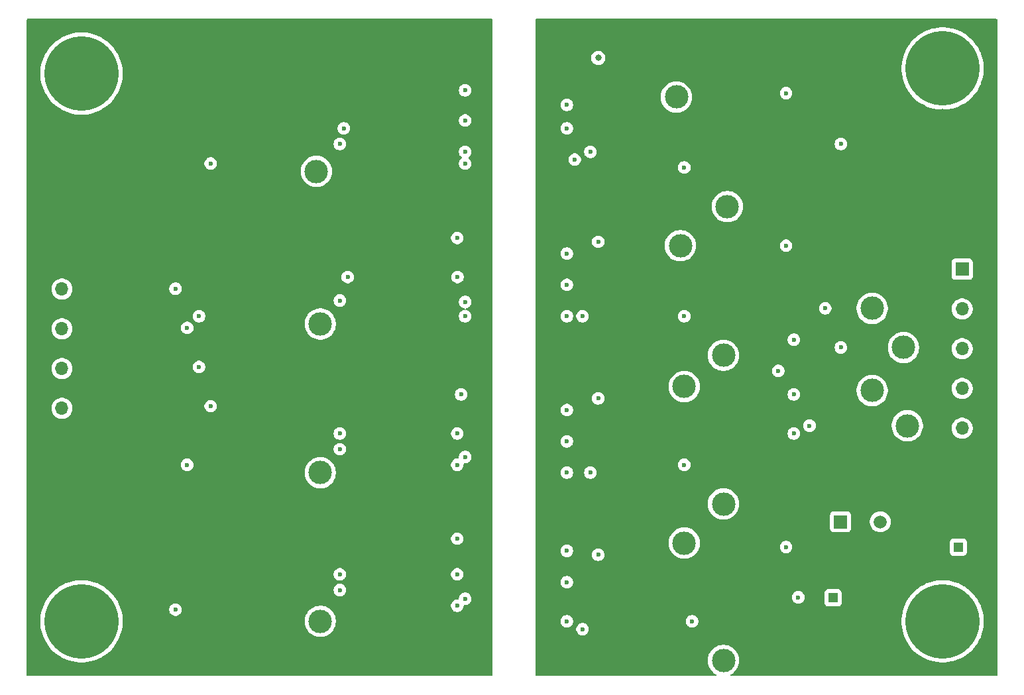
<source format=gbr>
%TF.GenerationSoftware,KiCad,Pcbnew,9.0.0*%
%TF.CreationDate,2025-04-28T14:26:38-07:00*%
%TF.ProjectId,IsolatedVoltageSensor,49736f6c-6174-4656-9456-6f6c74616765,rev?*%
%TF.SameCoordinates,Original*%
%TF.FileFunction,Copper,L4,Bot*%
%TF.FilePolarity,Positive*%
%FSLAX46Y46*%
G04 Gerber Fmt 4.6, Leading zero omitted, Abs format (unit mm)*
G04 Created by KiCad (PCBNEW 9.0.0) date 2025-04-28 14:26:38*
%MOMM*%
%LPD*%
G01*
G04 APERTURE LIST*
%TA.AperFunction,ComponentPad*%
%ADD10R,1.665000X1.665000*%
%TD*%
%TA.AperFunction,ComponentPad*%
%ADD11C,1.665000*%
%TD*%
%TA.AperFunction,ComponentPad*%
%ADD12C,9.500000*%
%TD*%
%TA.AperFunction,ComponentPad*%
%ADD13C,3.000000*%
%TD*%
%TA.AperFunction,ComponentPad*%
%ADD14R,1.200000X1.200000*%
%TD*%
%TA.AperFunction,ComponentPad*%
%ADD15C,1.200000*%
%TD*%
%TA.AperFunction,ComponentPad*%
%ADD16R,1.700000X1.700000*%
%TD*%
%TA.AperFunction,ComponentPad*%
%ADD17O,1.700000X1.700000*%
%TD*%
%TA.AperFunction,ViaPad*%
%ADD18C,0.600000*%
%TD*%
%TA.AperFunction,ViaPad*%
%ADD19C,1.000000*%
%TD*%
%TA.AperFunction,ViaPad*%
%ADD20C,0.800000*%
%TD*%
G04 APERTURE END LIST*
D10*
%TO.P,PS1,1,+VIN*%
%TO.N,+5V*%
X191960000Y-122275000D03*
D11*
%TO.P,PS1,2,GND*%
%TO.N,GND*%
X194500000Y-122275000D03*
%TO.P,PS1,3,+VOUT*%
%TO.N,+3.3V*%
X197040000Y-122275000D03*
%TD*%
D12*
%TO.P,H4,1,1*%
%TO.N,unconnected-(H4-Pad1)*%
X95000000Y-135000000D03*
%TD*%
D13*
%TO.P,TP18,1,1*%
%TO.N,Net-(AT4-OUTP)*%
X171000000Y-68000000D03*
%TD*%
%TO.P,TP22,1,1*%
%TO.N,GND*%
X155500000Y-103000000D03*
%TD*%
%TO.P,TP11,1,1*%
%TO.N,GNDPWR*%
X145000000Y-103000000D03*
%TD*%
%TO.P,TP10,1,1*%
%TO.N,Net-(IC2--IN)*%
X177000000Y-120000000D03*
%TD*%
%TO.P,TP8,1,1*%
%TO.N,Net-(AT2-OUTP)*%
X172000000Y-105000000D03*
%TD*%
%TO.P,TP5,1,1*%
%TO.N,Net-(IC1--IN)*%
X177000000Y-140000000D03*
%TD*%
%TO.P,TP3,1,1*%
%TO.N,Net-(AT1-OUTP)*%
X172000000Y-125000000D03*
%TD*%
%TO.P,TP2,1,1*%
%TO.N,Net-(AT1-INP)*%
X125500000Y-135000000D03*
%TD*%
%TO.P,TP14,1,1*%
%TO.N,PHASE_V_ISOLATED_VSENSE*%
X196000000Y-105500000D03*
%TD*%
D14*
%TO.P,C1,1,+*%
%TO.N,+5V*%
X191000000Y-132000000D03*
D15*
%TO.P,C1,2,-*%
%TO.N,GND*%
X196000000Y-132000000D03*
%TD*%
D13*
%TO.P,TP1,1,1*%
%TO.N,GNDPWR*%
X145000000Y-64000000D03*
%TD*%
%TO.P,TP16,1,1*%
%TO.N,GNDPWR*%
X145000000Y-121000000D03*
%TD*%
%TO.P,TP17,1,1*%
%TO.N,Net-(AT4-INP)*%
X125000000Y-77500000D03*
%TD*%
%TO.P,TP15,1,1*%
%TO.N,Net-(IC11--IN)*%
X177000000Y-101000000D03*
%TD*%
%TO.P,TP6,1,1*%
%TO.N,GNDPWR*%
X145000000Y-83000000D03*
%TD*%
%TO.P,TP23,1,1*%
%TO.N,GND*%
X155500000Y-83000000D03*
%TD*%
D12*
%TO.P,H2,1,1*%
%TO.N,unconnected-(H2-Pad1)*%
X205000000Y-135000000D03*
%TD*%
D13*
%TO.P,TP24,1,1*%
%TO.N,GND*%
X155500000Y-64000000D03*
%TD*%
%TO.P,TP20,1,1*%
%TO.N,Net-(IC12--IN)*%
X177500000Y-82000000D03*
%TD*%
D12*
%TO.P,H3,1,1*%
%TO.N,unconnected-(H3-Pad1)*%
X95000000Y-65000000D03*
%TD*%
D13*
%TO.P,TP21,1,1*%
%TO.N,GND*%
X155500000Y-121500000D03*
%TD*%
%TO.P,TP4,1,1*%
%TO.N,DC_LINK_BUS_ISOLATED_VSENSE*%
X196000000Y-95000000D03*
%TD*%
%TO.P,TP7,1,1*%
%TO.N,Net-(AT2-INP)*%
X125500000Y-116000000D03*
%TD*%
D12*
%TO.P,H1,1,1*%
%TO.N,unconnected-(H1-Pad1)*%
X205000000Y-64350000D03*
%TD*%
D13*
%TO.P,TP12,1,1*%
%TO.N,Net-(AT3-INP)*%
X125500000Y-97000000D03*
%TD*%
%TO.P,TP13,1,1*%
%TO.N,Net-(AT3-OUTP)*%
X171500000Y-87000000D03*
%TD*%
D14*
%TO.P,C4,1,+*%
%TO.N,+3.3V*%
X207000000Y-125500000D03*
D15*
%TO.P,C4,2,-*%
%TO.N,GND*%
X207000000Y-120500000D03*
%TD*%
D13*
%TO.P,TP9,1,1*%
%TO.N,PHASE_U_ISOLATED_VSENSE*%
X200500000Y-110000000D03*
%TD*%
%TO.P,TP19,1,1*%
%TO.N,PHASE_W_ISOLATED_VSENSE*%
X200000000Y-100000000D03*
%TD*%
D16*
%TO.P,J1,1,Pin_1*%
%TO.N,GNDPWR*%
X92500000Y-90000000D03*
D17*
%TO.P,J1,2,Pin_2*%
%TO.N,DC_LINK_BUS_VSENSE*%
X92500000Y-92540000D03*
%TO.P,J1,3,Pin_3*%
%TO.N,GNDPWR*%
X92500000Y-95080000D03*
%TO.P,J1,4,Pin_4*%
%TO.N,PHASE_U_VSENSE*%
X92500000Y-97620000D03*
%TO.P,J1,5,Pin_5*%
%TO.N,GNDPWR*%
X92500000Y-100160000D03*
%TO.P,J1,6,Pin_6*%
%TO.N,PHASE_V_VSENSE*%
X92500000Y-102700000D03*
%TO.P,J1,7,Pin_7*%
%TO.N,GNDPWR*%
X92500000Y-105240000D03*
%TO.P,J1,8,Pin_8*%
%TO.N,PHASE_W_VSENSE*%
X92500000Y-107780000D03*
%TO.P,J1,9,Pin_9*%
%TO.N,GNDPWR*%
X92500000Y-110320000D03*
%TO.P,J1,10,Pin_10*%
X92500000Y-112860000D03*
%TD*%
D16*
%TO.P,J2,1,Pin_1*%
%TO.N,+5V*%
X207500000Y-90000000D03*
D17*
%TO.P,J2,2,Pin_2*%
%TO.N,GND*%
X207500000Y-92540000D03*
%TO.P,J2,3,Pin_3*%
%TO.N,DC_LINK_BUS_ISOLATED_VSENSE*%
X207500000Y-95080000D03*
%TO.P,J2,4,Pin_4*%
%TO.N,GND*%
X207500000Y-97620000D03*
%TO.P,J2,5,Pin_5*%
%TO.N,PHASE_W_ISOLATED_VSENSE*%
X207500000Y-100160000D03*
%TO.P,J2,6,Pin_6*%
%TO.N,GND*%
X207500000Y-102700000D03*
%TO.P,J2,7,Pin_7*%
%TO.N,PHASE_V_ISOLATED_VSENSE*%
X207500000Y-105240000D03*
%TO.P,J2,8,Pin_8*%
%TO.N,GND*%
X207500000Y-107780000D03*
%TO.P,J2,9,Pin_9*%
%TO.N,PHASE_U_ISOLATED_VSENSE*%
X207500000Y-110320000D03*
%TO.P,J2,10,Pin_10*%
%TO.N,GND*%
X207500000Y-112860000D03*
%TD*%
D18*
%TO.N,+5V*%
X185000000Y-67500000D03*
X185000000Y-87000000D03*
X185000000Y-125500000D03*
X184000000Y-103000000D03*
%TO.N,Net-(AT1-DCDC_IN)*%
X157000000Y-130000000D03*
X159000000Y-136000000D03*
X157000000Y-126000000D03*
D19*
%TO.N,GNDPWR*%
X93000000Y-59000000D03*
X90000000Y-141000000D03*
X89000000Y-136000000D03*
X125000000Y-125000000D03*
X132000000Y-59000000D03*
X118000000Y-59000000D03*
X97000000Y-59000000D03*
X110000000Y-125000000D03*
X89000000Y-111000000D03*
X89000000Y-120000000D03*
X134000000Y-141000000D03*
X120000000Y-141000000D03*
X89000000Y-63000000D03*
X109000000Y-141000000D03*
X89000000Y-82000000D03*
X147000000Y-100000000D03*
X89000000Y-98000000D03*
X89000000Y-85000000D03*
X89000000Y-81000000D03*
X117000000Y-141000000D03*
X89000000Y-121000000D03*
X89000000Y-126000000D03*
X95000000Y-120000000D03*
X89000000Y-115000000D03*
X135000000Y-100000000D03*
X101000000Y-141000000D03*
X146000000Y-59000000D03*
X125000000Y-105000000D03*
X95000000Y-141000000D03*
X89000000Y-140000000D03*
X121000000Y-141000000D03*
X95000000Y-115000000D03*
X89000000Y-124000000D03*
X120000000Y-130000000D03*
X110000000Y-59000000D03*
X147000000Y-99000000D03*
X143000000Y-59000000D03*
X128000000Y-59000000D03*
X145000000Y-80000000D03*
X110000000Y-80000000D03*
X115000000Y-59000000D03*
X89000000Y-125000000D03*
X105000000Y-85000000D03*
X147000000Y-101000000D03*
X115000000Y-125000000D03*
X100000000Y-85000000D03*
X89000000Y-117000000D03*
X147000000Y-62000000D03*
X89000000Y-118000000D03*
X89000000Y-130000000D03*
X132000000Y-141000000D03*
X140000000Y-59000000D03*
X105000000Y-90000000D03*
X147000000Y-117000000D03*
X110000000Y-120000000D03*
X89000000Y-138000000D03*
X107000000Y-141000000D03*
X147000000Y-98000000D03*
X127000000Y-59000000D03*
X89000000Y-92000000D03*
X115000000Y-85000000D03*
X103000000Y-141000000D03*
X104000000Y-59000000D03*
X108000000Y-141000000D03*
X125000000Y-120000000D03*
X120000000Y-85000000D03*
X95000000Y-105000000D03*
X105000000Y-70000000D03*
X115000000Y-105000000D03*
X96000000Y-141000000D03*
X147000000Y-59000000D03*
X89000000Y-89000000D03*
X89000000Y-62000000D03*
X95000000Y-85000000D03*
X94000000Y-59000000D03*
X113000000Y-141000000D03*
X105000000Y-65000000D03*
X89000000Y-107000000D03*
X125000000Y-100000000D03*
X110000000Y-130000000D03*
X142000000Y-141000000D03*
X89000000Y-103000000D03*
X94000000Y-141000000D03*
X100000000Y-100000000D03*
X111000000Y-141000000D03*
X89000000Y-78000000D03*
X124000000Y-59000000D03*
X122000000Y-141000000D03*
X89000000Y-106000000D03*
X89000000Y-116000000D03*
X89000000Y-87000000D03*
X95000000Y-125000000D03*
X109000000Y-59000000D03*
X121000000Y-59000000D03*
X100000000Y-115000000D03*
X135000000Y-59000000D03*
X89000000Y-69000000D03*
X105000000Y-59000000D03*
X106000000Y-141000000D03*
X147000000Y-119000000D03*
X141000000Y-141000000D03*
X93000000Y-141000000D03*
X129000000Y-141000000D03*
X115000000Y-80000000D03*
X110000000Y-110000000D03*
X100000000Y-59000000D03*
X120000000Y-65000000D03*
X95000000Y-100000000D03*
X89000000Y-73000000D03*
X111000000Y-59000000D03*
X115000000Y-141000000D03*
X147000000Y-137000000D03*
X108000000Y-59000000D03*
X147000000Y-80000000D03*
X89000000Y-105000000D03*
X91000000Y-141000000D03*
X128000000Y-141000000D03*
X101000000Y-59000000D03*
X147000000Y-118000000D03*
X89000000Y-100000000D03*
X92000000Y-59000000D03*
X123000000Y-141000000D03*
X89000000Y-59000000D03*
X118000000Y-141000000D03*
X120000000Y-59000000D03*
X89000000Y-64000000D03*
X137000000Y-59000000D03*
X110000000Y-90000000D03*
X89000000Y-97000000D03*
X122000000Y-59000000D03*
X126000000Y-59000000D03*
X89000000Y-132000000D03*
X89000000Y-108000000D03*
X89000000Y-75000000D03*
X102000000Y-59000000D03*
X125000000Y-141000000D03*
X104000000Y-141000000D03*
X100000000Y-105000000D03*
X147000000Y-78000000D03*
X146000000Y-141000000D03*
X89000000Y-102000000D03*
X142000000Y-59000000D03*
X105000000Y-105000000D03*
X89000000Y-86000000D03*
X89000000Y-65000000D03*
X100000000Y-110000000D03*
X133000000Y-59000000D03*
X145000000Y-100000000D03*
X89000000Y-61000000D03*
X115000000Y-120000000D03*
X147000000Y-81000000D03*
X89000000Y-137000000D03*
X130000000Y-120000000D03*
X113000000Y-59000000D03*
X129000000Y-59000000D03*
X110000000Y-65000000D03*
X89000000Y-84000000D03*
X115000000Y-110000000D03*
X147000000Y-97000000D03*
X136000000Y-141000000D03*
X89000000Y-95000000D03*
X89000000Y-93000000D03*
X145000000Y-59000000D03*
X105000000Y-100000000D03*
X89000000Y-94000000D03*
X95000000Y-80000000D03*
X130000000Y-141000000D03*
X89000000Y-80000000D03*
X95000000Y-110000000D03*
X89000000Y-88000000D03*
X115000000Y-65000000D03*
X89000000Y-134000000D03*
X103000000Y-59000000D03*
X95000000Y-95000000D03*
X100000000Y-120000000D03*
X125000000Y-65000000D03*
X105000000Y-130000000D03*
X95000000Y-90000000D03*
X115000000Y-130000000D03*
X89000000Y-128000000D03*
X130000000Y-80000000D03*
X125000000Y-59000000D03*
X115000000Y-135000000D03*
X110000000Y-70000000D03*
X105000000Y-135000000D03*
X89000000Y-133000000D03*
X147000000Y-138000000D03*
X105000000Y-95000000D03*
X136000000Y-59000000D03*
X89000000Y-60000000D03*
X115000000Y-100000000D03*
X102000000Y-141000000D03*
X112000000Y-141000000D03*
X110000000Y-141000000D03*
X135000000Y-141000000D03*
X124000000Y-141000000D03*
X115000000Y-70000000D03*
X140000000Y-100000000D03*
X89000000Y-91000000D03*
X89000000Y-68000000D03*
X119000000Y-59000000D03*
X144000000Y-59000000D03*
X90000000Y-59000000D03*
X89000000Y-101000000D03*
X130000000Y-59000000D03*
X133000000Y-141000000D03*
X100000000Y-141000000D03*
X145000000Y-141000000D03*
X89000000Y-74000000D03*
X105000000Y-125000000D03*
X140000000Y-141000000D03*
X100000000Y-130000000D03*
X126000000Y-141000000D03*
X147000000Y-60000000D03*
X89000000Y-127000000D03*
X89000000Y-71000000D03*
X89000000Y-123000000D03*
X99000000Y-141000000D03*
X89000000Y-135000000D03*
X91000000Y-59000000D03*
X105000000Y-110000000D03*
X140000000Y-80000000D03*
X147000000Y-136000000D03*
X89000000Y-90000000D03*
X130000000Y-65000000D03*
X100000000Y-70000000D03*
X114000000Y-59000000D03*
X89000000Y-96000000D03*
X131000000Y-141000000D03*
X110000000Y-105000000D03*
X89000000Y-139000000D03*
X89000000Y-114000000D03*
X96000000Y-59000000D03*
X139000000Y-59000000D03*
X105000000Y-120000000D03*
X89000000Y-119000000D03*
X147000000Y-139000000D03*
X89000000Y-129000000D03*
X116000000Y-59000000D03*
X120000000Y-75000000D03*
X99000000Y-59000000D03*
X147000000Y-61000000D03*
X141000000Y-59000000D03*
X110000000Y-85000000D03*
X139000000Y-141000000D03*
X95000000Y-75000000D03*
X89000000Y-76000000D03*
X98000000Y-141000000D03*
X97000000Y-141000000D03*
X106000000Y-59000000D03*
X105000000Y-115000000D03*
X125000000Y-85000000D03*
X100000000Y-80000000D03*
X89000000Y-131000000D03*
X147000000Y-141000000D03*
X89000000Y-122000000D03*
X135000000Y-120000000D03*
X143000000Y-141000000D03*
X89000000Y-77000000D03*
X119000000Y-141000000D03*
X137000000Y-141000000D03*
X89000000Y-113000000D03*
X89000000Y-104000000D03*
X98000000Y-59000000D03*
X135000000Y-80000000D03*
X130000000Y-100000000D03*
X89000000Y-112000000D03*
X120000000Y-90000000D03*
X89000000Y-79000000D03*
X147000000Y-79000000D03*
X134000000Y-59000000D03*
X120000000Y-80000000D03*
X105000000Y-80000000D03*
X144000000Y-141000000D03*
X89000000Y-110000000D03*
X100000000Y-125000000D03*
X123000000Y-59000000D03*
X131000000Y-59000000D03*
X89000000Y-70000000D03*
X89000000Y-66000000D03*
X100000000Y-95000000D03*
X95000000Y-59000000D03*
X105000000Y-141000000D03*
X89000000Y-67000000D03*
X112000000Y-59000000D03*
X89000000Y-109000000D03*
X147000000Y-140000000D03*
X115000000Y-90000000D03*
X92000000Y-141000000D03*
X138000000Y-141000000D03*
X89000000Y-83000000D03*
X140000000Y-120000000D03*
X117000000Y-59000000D03*
X89000000Y-72000000D03*
X138000000Y-59000000D03*
X107000000Y-59000000D03*
X116000000Y-141000000D03*
X89000000Y-141000000D03*
X89000000Y-99000000D03*
X127000000Y-141000000D03*
X105000000Y-75000000D03*
X100000000Y-90000000D03*
X100000000Y-75000000D03*
X114000000Y-141000000D03*
D18*
%TO.N,Net-(AT1-INN)*%
X143000000Y-133000000D03*
X128000000Y-129000000D03*
%TO.N,Net-(AT1-OUTN)*%
X173000000Y-135000000D03*
X157000000Y-135000000D03*
D19*
%TO.N,GND*%
X195000000Y-59000000D03*
X179000000Y-59000000D03*
X211000000Y-121000000D03*
X211000000Y-76000000D03*
X185000000Y-80000000D03*
X190000000Y-85000000D03*
X191000000Y-141000000D03*
X190000000Y-120000000D03*
X175000000Y-59000000D03*
X165000000Y-105000000D03*
X200000000Y-120000000D03*
X190000000Y-75000000D03*
X175000000Y-80000000D03*
X185000000Y-95000000D03*
X211000000Y-72000000D03*
X155000000Y-141000000D03*
X167000000Y-141000000D03*
X165000000Y-100000000D03*
X171000000Y-141000000D03*
X154000000Y-141000000D03*
X154000000Y-98000000D03*
X154000000Y-119000000D03*
X202000000Y-59000000D03*
X211000000Y-109000000D03*
X211000000Y-64000000D03*
X184901431Y-89995688D03*
X173000000Y-59000000D03*
X170000000Y-65000000D03*
X207000000Y-59000000D03*
X211000000Y-99000000D03*
X195000000Y-90000000D03*
X211000000Y-132000000D03*
X211000000Y-68000000D03*
X166000000Y-59000000D03*
X170000000Y-135000000D03*
X175000000Y-85000000D03*
X205000000Y-90000000D03*
X208000000Y-141000000D03*
X184000000Y-59000000D03*
X170000000Y-141000000D03*
X211000000Y-85000000D03*
X154000000Y-140000000D03*
X165000000Y-70000000D03*
X195000000Y-65000000D03*
X211000000Y-117000000D03*
X154000000Y-80000000D03*
X211000000Y-123000000D03*
X211000000Y-124000000D03*
X211000000Y-138000000D03*
X205000000Y-120000000D03*
X165000000Y-110000000D03*
X174000000Y-59000000D03*
X195000000Y-85000000D03*
X208000000Y-59000000D03*
X190000000Y-135000000D03*
X211000000Y-128000000D03*
X211000000Y-94000000D03*
X182000000Y-59000000D03*
X187000000Y-59000000D03*
X185000000Y-59000000D03*
X207000000Y-141000000D03*
X185000000Y-100000000D03*
X185000000Y-141000000D03*
X165000000Y-59000000D03*
X201000000Y-59000000D03*
X211000000Y-136000000D03*
X154000000Y-62000000D03*
X168000000Y-141000000D03*
X211000000Y-111000000D03*
X211000000Y-114000000D03*
X160000000Y-141000000D03*
X194000000Y-59000000D03*
X165000000Y-120000000D03*
X203000000Y-59000000D03*
X211000000Y-82000000D03*
X162000000Y-59000000D03*
X211000000Y-96000000D03*
X197000000Y-141000000D03*
X199988756Y-89968890D03*
X198000000Y-141000000D03*
X154000000Y-61000000D03*
X211000000Y-86000000D03*
X211000000Y-118000000D03*
X154000000Y-100000000D03*
X175000000Y-65000000D03*
X210000000Y-141000000D03*
X185000000Y-110000000D03*
X190000000Y-70000000D03*
X154000000Y-60000000D03*
X195000000Y-70000000D03*
X211000000Y-60000000D03*
X211000000Y-90000000D03*
X170000000Y-100000000D03*
X157000000Y-141000000D03*
X204000000Y-141000000D03*
X200000000Y-141000000D03*
X211000000Y-125000000D03*
X169000000Y-141000000D03*
X165000000Y-90000000D03*
X200000000Y-115000000D03*
X154000000Y-138000000D03*
X165000000Y-80000000D03*
X189000000Y-141000000D03*
X158000000Y-141000000D03*
X176000000Y-59000000D03*
X154000000Y-139000000D03*
X185000000Y-115000000D03*
X200000000Y-59000000D03*
X211000000Y-61000000D03*
X185000000Y-75000000D03*
X202000000Y-141000000D03*
X185000000Y-120000000D03*
X192000000Y-141000000D03*
X154000000Y-59000000D03*
X180000000Y-141000000D03*
X173000000Y-141000000D03*
X200000000Y-125000000D03*
X211000000Y-103000000D03*
X186000000Y-141000000D03*
X211000000Y-78000000D03*
X211000000Y-135000000D03*
X205000000Y-115000000D03*
X154000000Y-120000000D03*
X211000000Y-77000000D03*
X163000000Y-141000000D03*
X211000000Y-84000000D03*
X211000000Y-75000000D03*
X188000000Y-141000000D03*
X211000000Y-95000000D03*
X183000000Y-141000000D03*
X170000000Y-120000000D03*
X165000000Y-65000000D03*
X156000000Y-141000000D03*
X196000000Y-141000000D03*
X181000000Y-59000000D03*
X161000000Y-141000000D03*
X187000000Y-141000000D03*
X165000000Y-125000000D03*
X159000000Y-59000000D03*
X211000000Y-97000000D03*
X195000000Y-115000000D03*
X211000000Y-141000000D03*
X172000000Y-59000000D03*
X211000000Y-120000000D03*
X163000000Y-59000000D03*
X209000000Y-141000000D03*
X184000000Y-141000000D03*
X211000000Y-88000000D03*
X211000000Y-116000000D03*
X211000000Y-106000000D03*
X158000000Y-59000000D03*
X155000000Y-59000000D03*
X211000000Y-80000000D03*
X185000000Y-65000000D03*
X200000000Y-130000000D03*
X211000000Y-79000000D03*
X211000000Y-89000000D03*
X211000000Y-100000000D03*
X211000000Y-83000000D03*
X211000000Y-129000000D03*
X186000000Y-59000000D03*
X211000000Y-69000000D03*
X185000000Y-135000000D03*
X200000000Y-70000000D03*
X170000000Y-59000000D03*
X174000000Y-141000000D03*
X203000000Y-141000000D03*
X165000000Y-85000000D03*
X195000000Y-120000000D03*
X190000000Y-90000000D03*
X175000000Y-105000000D03*
X160000000Y-59000000D03*
X211000000Y-107000000D03*
X195000000Y-141000000D03*
X211000000Y-127000000D03*
X211000000Y-87000000D03*
X185113075Y-69999999D03*
X195000000Y-135000000D03*
X211000000Y-65000000D03*
X211000000Y-62000000D03*
X171000000Y-59000000D03*
X199000000Y-141000000D03*
X195000000Y-75000000D03*
X199000000Y-59000000D03*
X211000000Y-92000000D03*
X153987076Y-78853828D03*
X154000000Y-118000000D03*
X211000000Y-140000000D03*
X211000000Y-70000000D03*
X210000000Y-59000000D03*
X211000000Y-108000000D03*
X211000000Y-73000000D03*
X194000000Y-141000000D03*
X185000000Y-85000000D03*
X211000000Y-67000000D03*
X157000000Y-59000000D03*
X211000000Y-131000000D03*
X190000000Y-59000000D03*
X165000000Y-141000000D03*
X156000000Y-59000000D03*
X190000000Y-65000000D03*
X166000000Y-141000000D03*
X211000000Y-59000000D03*
X154000000Y-81000000D03*
X201000000Y-141000000D03*
X180000000Y-120000000D03*
X211000000Y-98000000D03*
X170000000Y-115000000D03*
X193000000Y-141000000D03*
X170000000Y-95000000D03*
X211000000Y-104000000D03*
X211000000Y-66000000D03*
X205000000Y-70000000D03*
X177000000Y-59000000D03*
X211000000Y-113000000D03*
X211000000Y-122000000D03*
X211000000Y-130000000D03*
X190000000Y-141000000D03*
X211000000Y-134000000D03*
X162000000Y-141000000D03*
X211000000Y-102000000D03*
X154000000Y-99000000D03*
X181000000Y-141000000D03*
X211000000Y-74000000D03*
X205000000Y-141000000D03*
X170000000Y-85000000D03*
X211000000Y-133000000D03*
X164000000Y-141000000D03*
X211000000Y-119000000D03*
X197000000Y-59000000D03*
X192000000Y-59000000D03*
X211000000Y-110000000D03*
X183000000Y-59000000D03*
X211000000Y-112000000D03*
X211000000Y-126000000D03*
X172000000Y-141000000D03*
X211000000Y-115000000D03*
X182000000Y-141000000D03*
X209000000Y-59000000D03*
X211000000Y-101000000D03*
X198000000Y-59000000D03*
X180000000Y-59000000D03*
X188000000Y-59000000D03*
X167000000Y-59000000D03*
X211000000Y-91000000D03*
X154000000Y-137000000D03*
X211000000Y-71000000D03*
X164000000Y-59000000D03*
X180000000Y-65000000D03*
X170000000Y-80000000D03*
X191000000Y-59000000D03*
X211000000Y-139000000D03*
X196000000Y-59000000D03*
X193000000Y-59000000D03*
X211000000Y-81000000D03*
X168000000Y-59000000D03*
X211000000Y-105000000D03*
X159000000Y-141000000D03*
X161000000Y-59000000D03*
X206000000Y-141000000D03*
X211000000Y-63000000D03*
X189000000Y-59000000D03*
X169000000Y-59000000D03*
X190000000Y-125000000D03*
X178000000Y-59000000D03*
X211000000Y-137000000D03*
X211000000Y-93000000D03*
D18*
%TO.N,Net-(AT1-DCDC_OUT)*%
X143000000Y-129000000D03*
X143000000Y-124437500D03*
%TO.N,Net-(AT1-INP)*%
X144000000Y-132125000D03*
X128000000Y-131000000D03*
%TO.N,Net-(AT2-INN)*%
X128000000Y-111000000D03*
X143000000Y-115000000D03*
%TO.N,Net-(AT2-DCDC_IN)*%
X157000000Y-108000000D03*
X157000000Y-112000000D03*
X160000000Y-116000000D03*
%TO.N,Net-(AT2-INP)*%
X128000000Y-113000000D03*
X144000000Y-114000000D03*
%TO.N,Net-(AT2-OUTN)*%
X172000000Y-115000000D03*
X157000000Y-116000000D03*
%TO.N,Net-(AT2-DCDC_OUT)*%
X143495000Y-106000000D03*
X143000000Y-111000000D03*
%TO.N,Net-(AT3-INP)*%
X144000000Y-94187500D03*
X128000000Y-94000000D03*
%TO.N,Net-(AT3-DCDC_IN)*%
X157000000Y-92000000D03*
X159000000Y-96000000D03*
X157000000Y-88000000D03*
%TO.N,Net-(AT3-DCDC_OUT)*%
X143027781Y-91000000D03*
X143000000Y-86000000D03*
%TO.N,Net-(AT3-INN)*%
X144000000Y-96000000D03*
X129000000Y-91000000D03*
%TO.N,Net-(AT3-OUTN)*%
X157000000Y-96000000D03*
X172000000Y-96000000D03*
%TO.N,Net-(AT4-INP)*%
X128000000Y-74000000D03*
X144000000Y-75000000D03*
%TO.N,Net-(AT4-OUTN)*%
X158000000Y-76000000D03*
X172000000Y-77000000D03*
%TO.N,Net-(AT4-DCDC_OUT)*%
X144000000Y-67140000D03*
X144000000Y-71000000D03*
%TO.N,Net-(AT4-DCDC_IN)*%
X160000000Y-75000000D03*
X157000000Y-69000000D03*
X157000000Y-72000000D03*
%TO.N,Net-(AT4-INN)*%
X144000000Y-76500000D03*
X128500000Y-72000000D03*
%TO.N,DC_LINK_BUS_ISOLATED_VSENSE*%
X186565557Y-131934443D03*
X190000000Y-95000000D03*
%TO.N,PHASE_U_ISOLATED_VSENSE*%
X188000000Y-110000000D03*
X186000000Y-111000000D03*
%TO.N,PHASE_V_ISOLATED_VSENSE*%
X186000000Y-99000000D03*
X186000000Y-106000000D03*
%TO.N,PHASE_W_ISOLATED_VSENSE*%
X192000000Y-74000000D03*
X192000000Y-100000000D03*
%TO.N,PHASE_V_VSENSE*%
X110000000Y-96000000D03*
X110000000Y-102500000D03*
%TO.N,PHASE_U_VSENSE*%
X108500000Y-115000000D03*
X108500000Y-97500000D03*
%TO.N,DC_LINK_BUS_VSENSE*%
X107000000Y-92500000D03*
X107000000Y-133500000D03*
%TO.N,PHASE_W_VSENSE*%
X111500000Y-107500000D03*
X111500000Y-76500000D03*
D20*
%TO.N,+3.3V*%
X161000000Y-63000000D03*
D18*
X161000000Y-86500000D03*
X161000000Y-106500000D03*
X161000000Y-126500000D03*
%TD*%
%TA.AperFunction,Conductor*%
%TO.N,GND*%
G36*
X211942539Y-58020185D02*
G01*
X211988294Y-58072989D01*
X211999500Y-58124500D01*
X211999500Y-141875500D01*
X211979815Y-141942539D01*
X211927011Y-141988294D01*
X211875500Y-141999500D01*
X178000538Y-141999500D01*
X177933499Y-141979815D01*
X177887744Y-141927011D01*
X177877800Y-141857853D01*
X177906825Y-141794297D01*
X177938538Y-141768113D01*
X178113803Y-141666924D01*
X178321851Y-141507282D01*
X178321855Y-141507277D01*
X178321860Y-141507274D01*
X178507274Y-141321860D01*
X178507277Y-141321855D01*
X178507282Y-141321851D01*
X178666924Y-141113803D01*
X178798043Y-140886697D01*
X178898398Y-140644419D01*
X178966270Y-140391116D01*
X179000500Y-140131120D01*
X179000500Y-139868880D01*
X178966270Y-139608884D01*
X178898398Y-139355581D01*
X178898394Y-139355571D01*
X178798046Y-139113309D01*
X178798041Y-139113299D01*
X178666924Y-138886196D01*
X178507281Y-138678148D01*
X178507274Y-138678140D01*
X178321860Y-138492726D01*
X178321851Y-138492718D01*
X178113803Y-138333075D01*
X177886700Y-138201958D01*
X177886690Y-138201953D01*
X177644428Y-138101605D01*
X177644421Y-138101603D01*
X177644419Y-138101602D01*
X177391116Y-138033730D01*
X177333339Y-138026123D01*
X177131127Y-137999500D01*
X177131120Y-137999500D01*
X176868880Y-137999500D01*
X176868872Y-137999500D01*
X176637772Y-138029926D01*
X176608884Y-138033730D01*
X176355581Y-138101602D01*
X176355571Y-138101605D01*
X176113309Y-138201953D01*
X176113299Y-138201958D01*
X175886196Y-138333075D01*
X175678148Y-138492718D01*
X175492718Y-138678148D01*
X175333075Y-138886196D01*
X175201958Y-139113299D01*
X175201953Y-139113309D01*
X175101605Y-139355571D01*
X175101602Y-139355581D01*
X175081007Y-139432445D01*
X175033730Y-139608885D01*
X174999500Y-139868872D01*
X174999500Y-140131127D01*
X175009956Y-140210540D01*
X175033730Y-140391116D01*
X175101602Y-140644418D01*
X175101605Y-140644428D01*
X175201953Y-140886690D01*
X175201958Y-140886700D01*
X175333075Y-141113803D01*
X175492718Y-141321851D01*
X175492726Y-141321860D01*
X175678140Y-141507274D01*
X175678148Y-141507281D01*
X175886196Y-141666924D01*
X176061462Y-141768113D01*
X176109677Y-141818680D01*
X176122901Y-141887287D01*
X176096933Y-141952151D01*
X176040019Y-141992680D01*
X175999462Y-141999500D01*
X153124000Y-141999500D01*
X153056961Y-141979815D01*
X153011206Y-141927011D01*
X153000000Y-141875500D01*
X153000000Y-135921153D01*
X158199500Y-135921153D01*
X158199500Y-136078846D01*
X158230261Y-136233489D01*
X158230264Y-136233501D01*
X158290602Y-136379172D01*
X158290609Y-136379185D01*
X158378210Y-136510288D01*
X158378213Y-136510292D01*
X158489707Y-136621786D01*
X158489711Y-136621789D01*
X158620814Y-136709390D01*
X158620827Y-136709397D01*
X158766498Y-136769735D01*
X158766503Y-136769737D01*
X158921153Y-136800499D01*
X158921156Y-136800500D01*
X158921158Y-136800500D01*
X159078844Y-136800500D01*
X159078845Y-136800499D01*
X159233497Y-136769737D01*
X159379179Y-136709394D01*
X159510289Y-136621789D01*
X159621789Y-136510289D01*
X159709394Y-136379179D01*
X159769737Y-136233497D01*
X159800500Y-136078842D01*
X159800500Y-135921158D01*
X159800500Y-135921155D01*
X159800499Y-135921153D01*
X159769738Y-135766510D01*
X159769737Y-135766503D01*
X159746080Y-135709390D01*
X159709397Y-135620827D01*
X159709390Y-135620814D01*
X159621789Y-135489711D01*
X159621786Y-135489707D01*
X159510292Y-135378213D01*
X159510288Y-135378210D01*
X159379185Y-135290609D01*
X159379172Y-135290602D01*
X159233501Y-135230264D01*
X159233489Y-135230261D01*
X159078845Y-135199500D01*
X159078842Y-135199500D01*
X158921158Y-135199500D01*
X158921155Y-135199500D01*
X158766510Y-135230261D01*
X158766498Y-135230264D01*
X158620827Y-135290602D01*
X158620814Y-135290609D01*
X158489711Y-135378210D01*
X158489707Y-135378213D01*
X158378213Y-135489707D01*
X158378210Y-135489711D01*
X158290609Y-135620814D01*
X158290602Y-135620827D01*
X158230264Y-135766498D01*
X158230261Y-135766510D01*
X158199500Y-135921153D01*
X153000000Y-135921153D01*
X153000000Y-134921153D01*
X156199500Y-134921153D01*
X156199500Y-135078846D01*
X156230261Y-135233489D01*
X156230264Y-135233501D01*
X156290602Y-135379172D01*
X156290609Y-135379185D01*
X156378210Y-135510288D01*
X156378213Y-135510292D01*
X156489707Y-135621786D01*
X156489711Y-135621789D01*
X156620814Y-135709390D01*
X156620827Y-135709397D01*
X156758683Y-135766498D01*
X156766503Y-135769737D01*
X156921153Y-135800499D01*
X156921156Y-135800500D01*
X156921158Y-135800500D01*
X157078844Y-135800500D01*
X157078845Y-135800499D01*
X157089179Y-135798443D01*
X157114287Y-135793450D01*
X157114292Y-135793449D01*
X157199800Y-135776439D01*
X157233497Y-135769737D01*
X157379179Y-135709394D01*
X157510289Y-135621789D01*
X157621789Y-135510289D01*
X157709394Y-135379179D01*
X157769737Y-135233497D01*
X157800500Y-135078842D01*
X157800500Y-134921158D01*
X157800500Y-134921155D01*
X157800499Y-134921153D01*
X172199500Y-134921153D01*
X172199500Y-135078846D01*
X172230261Y-135233489D01*
X172230264Y-135233501D01*
X172290602Y-135379172D01*
X172290609Y-135379185D01*
X172378210Y-135510288D01*
X172378213Y-135510292D01*
X172489707Y-135621786D01*
X172489711Y-135621789D01*
X172620814Y-135709390D01*
X172620827Y-135709397D01*
X172758683Y-135766498D01*
X172766503Y-135769737D01*
X172921153Y-135800499D01*
X172921156Y-135800500D01*
X172921158Y-135800500D01*
X173078844Y-135800500D01*
X173078845Y-135800499D01*
X173233497Y-135769737D01*
X173379179Y-135709394D01*
X173510289Y-135621789D01*
X173621789Y-135510289D01*
X173709394Y-135379179D01*
X173769737Y-135233497D01*
X173800500Y-135078842D01*
X173800500Y-134921158D01*
X173800500Y-134921155D01*
X173800499Y-134921153D01*
X173774858Y-134792243D01*
X173770583Y-134770756D01*
X199749500Y-134770756D01*
X199749500Y-135229243D01*
X199789460Y-135685985D01*
X199789460Y-135685987D01*
X199858732Y-136078846D01*
X199869074Y-136137499D01*
X199987739Y-136580360D01*
X199987742Y-136580370D01*
X199987743Y-136580371D01*
X200144546Y-137011189D01*
X200144550Y-137011199D01*
X200338308Y-137426711D01*
X200338313Y-137426721D01*
X200567555Y-137823779D01*
X200567559Y-137823785D01*
X200567566Y-137823796D01*
X200830530Y-138199348D01*
X201043544Y-138453208D01*
X201125237Y-138550566D01*
X201449434Y-138874763D01*
X201463061Y-138886197D01*
X201800651Y-139169469D01*
X202176203Y-139432433D01*
X202176210Y-139432437D01*
X202176221Y-139432445D01*
X202573279Y-139661687D01*
X202573288Y-139661691D01*
X202988800Y-139855449D01*
X202988810Y-139855453D01*
X203188060Y-139927973D01*
X203419640Y-140012261D01*
X203862501Y-140130926D01*
X204314019Y-140210540D01*
X204770756Y-140250499D01*
X204770757Y-140250500D01*
X204770758Y-140250500D01*
X205229243Y-140250500D01*
X205229243Y-140250499D01*
X205685981Y-140210540D01*
X206137499Y-140130926D01*
X206580360Y-140012261D01*
X206945218Y-139879464D01*
X207011189Y-139855453D01*
X207011199Y-139855449D01*
X207149703Y-139790863D01*
X207426721Y-139661687D01*
X207823779Y-139432445D01*
X208199347Y-139169470D01*
X208550566Y-138874763D01*
X208874763Y-138550566D01*
X209169470Y-138199347D01*
X209432445Y-137823779D01*
X209661687Y-137426721D01*
X209855451Y-137011194D01*
X210012261Y-136580360D01*
X210130926Y-136137499D01*
X210210540Y-135685981D01*
X210250500Y-135229242D01*
X210250500Y-134770758D01*
X210210540Y-134314019D01*
X210130926Y-133862501D01*
X210012261Y-133419640D01*
X209896104Y-133100499D01*
X209855453Y-132988810D01*
X209855449Y-132988800D01*
X209661691Y-132573288D01*
X209661683Y-132573272D01*
X209587470Y-132444732D01*
X209432445Y-132176221D01*
X209432437Y-132176210D01*
X209432433Y-132176203D01*
X209169469Y-131800651D01*
X208874760Y-131449431D01*
X208550568Y-131125239D01*
X208199348Y-130830530D01*
X207823796Y-130567566D01*
X207823785Y-130567559D01*
X207823779Y-130567555D01*
X207705810Y-130499445D01*
X207426727Y-130338316D01*
X207426711Y-130338308D01*
X207011199Y-130144550D01*
X207011189Y-130144546D01*
X206580371Y-129987743D01*
X206580370Y-129987742D01*
X206580360Y-129987739D01*
X206256165Y-129900870D01*
X206137500Y-129869074D01*
X206137489Y-129869072D01*
X205685986Y-129789460D01*
X205229243Y-129749500D01*
X205229242Y-129749500D01*
X204770758Y-129749500D01*
X204770757Y-129749500D01*
X204314014Y-129789460D01*
X204314012Y-129789460D01*
X203862510Y-129869072D01*
X203862499Y-129869074D01*
X203668133Y-129921155D01*
X203419640Y-129987739D01*
X203419633Y-129987741D01*
X203419628Y-129987743D01*
X202988810Y-130144546D01*
X202988800Y-130144550D01*
X202573288Y-130338308D01*
X202573272Y-130338316D01*
X202176229Y-130567550D01*
X202176203Y-130567566D01*
X201800651Y-130830530D01*
X201449431Y-131125239D01*
X201125239Y-131449431D01*
X200830530Y-131800651D01*
X200567566Y-132176203D01*
X200567550Y-132176229D01*
X200338316Y-132573272D01*
X200338308Y-132573288D01*
X200144550Y-132988800D01*
X200144546Y-132988810D01*
X199987743Y-133419628D01*
X199987740Y-133419638D01*
X199869074Y-133862499D01*
X199869072Y-133862510D01*
X199789460Y-134314012D01*
X199789460Y-134314014D01*
X199749500Y-134770756D01*
X173770583Y-134770756D01*
X173769738Y-134766507D01*
X173769735Y-134766498D01*
X173709397Y-134620827D01*
X173709390Y-134620814D01*
X173621789Y-134489711D01*
X173621786Y-134489707D01*
X173510292Y-134378213D01*
X173510288Y-134378210D01*
X173379185Y-134290609D01*
X173379172Y-134290602D01*
X173233501Y-134230264D01*
X173233489Y-134230261D01*
X173078845Y-134199500D01*
X173078842Y-134199500D01*
X172921158Y-134199500D01*
X172921155Y-134199500D01*
X172766510Y-134230261D01*
X172766498Y-134230264D01*
X172620827Y-134290602D01*
X172620814Y-134290609D01*
X172489711Y-134378210D01*
X172489707Y-134378213D01*
X172378213Y-134489707D01*
X172378210Y-134489711D01*
X172290609Y-134620814D01*
X172290602Y-134620827D01*
X172230264Y-134766498D01*
X172230261Y-134766510D01*
X172199500Y-134921153D01*
X157800499Y-134921153D01*
X157769738Y-134766510D01*
X157769737Y-134766503D01*
X157769735Y-134766498D01*
X157709397Y-134620827D01*
X157709390Y-134620814D01*
X157621789Y-134489711D01*
X157621786Y-134489707D01*
X157510292Y-134378213D01*
X157510288Y-134378210D01*
X157379185Y-134290609D01*
X157379172Y-134290602D01*
X157233501Y-134230264D01*
X157233489Y-134230261D01*
X157078845Y-134199500D01*
X157078842Y-134199500D01*
X156921158Y-134199500D01*
X156921155Y-134199500D01*
X156766510Y-134230261D01*
X156766498Y-134230264D01*
X156620827Y-134290602D01*
X156620814Y-134290609D01*
X156489711Y-134378210D01*
X156489707Y-134378213D01*
X156378213Y-134489707D01*
X156378210Y-134489711D01*
X156290609Y-134620814D01*
X156290602Y-134620827D01*
X156230264Y-134766498D01*
X156230261Y-134766510D01*
X156199500Y-134921153D01*
X153000000Y-134921153D01*
X153000000Y-131855596D01*
X185765057Y-131855596D01*
X185765057Y-132013289D01*
X185795818Y-132167932D01*
X185795821Y-132167944D01*
X185856159Y-132313615D01*
X185856166Y-132313628D01*
X185943767Y-132444731D01*
X185943770Y-132444735D01*
X186055264Y-132556229D01*
X186055268Y-132556232D01*
X186186371Y-132643833D01*
X186186384Y-132643840D01*
X186332055Y-132704178D01*
X186332060Y-132704180D01*
X186486710Y-132734942D01*
X186486713Y-132734943D01*
X186486715Y-132734943D01*
X186644401Y-132734943D01*
X186644402Y-132734942D01*
X186799054Y-132704180D01*
X186934995Y-132647872D01*
X186944729Y-132643840D01*
X186944729Y-132643839D01*
X186944736Y-132643837D01*
X187075846Y-132556232D01*
X187187346Y-132444732D01*
X187274951Y-132313622D01*
X187335294Y-132167940D01*
X187366057Y-132013285D01*
X187366057Y-131855601D01*
X187366057Y-131855598D01*
X187366056Y-131855596D01*
X187335295Y-131700953D01*
X187335294Y-131700946D01*
X187335292Y-131700941D01*
X187274954Y-131555270D01*
X187274947Y-131555257D01*
X187187345Y-131424152D01*
X187115328Y-131352135D01*
X189899500Y-131352135D01*
X189899500Y-132647870D01*
X189899501Y-132647876D01*
X189905908Y-132707483D01*
X189956202Y-132842328D01*
X189956206Y-132842335D01*
X190042452Y-132957544D01*
X190042455Y-132957547D01*
X190157664Y-133043793D01*
X190157671Y-133043797D01*
X190292517Y-133094091D01*
X190292516Y-133094091D01*
X190299444Y-133094835D01*
X190352127Y-133100500D01*
X191647872Y-133100499D01*
X191707483Y-133094091D01*
X191842331Y-133043796D01*
X191957546Y-132957546D01*
X192043796Y-132842331D01*
X192094091Y-132707483D01*
X192100500Y-132647873D01*
X192100499Y-131352128D01*
X192094091Y-131292517D01*
X192068928Y-131225052D01*
X192043797Y-131157671D01*
X192043793Y-131157664D01*
X191957547Y-131042455D01*
X191957544Y-131042452D01*
X191842335Y-130956206D01*
X191842328Y-130956202D01*
X191707482Y-130905908D01*
X191707483Y-130905908D01*
X191647883Y-130899501D01*
X191647881Y-130899500D01*
X191647873Y-130899500D01*
X191647864Y-130899500D01*
X190352129Y-130899500D01*
X190352123Y-130899501D01*
X190292516Y-130905908D01*
X190157671Y-130956202D01*
X190157664Y-130956206D01*
X190042455Y-131042452D01*
X190042452Y-131042455D01*
X189956206Y-131157664D01*
X189956202Y-131157671D01*
X189905908Y-131292517D01*
X189899501Y-131352116D01*
X189899501Y-131352123D01*
X189899500Y-131352135D01*
X187115328Y-131352135D01*
X187075849Y-131312656D01*
X187075845Y-131312653D01*
X186944742Y-131225052D01*
X186944729Y-131225045D01*
X186799058Y-131164707D01*
X186799046Y-131164704D01*
X186644402Y-131133943D01*
X186644399Y-131133943D01*
X186486715Y-131133943D01*
X186486712Y-131133943D01*
X186332067Y-131164704D01*
X186332055Y-131164707D01*
X186186384Y-131225045D01*
X186186371Y-131225052D01*
X186055268Y-131312653D01*
X186055264Y-131312656D01*
X185943770Y-131424150D01*
X185943767Y-131424154D01*
X185856166Y-131555257D01*
X185856159Y-131555270D01*
X185795821Y-131700941D01*
X185795818Y-131700953D01*
X185765057Y-131855596D01*
X153000000Y-131855596D01*
X153000000Y-129921153D01*
X156199500Y-129921153D01*
X156199500Y-130078846D01*
X156230261Y-130233489D01*
X156230264Y-130233501D01*
X156290602Y-130379172D01*
X156290609Y-130379185D01*
X156378210Y-130510288D01*
X156378213Y-130510292D01*
X156489707Y-130621786D01*
X156489711Y-130621789D01*
X156620814Y-130709390D01*
X156620827Y-130709397D01*
X156766498Y-130769735D01*
X156766503Y-130769737D01*
X156921153Y-130800499D01*
X156921156Y-130800500D01*
X156921158Y-130800500D01*
X157078844Y-130800500D01*
X157078845Y-130800499D01*
X157233497Y-130769737D01*
X157379179Y-130709394D01*
X157510289Y-130621789D01*
X157621789Y-130510289D01*
X157709394Y-130379179D01*
X157769737Y-130233497D01*
X157800500Y-130078842D01*
X157800500Y-129921158D01*
X157800500Y-129921155D01*
X157800499Y-129921153D01*
X157769738Y-129766510D01*
X157769737Y-129766503D01*
X157762694Y-129749500D01*
X157709397Y-129620827D01*
X157709390Y-129620814D01*
X157621789Y-129489711D01*
X157621786Y-129489707D01*
X157510292Y-129378213D01*
X157510288Y-129378210D01*
X157379185Y-129290609D01*
X157379172Y-129290602D01*
X157233501Y-129230264D01*
X157233489Y-129230261D01*
X157078845Y-129199500D01*
X157078842Y-129199500D01*
X156921158Y-129199500D01*
X156921155Y-129199500D01*
X156766510Y-129230261D01*
X156766498Y-129230264D01*
X156620827Y-129290602D01*
X156620814Y-129290609D01*
X156489711Y-129378210D01*
X156489707Y-129378213D01*
X156378213Y-129489707D01*
X156378210Y-129489711D01*
X156290609Y-129620814D01*
X156290602Y-129620827D01*
X156230264Y-129766498D01*
X156230261Y-129766510D01*
X156199500Y-129921153D01*
X153000000Y-129921153D01*
X153000000Y-125921153D01*
X156199500Y-125921153D01*
X156199500Y-126078846D01*
X156230261Y-126233489D01*
X156230264Y-126233501D01*
X156290602Y-126379172D01*
X156290609Y-126379185D01*
X156378210Y-126510288D01*
X156378213Y-126510292D01*
X156489707Y-126621786D01*
X156489711Y-126621789D01*
X156620814Y-126709390D01*
X156620827Y-126709397D01*
X156766498Y-126769735D01*
X156766503Y-126769737D01*
X156908796Y-126798041D01*
X156921153Y-126800499D01*
X156921156Y-126800500D01*
X156921158Y-126800500D01*
X157078844Y-126800500D01*
X157078845Y-126800499D01*
X157233497Y-126769737D01*
X157379179Y-126709394D01*
X157510289Y-126621789D01*
X157621789Y-126510289D01*
X157681348Y-126421153D01*
X160199500Y-126421153D01*
X160199500Y-126578846D01*
X160230261Y-126733489D01*
X160230264Y-126733501D01*
X160290602Y-126879172D01*
X160290609Y-126879185D01*
X160378210Y-127010288D01*
X160378213Y-127010292D01*
X160489707Y-127121786D01*
X160489711Y-127121789D01*
X160620814Y-127209390D01*
X160620827Y-127209397D01*
X160766498Y-127269735D01*
X160766503Y-127269737D01*
X160921153Y-127300499D01*
X160921156Y-127300500D01*
X160921158Y-127300500D01*
X161078844Y-127300500D01*
X161078845Y-127300499D01*
X161233497Y-127269737D01*
X161379179Y-127209394D01*
X161510289Y-127121789D01*
X161621789Y-127010289D01*
X161709394Y-126879179D01*
X161769737Y-126733497D01*
X161800500Y-126578842D01*
X161800500Y-126421158D01*
X161800500Y-126421155D01*
X161800499Y-126421153D01*
X161784820Y-126342331D01*
X161769737Y-126266503D01*
X161746080Y-126209390D01*
X161709397Y-126120827D01*
X161709390Y-126120814D01*
X161621789Y-125989711D01*
X161621786Y-125989707D01*
X161510292Y-125878213D01*
X161510288Y-125878210D01*
X161379185Y-125790609D01*
X161379172Y-125790602D01*
X161233501Y-125730264D01*
X161233489Y-125730261D01*
X161078845Y-125699500D01*
X161078842Y-125699500D01*
X160921158Y-125699500D01*
X160921155Y-125699500D01*
X160766510Y-125730261D01*
X160766498Y-125730264D01*
X160620827Y-125790602D01*
X160620814Y-125790609D01*
X160489711Y-125878210D01*
X160489707Y-125878213D01*
X160378213Y-125989707D01*
X160378210Y-125989711D01*
X160290609Y-126120814D01*
X160290602Y-126120827D01*
X160230264Y-126266498D01*
X160230261Y-126266510D01*
X160199500Y-126421153D01*
X157681348Y-126421153D01*
X157709394Y-126379179D01*
X157769737Y-126233497D01*
X157800500Y-126078842D01*
X157800500Y-125921158D01*
X157800500Y-125921155D01*
X157800499Y-125921153D01*
X157774531Y-125790606D01*
X157769737Y-125766503D01*
X157756062Y-125733489D01*
X157709397Y-125620827D01*
X157709390Y-125620814D01*
X157621789Y-125489711D01*
X157621786Y-125489707D01*
X157510292Y-125378213D01*
X157510288Y-125378210D01*
X157379185Y-125290609D01*
X157379172Y-125290602D01*
X157233501Y-125230264D01*
X157233489Y-125230261D01*
X157078845Y-125199500D01*
X157078842Y-125199500D01*
X156921158Y-125199500D01*
X156921155Y-125199500D01*
X156766510Y-125230261D01*
X156766498Y-125230264D01*
X156620827Y-125290602D01*
X156620814Y-125290609D01*
X156489711Y-125378210D01*
X156489707Y-125378213D01*
X156378213Y-125489707D01*
X156378210Y-125489711D01*
X156290609Y-125620814D01*
X156290602Y-125620827D01*
X156230264Y-125766498D01*
X156230261Y-125766510D01*
X156199500Y-125921153D01*
X153000000Y-125921153D01*
X153000000Y-124868872D01*
X169999500Y-124868872D01*
X169999500Y-125131127D01*
X170026123Y-125333339D01*
X170033730Y-125391116D01*
X170084032Y-125578846D01*
X170101602Y-125644418D01*
X170101605Y-125644428D01*
X170201953Y-125886690D01*
X170201958Y-125886700D01*
X170333075Y-126113803D01*
X170492718Y-126321851D01*
X170492726Y-126321860D01*
X170678140Y-126507274D01*
X170678148Y-126507281D01*
X170678149Y-126507282D01*
X170682068Y-126510289D01*
X170886196Y-126666924D01*
X171113299Y-126798041D01*
X171113309Y-126798046D01*
X171355571Y-126898394D01*
X171355581Y-126898398D01*
X171608884Y-126966270D01*
X171868880Y-127000500D01*
X171868887Y-127000500D01*
X172131113Y-127000500D01*
X172131120Y-127000500D01*
X172391116Y-126966270D01*
X172644419Y-126898398D01*
X172821340Y-126825114D01*
X172886690Y-126798046D01*
X172886691Y-126798045D01*
X172886697Y-126798043D01*
X173113803Y-126666924D01*
X173321851Y-126507282D01*
X173321855Y-126507277D01*
X173321860Y-126507274D01*
X173507274Y-126321860D01*
X173507277Y-126321855D01*
X173507282Y-126321851D01*
X173666924Y-126113803D01*
X173798043Y-125886697D01*
X173801559Y-125878210D01*
X173861499Y-125733501D01*
X173898398Y-125644419D01*
X173958222Y-125421153D01*
X184199500Y-125421153D01*
X184199500Y-125578846D01*
X184230261Y-125733489D01*
X184230264Y-125733501D01*
X184290602Y-125879172D01*
X184290609Y-125879185D01*
X184378210Y-126010288D01*
X184378213Y-126010292D01*
X184489707Y-126121786D01*
X184489711Y-126121789D01*
X184620814Y-126209390D01*
X184620827Y-126209397D01*
X184758683Y-126266498D01*
X184766503Y-126269737D01*
X184921153Y-126300499D01*
X184921156Y-126300500D01*
X184921158Y-126300500D01*
X185078844Y-126300500D01*
X185078845Y-126300499D01*
X185233497Y-126269737D01*
X185379179Y-126209394D01*
X185510289Y-126121789D01*
X185621789Y-126010289D01*
X185709394Y-125879179D01*
X185769737Y-125733497D01*
X185800500Y-125578842D01*
X185800500Y-125421158D01*
X185800500Y-125421155D01*
X185800499Y-125421153D01*
X185774531Y-125290606D01*
X185769737Y-125266503D01*
X185769735Y-125266498D01*
X185709397Y-125120827D01*
X185709390Y-125120814D01*
X185621789Y-124989711D01*
X185621786Y-124989707D01*
X185510292Y-124878213D01*
X185510288Y-124878210D01*
X185471264Y-124852135D01*
X205899500Y-124852135D01*
X205899500Y-126147870D01*
X205899501Y-126147876D01*
X205905908Y-126207483D01*
X205956202Y-126342328D01*
X205956206Y-126342335D01*
X206042452Y-126457544D01*
X206042455Y-126457547D01*
X206157664Y-126543793D01*
X206157671Y-126543797D01*
X206292517Y-126594091D01*
X206292516Y-126594091D01*
X206299444Y-126594835D01*
X206352127Y-126600500D01*
X207647872Y-126600499D01*
X207707483Y-126594091D01*
X207842331Y-126543796D01*
X207957546Y-126457546D01*
X208043796Y-126342331D01*
X208094091Y-126207483D01*
X208100500Y-126147873D01*
X208100499Y-124852128D01*
X208094091Y-124792517D01*
X208093379Y-124790609D01*
X208043797Y-124657671D01*
X208043793Y-124657664D01*
X207957547Y-124542455D01*
X207957544Y-124542452D01*
X207842335Y-124456206D01*
X207842328Y-124456202D01*
X207707482Y-124405908D01*
X207707483Y-124405908D01*
X207647883Y-124399501D01*
X207647881Y-124399500D01*
X207647873Y-124399500D01*
X207647864Y-124399500D01*
X206352129Y-124399500D01*
X206352123Y-124399501D01*
X206292516Y-124405908D01*
X206157671Y-124456202D01*
X206157664Y-124456206D01*
X206042455Y-124542452D01*
X206042452Y-124542455D01*
X205956206Y-124657664D01*
X205956202Y-124657671D01*
X205905908Y-124792517D01*
X205899501Y-124852116D01*
X205899501Y-124852123D01*
X205899500Y-124852135D01*
X185471264Y-124852135D01*
X185379185Y-124790609D01*
X185379172Y-124790602D01*
X185233501Y-124730264D01*
X185233489Y-124730261D01*
X185078845Y-124699500D01*
X185078842Y-124699500D01*
X184921158Y-124699500D01*
X184921155Y-124699500D01*
X184766510Y-124730261D01*
X184766498Y-124730264D01*
X184620827Y-124790602D01*
X184620814Y-124790609D01*
X184489711Y-124878210D01*
X184489707Y-124878213D01*
X184378213Y-124989707D01*
X184378210Y-124989711D01*
X184290609Y-125120814D01*
X184290602Y-125120827D01*
X184230264Y-125266498D01*
X184230261Y-125266510D01*
X184199500Y-125421153D01*
X173958222Y-125421153D01*
X173966270Y-125391116D01*
X174000500Y-125131120D01*
X174000500Y-124868880D01*
X173966270Y-124608884D01*
X173898398Y-124355581D01*
X173898394Y-124355571D01*
X173798046Y-124113309D01*
X173798041Y-124113299D01*
X173666924Y-123886196D01*
X173507281Y-123678148D01*
X173507274Y-123678140D01*
X173321860Y-123492726D01*
X173321851Y-123492718D01*
X173113803Y-123333075D01*
X172886700Y-123201958D01*
X172886690Y-123201953D01*
X172644428Y-123101605D01*
X172644421Y-123101603D01*
X172644419Y-123101602D01*
X172391116Y-123033730D01*
X172333339Y-123026123D01*
X172131127Y-122999500D01*
X172131120Y-122999500D01*
X171868880Y-122999500D01*
X171868872Y-122999500D01*
X171637772Y-123029926D01*
X171608884Y-123033730D01*
X171355581Y-123101602D01*
X171355571Y-123101605D01*
X171113309Y-123201953D01*
X171113299Y-123201958D01*
X170886196Y-123333075D01*
X170678148Y-123492718D01*
X170492718Y-123678148D01*
X170333075Y-123886196D01*
X170201958Y-124113299D01*
X170201953Y-124113309D01*
X170101605Y-124355571D01*
X170101602Y-124355581D01*
X170051531Y-124542452D01*
X170033730Y-124608885D01*
X169999500Y-124868872D01*
X153000000Y-124868872D01*
X153000000Y-119868872D01*
X174999500Y-119868872D01*
X174999500Y-120131127D01*
X175026123Y-120333339D01*
X175033730Y-120391116D01*
X175101602Y-120644418D01*
X175101605Y-120644428D01*
X175201953Y-120886690D01*
X175201958Y-120886700D01*
X175333075Y-121113803D01*
X175492718Y-121321851D01*
X175492726Y-121321860D01*
X175678140Y-121507274D01*
X175678148Y-121507281D01*
X175886196Y-121666924D01*
X176113299Y-121798041D01*
X176113309Y-121798046D01*
X176355571Y-121898394D01*
X176355581Y-121898398D01*
X176608884Y-121966270D01*
X176868880Y-122000500D01*
X176868887Y-122000500D01*
X177131113Y-122000500D01*
X177131120Y-122000500D01*
X177391116Y-121966270D01*
X177644419Y-121898398D01*
X177886697Y-121798043D01*
X178113803Y-121666924D01*
X178321851Y-121507282D01*
X178321855Y-121507277D01*
X178321860Y-121507274D01*
X178434499Y-121394635D01*
X190627000Y-121394635D01*
X190627000Y-123155370D01*
X190627001Y-123155376D01*
X190633408Y-123214983D01*
X190683702Y-123349828D01*
X190683706Y-123349835D01*
X190769952Y-123465044D01*
X190769955Y-123465047D01*
X190885164Y-123551293D01*
X190885171Y-123551297D01*
X191020017Y-123601591D01*
X191020016Y-123601591D01*
X191026944Y-123602335D01*
X191079627Y-123608000D01*
X192840372Y-123607999D01*
X192899983Y-123601591D01*
X193034831Y-123551296D01*
X193150046Y-123465046D01*
X193236296Y-123349831D01*
X193286591Y-123214983D01*
X193293000Y-123155373D01*
X193292999Y-122170091D01*
X195707000Y-122170091D01*
X195707000Y-122379908D01*
X195739823Y-122587146D01*
X195804658Y-122786691D01*
X195804659Y-122786694D01*
X195899918Y-122973647D01*
X196023238Y-123143384D01*
X196023242Y-123143389D01*
X196171610Y-123291757D01*
X196171615Y-123291761D01*
X196251548Y-123349835D01*
X196341356Y-123415084D01*
X196439408Y-123465044D01*
X196528305Y-123510340D01*
X196528308Y-123510341D01*
X196628080Y-123542758D01*
X196727855Y-123575177D01*
X196935091Y-123608000D01*
X196935092Y-123608000D01*
X197144908Y-123608000D01*
X197144909Y-123608000D01*
X197352145Y-123575177D01*
X197551694Y-123510340D01*
X197738644Y-123415084D01*
X197908391Y-123291756D01*
X198056756Y-123143391D01*
X198180084Y-122973644D01*
X198275340Y-122786694D01*
X198340177Y-122587145D01*
X198373000Y-122379909D01*
X198373000Y-122170091D01*
X198340177Y-121962855D01*
X198275340Y-121763306D01*
X198275340Y-121763305D01*
X198226231Y-121666924D01*
X198180084Y-121576356D01*
X198129893Y-121507274D01*
X198056761Y-121406615D01*
X198056757Y-121406610D01*
X197908389Y-121258242D01*
X197908384Y-121258238D01*
X197738647Y-121134918D01*
X197738646Y-121134917D01*
X197738644Y-121134916D01*
X197678750Y-121104398D01*
X197551694Y-121039659D01*
X197551691Y-121039658D01*
X197352146Y-120974823D01*
X197248527Y-120958411D01*
X197144909Y-120942000D01*
X196935091Y-120942000D01*
X196866012Y-120952941D01*
X196727853Y-120974823D01*
X196528308Y-121039658D01*
X196528305Y-121039659D01*
X196341352Y-121134918D01*
X196171615Y-121258238D01*
X196171610Y-121258242D01*
X196023242Y-121406610D01*
X196023238Y-121406615D01*
X195899918Y-121576352D01*
X195804659Y-121763305D01*
X195804658Y-121763308D01*
X195739823Y-121962853D01*
X195707000Y-122170091D01*
X193292999Y-122170091D01*
X193292999Y-121394628D01*
X193286591Y-121335017D01*
X193281680Y-121321851D01*
X193236297Y-121200171D01*
X193236293Y-121200164D01*
X193150047Y-121084955D01*
X193150044Y-121084952D01*
X193034835Y-120998706D01*
X193034828Y-120998702D01*
X192899982Y-120948408D01*
X192899983Y-120948408D01*
X192840383Y-120942001D01*
X192840381Y-120942000D01*
X192840373Y-120942000D01*
X192840364Y-120942000D01*
X191079629Y-120942000D01*
X191079623Y-120942001D01*
X191020016Y-120948408D01*
X190885171Y-120998702D01*
X190885164Y-120998706D01*
X190769955Y-121084952D01*
X190769952Y-121084955D01*
X190683706Y-121200164D01*
X190683702Y-121200171D01*
X190633408Y-121335017D01*
X190627001Y-121394616D01*
X190627001Y-121394623D01*
X190627000Y-121394635D01*
X178434499Y-121394635D01*
X178507274Y-121321860D01*
X178507278Y-121321855D01*
X178507282Y-121321851D01*
X178666924Y-121113803D01*
X178798043Y-120886697D01*
X178898398Y-120644419D01*
X178966270Y-120391116D01*
X179000500Y-120131120D01*
X179000500Y-119868880D01*
X178966270Y-119608884D01*
X178898398Y-119355581D01*
X178898394Y-119355571D01*
X178798046Y-119113309D01*
X178798041Y-119113299D01*
X178666924Y-118886196D01*
X178507281Y-118678148D01*
X178507274Y-118678140D01*
X178321860Y-118492726D01*
X178321851Y-118492718D01*
X178113803Y-118333075D01*
X177886700Y-118201958D01*
X177886690Y-118201953D01*
X177644428Y-118101605D01*
X177644421Y-118101603D01*
X177644419Y-118101602D01*
X177391116Y-118033730D01*
X177333339Y-118026123D01*
X177131127Y-117999500D01*
X177131120Y-117999500D01*
X176868880Y-117999500D01*
X176868872Y-117999500D01*
X176637772Y-118029926D01*
X176608884Y-118033730D01*
X176355581Y-118101602D01*
X176355571Y-118101605D01*
X176113309Y-118201953D01*
X176113299Y-118201958D01*
X175886196Y-118333075D01*
X175678148Y-118492718D01*
X175492718Y-118678148D01*
X175333075Y-118886196D01*
X175201958Y-119113299D01*
X175201953Y-119113309D01*
X175101605Y-119355571D01*
X175101602Y-119355581D01*
X175033730Y-119608885D01*
X174999500Y-119868872D01*
X153000000Y-119868872D01*
X153000000Y-115921153D01*
X156199500Y-115921153D01*
X156199500Y-116078846D01*
X156230261Y-116233489D01*
X156230264Y-116233501D01*
X156290602Y-116379172D01*
X156290609Y-116379185D01*
X156378210Y-116510288D01*
X156378213Y-116510292D01*
X156489707Y-116621786D01*
X156489711Y-116621789D01*
X156620814Y-116709390D01*
X156620827Y-116709397D01*
X156766498Y-116769735D01*
X156766503Y-116769737D01*
X156921153Y-116800499D01*
X156921156Y-116800500D01*
X156921158Y-116800500D01*
X157078844Y-116800500D01*
X157078845Y-116800499D01*
X157233497Y-116769737D01*
X157379179Y-116709394D01*
X157510289Y-116621789D01*
X157621789Y-116510289D01*
X157709394Y-116379179D01*
X157769737Y-116233497D01*
X157800500Y-116078842D01*
X157800500Y-115921158D01*
X157800500Y-115921155D01*
X157800499Y-115921153D01*
X159199500Y-115921153D01*
X159199500Y-116078846D01*
X159230261Y-116233489D01*
X159230264Y-116233501D01*
X159290602Y-116379172D01*
X159290609Y-116379185D01*
X159378210Y-116510288D01*
X159378213Y-116510292D01*
X159489707Y-116621786D01*
X159489711Y-116621789D01*
X159620814Y-116709390D01*
X159620827Y-116709397D01*
X159766498Y-116769735D01*
X159766503Y-116769737D01*
X159921153Y-116800499D01*
X159921156Y-116800500D01*
X159921158Y-116800500D01*
X160078844Y-116800500D01*
X160078845Y-116800499D01*
X160233497Y-116769737D01*
X160379179Y-116709394D01*
X160510289Y-116621789D01*
X160621789Y-116510289D01*
X160709394Y-116379179D01*
X160769737Y-116233497D01*
X160800500Y-116078842D01*
X160800500Y-115921158D01*
X160800500Y-115921155D01*
X160800499Y-115921153D01*
X160769738Y-115766510D01*
X160769737Y-115766503D01*
X160709794Y-115621786D01*
X160709397Y-115620827D01*
X160709390Y-115620814D01*
X160621789Y-115489711D01*
X160621786Y-115489707D01*
X160510292Y-115378213D01*
X160510288Y-115378210D01*
X160379185Y-115290609D01*
X160379172Y-115290602D01*
X160233501Y-115230264D01*
X160233489Y-115230261D01*
X160078845Y-115199500D01*
X160078842Y-115199500D01*
X159921158Y-115199500D01*
X159921155Y-115199500D01*
X159766510Y-115230261D01*
X159766498Y-115230264D01*
X159620827Y-115290602D01*
X159620814Y-115290609D01*
X159489711Y-115378210D01*
X159489707Y-115378213D01*
X159378213Y-115489707D01*
X159378210Y-115489711D01*
X159290609Y-115620814D01*
X159290602Y-115620827D01*
X159230264Y-115766498D01*
X159230261Y-115766510D01*
X159199500Y-115921153D01*
X157800499Y-115921153D01*
X157769738Y-115766510D01*
X157769737Y-115766503D01*
X157709794Y-115621786D01*
X157709397Y-115620827D01*
X157709390Y-115620814D01*
X157621789Y-115489711D01*
X157621786Y-115489707D01*
X157510292Y-115378213D01*
X157510288Y-115378210D01*
X157379185Y-115290609D01*
X157379172Y-115290602D01*
X157233501Y-115230264D01*
X157233489Y-115230261D01*
X157078845Y-115199500D01*
X157078842Y-115199500D01*
X156921158Y-115199500D01*
X156921155Y-115199500D01*
X156766510Y-115230261D01*
X156766498Y-115230264D01*
X156620827Y-115290602D01*
X156620814Y-115290609D01*
X156489711Y-115378210D01*
X156489707Y-115378213D01*
X156378213Y-115489707D01*
X156378210Y-115489711D01*
X156290609Y-115620814D01*
X156290602Y-115620827D01*
X156230264Y-115766498D01*
X156230261Y-115766510D01*
X156199500Y-115921153D01*
X153000000Y-115921153D01*
X153000000Y-114921153D01*
X171199500Y-114921153D01*
X171199500Y-115078846D01*
X171230261Y-115233489D01*
X171230264Y-115233501D01*
X171290602Y-115379172D01*
X171290609Y-115379185D01*
X171378210Y-115510288D01*
X171378213Y-115510292D01*
X171489707Y-115621786D01*
X171489711Y-115621789D01*
X171620814Y-115709390D01*
X171620827Y-115709397D01*
X171758683Y-115766498D01*
X171766503Y-115769737D01*
X171921153Y-115800499D01*
X171921156Y-115800500D01*
X171921158Y-115800500D01*
X172078844Y-115800500D01*
X172078845Y-115800499D01*
X172233497Y-115769737D01*
X172379179Y-115709394D01*
X172510289Y-115621789D01*
X172621789Y-115510289D01*
X172709394Y-115379179D01*
X172769737Y-115233497D01*
X172800500Y-115078842D01*
X172800500Y-114921158D01*
X172800500Y-114921155D01*
X172800499Y-114921153D01*
X172769738Y-114766510D01*
X172769737Y-114766503D01*
X172769735Y-114766498D01*
X172709397Y-114620827D01*
X172709390Y-114620814D01*
X172621789Y-114489711D01*
X172621786Y-114489707D01*
X172510292Y-114378213D01*
X172510288Y-114378210D01*
X172379185Y-114290609D01*
X172379172Y-114290602D01*
X172233501Y-114230264D01*
X172233489Y-114230261D01*
X172078845Y-114199500D01*
X172078842Y-114199500D01*
X171921158Y-114199500D01*
X171921155Y-114199500D01*
X171766510Y-114230261D01*
X171766498Y-114230264D01*
X171620827Y-114290602D01*
X171620814Y-114290609D01*
X171489711Y-114378210D01*
X171489707Y-114378213D01*
X171378213Y-114489707D01*
X171378210Y-114489711D01*
X171290609Y-114620814D01*
X171290602Y-114620827D01*
X171230264Y-114766498D01*
X171230261Y-114766510D01*
X171199500Y-114921153D01*
X153000000Y-114921153D01*
X153000000Y-111921153D01*
X156199500Y-111921153D01*
X156199500Y-112078846D01*
X156230261Y-112233489D01*
X156230264Y-112233501D01*
X156290602Y-112379172D01*
X156290609Y-112379185D01*
X156378210Y-112510288D01*
X156378213Y-112510292D01*
X156489707Y-112621786D01*
X156489711Y-112621789D01*
X156620814Y-112709390D01*
X156620827Y-112709397D01*
X156766498Y-112769735D01*
X156766503Y-112769737D01*
X156921153Y-112800499D01*
X156921156Y-112800500D01*
X156921158Y-112800500D01*
X157078844Y-112800500D01*
X157078845Y-112800499D01*
X157233497Y-112769737D01*
X157379179Y-112709394D01*
X157510289Y-112621789D01*
X157621789Y-112510289D01*
X157709394Y-112379179D01*
X157769737Y-112233497D01*
X157800500Y-112078842D01*
X157800500Y-111921158D01*
X157800500Y-111921155D01*
X157800499Y-111921153D01*
X157795973Y-111898398D01*
X157769737Y-111766503D01*
X157729972Y-111670500D01*
X157709397Y-111620827D01*
X157709390Y-111620814D01*
X157621789Y-111489711D01*
X157621786Y-111489707D01*
X157510292Y-111378213D01*
X157510288Y-111378210D01*
X157379185Y-111290609D01*
X157379172Y-111290602D01*
X157233501Y-111230264D01*
X157233489Y-111230261D01*
X157078845Y-111199500D01*
X157078842Y-111199500D01*
X156921158Y-111199500D01*
X156921155Y-111199500D01*
X156766510Y-111230261D01*
X156766498Y-111230264D01*
X156620827Y-111290602D01*
X156620814Y-111290609D01*
X156489711Y-111378210D01*
X156489707Y-111378213D01*
X156378213Y-111489707D01*
X156378210Y-111489711D01*
X156290609Y-111620814D01*
X156290602Y-111620827D01*
X156230264Y-111766498D01*
X156230261Y-111766510D01*
X156199500Y-111921153D01*
X153000000Y-111921153D01*
X153000000Y-110921153D01*
X185199500Y-110921153D01*
X185199500Y-111078846D01*
X185230261Y-111233489D01*
X185230264Y-111233501D01*
X185290602Y-111379172D01*
X185290609Y-111379185D01*
X185378210Y-111510288D01*
X185378213Y-111510292D01*
X185489707Y-111621786D01*
X185489711Y-111621789D01*
X185620814Y-111709390D01*
X185620827Y-111709397D01*
X185758683Y-111766498D01*
X185766503Y-111769737D01*
X185908796Y-111798041D01*
X185921153Y-111800499D01*
X185921156Y-111800500D01*
X185921158Y-111800500D01*
X186078844Y-111800500D01*
X186078845Y-111800499D01*
X186233497Y-111769737D01*
X186379179Y-111709394D01*
X186510289Y-111621789D01*
X186621789Y-111510289D01*
X186709394Y-111379179D01*
X186769737Y-111233497D01*
X186800500Y-111078842D01*
X186800500Y-110921158D01*
X186800500Y-110921155D01*
X186800499Y-110921153D01*
X186784041Y-110838414D01*
X186769737Y-110766503D01*
X186746080Y-110709390D01*
X186709397Y-110620827D01*
X186709390Y-110620814D01*
X186621789Y-110489711D01*
X186621786Y-110489707D01*
X186510292Y-110378213D01*
X186510288Y-110378210D01*
X186379185Y-110290609D01*
X186379172Y-110290602D01*
X186233501Y-110230264D01*
X186233489Y-110230261D01*
X186078845Y-110199500D01*
X186078842Y-110199500D01*
X185921158Y-110199500D01*
X185921155Y-110199500D01*
X185766510Y-110230261D01*
X185766498Y-110230264D01*
X185620827Y-110290602D01*
X185620814Y-110290609D01*
X185489711Y-110378210D01*
X185489707Y-110378213D01*
X185378213Y-110489707D01*
X185378210Y-110489711D01*
X185290609Y-110620814D01*
X185290602Y-110620827D01*
X185230264Y-110766498D01*
X185230261Y-110766510D01*
X185199500Y-110921153D01*
X153000000Y-110921153D01*
X153000000Y-109921153D01*
X187199500Y-109921153D01*
X187199500Y-110078846D01*
X187230261Y-110233489D01*
X187230264Y-110233501D01*
X187290602Y-110379172D01*
X187290609Y-110379185D01*
X187378210Y-110510288D01*
X187378213Y-110510292D01*
X187489707Y-110621786D01*
X187489711Y-110621789D01*
X187620814Y-110709390D01*
X187620827Y-110709397D01*
X187758683Y-110766498D01*
X187766503Y-110769737D01*
X187921153Y-110800499D01*
X187921156Y-110800500D01*
X187921158Y-110800500D01*
X188078844Y-110800500D01*
X188078845Y-110800499D01*
X188233497Y-110769737D01*
X188379179Y-110709394D01*
X188510289Y-110621789D01*
X188621789Y-110510289D01*
X188709394Y-110379179D01*
X188769737Y-110233497D01*
X188800500Y-110078842D01*
X188800500Y-109921158D01*
X188790102Y-109868886D01*
X188790099Y-109868872D01*
X198499500Y-109868872D01*
X198499500Y-110131127D01*
X198526123Y-110333339D01*
X198533730Y-110391116D01*
X198601602Y-110644418D01*
X198601605Y-110644428D01*
X198701953Y-110886690D01*
X198701958Y-110886700D01*
X198833075Y-111113803D01*
X198992718Y-111321851D01*
X198992726Y-111321860D01*
X199178140Y-111507274D01*
X199178148Y-111507281D01*
X199178149Y-111507282D01*
X199182068Y-111510289D01*
X199386196Y-111666924D01*
X199613299Y-111798041D01*
X199613309Y-111798046D01*
X199855571Y-111898394D01*
X199855581Y-111898398D01*
X200108884Y-111966270D01*
X200368880Y-112000500D01*
X200368887Y-112000500D01*
X200631113Y-112000500D01*
X200631120Y-112000500D01*
X200891116Y-111966270D01*
X201144419Y-111898398D01*
X201321340Y-111825114D01*
X201386690Y-111798046D01*
X201386691Y-111798045D01*
X201386697Y-111798043D01*
X201613803Y-111666924D01*
X201821851Y-111507282D01*
X201821855Y-111507277D01*
X201821860Y-111507274D01*
X202007274Y-111321860D01*
X202007277Y-111321855D01*
X202007282Y-111321851D01*
X202166924Y-111113803D01*
X202298043Y-110886697D01*
X202398398Y-110644419D01*
X202466270Y-110391116D01*
X202487021Y-110233501D01*
X202489626Y-110213713D01*
X206149500Y-110213713D01*
X206149500Y-110426286D01*
X206180464Y-110621789D01*
X206182754Y-110636243D01*
X206236124Y-110800499D01*
X206248444Y-110838414D01*
X206344951Y-111027820D01*
X206469890Y-111199786D01*
X206620213Y-111350109D01*
X206792179Y-111475048D01*
X206792181Y-111475049D01*
X206792184Y-111475051D01*
X206981588Y-111571557D01*
X207183757Y-111637246D01*
X207393713Y-111670500D01*
X207393714Y-111670500D01*
X207606286Y-111670500D01*
X207606287Y-111670500D01*
X207816243Y-111637246D01*
X208018412Y-111571557D01*
X208207816Y-111475051D01*
X208229789Y-111459086D01*
X208379786Y-111350109D01*
X208379788Y-111350106D01*
X208379792Y-111350104D01*
X208530104Y-111199792D01*
X208530106Y-111199788D01*
X208530109Y-111199786D01*
X208655048Y-111027820D01*
X208655047Y-111027820D01*
X208655051Y-111027816D01*
X208751557Y-110838412D01*
X208817246Y-110636243D01*
X208850500Y-110426287D01*
X208850500Y-110213713D01*
X208817246Y-110003757D01*
X208751557Y-109801588D01*
X208655051Y-109612184D01*
X208655049Y-109612181D01*
X208655048Y-109612179D01*
X208530109Y-109440213D01*
X208379786Y-109289890D01*
X208207820Y-109164951D01*
X208018414Y-109068444D01*
X208018413Y-109068443D01*
X208018412Y-109068443D01*
X207816243Y-109002754D01*
X207816241Y-109002753D01*
X207816240Y-109002753D01*
X207654957Y-108977208D01*
X207606287Y-108969500D01*
X207393713Y-108969500D01*
X207345042Y-108977208D01*
X207183760Y-109002753D01*
X206981585Y-109068444D01*
X206792179Y-109164951D01*
X206620213Y-109289890D01*
X206469890Y-109440213D01*
X206344951Y-109612179D01*
X206248444Y-109801585D01*
X206182753Y-110003760D01*
X206149500Y-110213713D01*
X202489626Y-110213713D01*
X202492399Y-110192655D01*
X202492399Y-110192654D01*
X202494939Y-110173353D01*
X202500500Y-110131120D01*
X202500500Y-109868880D01*
X202466270Y-109608884D01*
X202398398Y-109355581D01*
X202371486Y-109290609D01*
X202298046Y-109113309D01*
X202298041Y-109113299D01*
X202166924Y-108886196D01*
X202007281Y-108678148D01*
X202007274Y-108678140D01*
X201821860Y-108492726D01*
X201821851Y-108492718D01*
X201613803Y-108333075D01*
X201386700Y-108201958D01*
X201386690Y-108201953D01*
X201144428Y-108101605D01*
X201144421Y-108101603D01*
X201144419Y-108101602D01*
X200891116Y-108033730D01*
X200833339Y-108026123D01*
X200631127Y-107999500D01*
X200631120Y-107999500D01*
X200368880Y-107999500D01*
X200368872Y-107999500D01*
X200137772Y-108029926D01*
X200108884Y-108033730D01*
X199940508Y-108078846D01*
X199855581Y-108101602D01*
X199855571Y-108101605D01*
X199613309Y-108201953D01*
X199613299Y-108201958D01*
X199386196Y-108333075D01*
X199178148Y-108492718D01*
X198992718Y-108678148D01*
X198833075Y-108886196D01*
X198701958Y-109113299D01*
X198701953Y-109113309D01*
X198601605Y-109355571D01*
X198601602Y-109355581D01*
X198533730Y-109608884D01*
X198532158Y-109620827D01*
X198499500Y-109868872D01*
X188790099Y-109868872D01*
X188769738Y-109766510D01*
X188769737Y-109766503D01*
X188769735Y-109766498D01*
X188709397Y-109620827D01*
X188709390Y-109620814D01*
X188621789Y-109489711D01*
X188621786Y-109489707D01*
X188510292Y-109378213D01*
X188510288Y-109378210D01*
X188379185Y-109290609D01*
X188379172Y-109290602D01*
X188233501Y-109230264D01*
X188233489Y-109230261D01*
X188078845Y-109199500D01*
X188078842Y-109199500D01*
X187921158Y-109199500D01*
X187921155Y-109199500D01*
X187766510Y-109230261D01*
X187766498Y-109230264D01*
X187620827Y-109290602D01*
X187620814Y-109290609D01*
X187489711Y-109378210D01*
X187489707Y-109378213D01*
X187378213Y-109489707D01*
X187378210Y-109489711D01*
X187290609Y-109620814D01*
X187290602Y-109620827D01*
X187230264Y-109766498D01*
X187230261Y-109766510D01*
X187199500Y-109921153D01*
X153000000Y-109921153D01*
X153000000Y-107921153D01*
X156199500Y-107921153D01*
X156199500Y-108078846D01*
X156230261Y-108233489D01*
X156230264Y-108233501D01*
X156290602Y-108379172D01*
X156290609Y-108379185D01*
X156378210Y-108510288D01*
X156378213Y-108510292D01*
X156489707Y-108621786D01*
X156489711Y-108621789D01*
X156620814Y-108709390D01*
X156620827Y-108709397D01*
X156766498Y-108769735D01*
X156766503Y-108769737D01*
X156921153Y-108800499D01*
X156921156Y-108800500D01*
X156921158Y-108800500D01*
X157078844Y-108800500D01*
X157078845Y-108800499D01*
X157233497Y-108769737D01*
X157379179Y-108709394D01*
X157510289Y-108621789D01*
X157621789Y-108510289D01*
X157709394Y-108379179D01*
X157769737Y-108233497D01*
X157800500Y-108078842D01*
X157800500Y-107921158D01*
X157800500Y-107921155D01*
X157800499Y-107921153D01*
X157769738Y-107766510D01*
X157769737Y-107766503D01*
X157769735Y-107766498D01*
X157709397Y-107620827D01*
X157709390Y-107620814D01*
X157621789Y-107489711D01*
X157621786Y-107489707D01*
X157510292Y-107378213D01*
X157510288Y-107378210D01*
X157379185Y-107290609D01*
X157379172Y-107290602D01*
X157233501Y-107230264D01*
X157233489Y-107230261D01*
X157078845Y-107199500D01*
X157078842Y-107199500D01*
X156921158Y-107199500D01*
X156921155Y-107199500D01*
X156766510Y-107230261D01*
X156766498Y-107230264D01*
X156620827Y-107290602D01*
X156620814Y-107290609D01*
X156489711Y-107378210D01*
X156489707Y-107378213D01*
X156378213Y-107489707D01*
X156378210Y-107489711D01*
X156290609Y-107620814D01*
X156290602Y-107620827D01*
X156230264Y-107766498D01*
X156230261Y-107766510D01*
X156199500Y-107921153D01*
X153000000Y-107921153D01*
X153000000Y-106421153D01*
X160199500Y-106421153D01*
X160199500Y-106578846D01*
X160230261Y-106733489D01*
X160230264Y-106733501D01*
X160290602Y-106879172D01*
X160290609Y-106879185D01*
X160378210Y-107010288D01*
X160378213Y-107010292D01*
X160489707Y-107121786D01*
X160489711Y-107121789D01*
X160620814Y-107209390D01*
X160620827Y-107209397D01*
X160766498Y-107269735D01*
X160766503Y-107269737D01*
X160908796Y-107298041D01*
X160921153Y-107300499D01*
X160921156Y-107300500D01*
X160921158Y-107300500D01*
X161078844Y-107300500D01*
X161078845Y-107300499D01*
X161233497Y-107269737D01*
X161379179Y-107209394D01*
X161510289Y-107121789D01*
X161621789Y-107010289D01*
X161709394Y-106879179D01*
X161769737Y-106733497D01*
X161800500Y-106578842D01*
X161800500Y-106421158D01*
X161800500Y-106421155D01*
X161800499Y-106421153D01*
X161769738Y-106266510D01*
X161769737Y-106266503D01*
X161756062Y-106233489D01*
X161709397Y-106120827D01*
X161709390Y-106120814D01*
X161621789Y-105989711D01*
X161621786Y-105989707D01*
X161510292Y-105878213D01*
X161510288Y-105878210D01*
X161379185Y-105790609D01*
X161379172Y-105790602D01*
X161233501Y-105730264D01*
X161233489Y-105730261D01*
X161078845Y-105699500D01*
X161078842Y-105699500D01*
X160921158Y-105699500D01*
X160921155Y-105699500D01*
X160766510Y-105730261D01*
X160766498Y-105730264D01*
X160620827Y-105790602D01*
X160620814Y-105790609D01*
X160489711Y-105878210D01*
X160489707Y-105878213D01*
X160378213Y-105989707D01*
X160378210Y-105989711D01*
X160290609Y-106120814D01*
X160290602Y-106120827D01*
X160230264Y-106266498D01*
X160230261Y-106266510D01*
X160199500Y-106421153D01*
X153000000Y-106421153D01*
X153000000Y-104868872D01*
X169999500Y-104868872D01*
X169999500Y-105131127D01*
X170026123Y-105333339D01*
X170033730Y-105391116D01*
X170101602Y-105644418D01*
X170101605Y-105644428D01*
X170201953Y-105886690D01*
X170201958Y-105886700D01*
X170333075Y-106113803D01*
X170492718Y-106321851D01*
X170492726Y-106321860D01*
X170678140Y-106507274D01*
X170678148Y-106507281D01*
X170678149Y-106507282D01*
X170682068Y-106510289D01*
X170886196Y-106666924D01*
X171113299Y-106798041D01*
X171113309Y-106798046D01*
X171355571Y-106898394D01*
X171355581Y-106898398D01*
X171608884Y-106966270D01*
X171868880Y-107000500D01*
X171868887Y-107000500D01*
X172131113Y-107000500D01*
X172131120Y-107000500D01*
X172391116Y-106966270D01*
X172644419Y-106898398D01*
X172829198Y-106821860D01*
X172886690Y-106798046D01*
X172886691Y-106798045D01*
X172886697Y-106798043D01*
X173113803Y-106666924D01*
X173321851Y-106507282D01*
X173321855Y-106507277D01*
X173321860Y-106507274D01*
X173507274Y-106321860D01*
X173507277Y-106321855D01*
X173507282Y-106321851D01*
X173666924Y-106113803D01*
X173778150Y-105921153D01*
X185199500Y-105921153D01*
X185199500Y-106078846D01*
X185230261Y-106233489D01*
X185230264Y-106233501D01*
X185290602Y-106379172D01*
X185290609Y-106379185D01*
X185378210Y-106510288D01*
X185378213Y-106510292D01*
X185489707Y-106621786D01*
X185489711Y-106621789D01*
X185620814Y-106709390D01*
X185620827Y-106709397D01*
X185766498Y-106769735D01*
X185766503Y-106769737D01*
X185908796Y-106798041D01*
X185921153Y-106800499D01*
X185921156Y-106800500D01*
X185921158Y-106800500D01*
X186078844Y-106800500D01*
X186078845Y-106800499D01*
X186233497Y-106769737D01*
X186379179Y-106709394D01*
X186510289Y-106621789D01*
X186621789Y-106510289D01*
X186709394Y-106379179D01*
X186769737Y-106233497D01*
X186800500Y-106078842D01*
X186800500Y-105921158D01*
X186800500Y-105921155D01*
X186800499Y-105921153D01*
X186774531Y-105790606D01*
X186769737Y-105766503D01*
X186769735Y-105766498D01*
X186709397Y-105620827D01*
X186709390Y-105620814D01*
X186621789Y-105489711D01*
X186621786Y-105489707D01*
X186510292Y-105378213D01*
X186510288Y-105378210D01*
X186496313Y-105368872D01*
X193999500Y-105368872D01*
X193999500Y-105631127D01*
X194026123Y-105833339D01*
X194033730Y-105891116D01*
X194095277Y-106120814D01*
X194101602Y-106144418D01*
X194101605Y-106144428D01*
X194201953Y-106386690D01*
X194201958Y-106386700D01*
X194333075Y-106613803D01*
X194492718Y-106821851D01*
X194492726Y-106821860D01*
X194678140Y-107007274D01*
X194678148Y-107007281D01*
X194678149Y-107007282D01*
X194682068Y-107010289D01*
X194886196Y-107166924D01*
X195113299Y-107298041D01*
X195113309Y-107298046D01*
X195306845Y-107378211D01*
X195355581Y-107398398D01*
X195608884Y-107466270D01*
X195868880Y-107500500D01*
X195868887Y-107500500D01*
X196131113Y-107500500D01*
X196131120Y-107500500D01*
X196391116Y-107466270D01*
X196644419Y-107398398D01*
X196821340Y-107325114D01*
X196886690Y-107298046D01*
X196886691Y-107298045D01*
X196886697Y-107298043D01*
X197113803Y-107166924D01*
X197321851Y-107007282D01*
X197321855Y-107007277D01*
X197321860Y-107007274D01*
X197507274Y-106821860D01*
X197507277Y-106821855D01*
X197507282Y-106821851D01*
X197666924Y-106613803D01*
X197798043Y-106386697D01*
X197898398Y-106144419D01*
X197966270Y-105891116D01*
X198000500Y-105631120D01*
X198000500Y-105368880D01*
X197997525Y-105346287D01*
X197971028Y-105145027D01*
X197971028Y-105145026D01*
X197969538Y-105133713D01*
X206149500Y-105133713D01*
X206149500Y-105346287D01*
X206153079Y-105368886D01*
X206172215Y-105489707D01*
X206182754Y-105556243D01*
X206229301Y-105699500D01*
X206248444Y-105758414D01*
X206344951Y-105947820D01*
X206469890Y-106119786D01*
X206620213Y-106270109D01*
X206792179Y-106395048D01*
X206792181Y-106395049D01*
X206792184Y-106395051D01*
X206981588Y-106491557D01*
X207183757Y-106557246D01*
X207393713Y-106590500D01*
X207393714Y-106590500D01*
X207606286Y-106590500D01*
X207606287Y-106590500D01*
X207816243Y-106557246D01*
X208018412Y-106491557D01*
X208207816Y-106395051D01*
X208229789Y-106379086D01*
X208379786Y-106270109D01*
X208379788Y-106270106D01*
X208379792Y-106270104D01*
X208530104Y-106119792D01*
X208530106Y-106119788D01*
X208530109Y-106119786D01*
X208655048Y-105947820D01*
X208655047Y-105947820D01*
X208655051Y-105947816D01*
X208751557Y-105758412D01*
X208817246Y-105556243D01*
X208850500Y-105346287D01*
X208850500Y-105133713D01*
X208817246Y-104923757D01*
X208751557Y-104721588D01*
X208655051Y-104532184D01*
X208655049Y-104532181D01*
X208655048Y-104532179D01*
X208530109Y-104360213D01*
X208379786Y-104209890D01*
X208207820Y-104084951D01*
X208018414Y-103988444D01*
X208018413Y-103988443D01*
X208018412Y-103988443D01*
X207816243Y-103922754D01*
X207816241Y-103922753D01*
X207816240Y-103922753D01*
X207654957Y-103897208D01*
X207606287Y-103889500D01*
X207393713Y-103889500D01*
X207345042Y-103897208D01*
X207183760Y-103922753D01*
X206981585Y-103988444D01*
X206792179Y-104084951D01*
X206620213Y-104209890D01*
X206469890Y-104360213D01*
X206344951Y-104532179D01*
X206248444Y-104721585D01*
X206182753Y-104923760D01*
X206153432Y-105108885D01*
X206149500Y-105133713D01*
X197969538Y-105133713D01*
X197969196Y-105131113D01*
X197966270Y-105108884D01*
X197898398Y-104855581D01*
X197898394Y-104855571D01*
X197798046Y-104613309D01*
X197798041Y-104613299D01*
X197666924Y-104386196D01*
X197544424Y-104226554D01*
X197507282Y-104178149D01*
X197507281Y-104178148D01*
X197507274Y-104178140D01*
X197321860Y-103992726D01*
X197321851Y-103992718D01*
X197113803Y-103833075D01*
X196886700Y-103701958D01*
X196886690Y-103701953D01*
X196644428Y-103601605D01*
X196644421Y-103601603D01*
X196644419Y-103601602D01*
X196391116Y-103533730D01*
X196333339Y-103526123D01*
X196131127Y-103499500D01*
X196131120Y-103499500D01*
X195868880Y-103499500D01*
X195868872Y-103499500D01*
X195637772Y-103529926D01*
X195608884Y-103533730D01*
X195355581Y-103601602D01*
X195355571Y-103601605D01*
X195113309Y-103701953D01*
X195113299Y-103701958D01*
X194886196Y-103833075D01*
X194678148Y-103992718D01*
X194492718Y-104178148D01*
X194333075Y-104386196D01*
X194201958Y-104613299D01*
X194201953Y-104613309D01*
X194101605Y-104855571D01*
X194101602Y-104855581D01*
X194033730Y-105108885D01*
X193999500Y-105368872D01*
X186496313Y-105368872D01*
X186379185Y-105290609D01*
X186379172Y-105290602D01*
X186233501Y-105230264D01*
X186233489Y-105230261D01*
X186078845Y-105199500D01*
X186078842Y-105199500D01*
X185921158Y-105199500D01*
X185921155Y-105199500D01*
X185766510Y-105230261D01*
X185766498Y-105230264D01*
X185620827Y-105290602D01*
X185620814Y-105290609D01*
X185489711Y-105378210D01*
X185489707Y-105378213D01*
X185378213Y-105489707D01*
X185378210Y-105489711D01*
X185290609Y-105620814D01*
X185290602Y-105620827D01*
X185230264Y-105766498D01*
X185230261Y-105766510D01*
X185199500Y-105921153D01*
X173778150Y-105921153D01*
X173798043Y-105886697D01*
X173801558Y-105878211D01*
X173805948Y-105867614D01*
X173805948Y-105867613D01*
X173862841Y-105730261D01*
X173898398Y-105644419D01*
X173966270Y-105391116D01*
X174000500Y-105131120D01*
X174000500Y-104868880D01*
X173966270Y-104608884D01*
X173898398Y-104355581D01*
X173898394Y-104355571D01*
X173798046Y-104113309D01*
X173798041Y-104113299D01*
X173666924Y-103886196D01*
X173525551Y-103701957D01*
X173507282Y-103678149D01*
X173507281Y-103678148D01*
X173507274Y-103678140D01*
X173321860Y-103492726D01*
X173321851Y-103492718D01*
X173113803Y-103333075D01*
X172886700Y-103201958D01*
X172886690Y-103201953D01*
X172644428Y-103101605D01*
X172644421Y-103101603D01*
X172644419Y-103101602D01*
X172391116Y-103033730D01*
X172333339Y-103026123D01*
X172131127Y-102999500D01*
X172131120Y-102999500D01*
X171868880Y-102999500D01*
X171868872Y-102999500D01*
X171637772Y-103029926D01*
X171608884Y-103033730D01*
X171440508Y-103078846D01*
X171355581Y-103101602D01*
X171355571Y-103101605D01*
X171113309Y-103201953D01*
X171113299Y-103201958D01*
X170886196Y-103333075D01*
X170678148Y-103492718D01*
X170492718Y-103678148D01*
X170333075Y-103886196D01*
X170201958Y-104113299D01*
X170201953Y-104113309D01*
X170101605Y-104355571D01*
X170101602Y-104355581D01*
X170033730Y-104608884D01*
X170029926Y-104637772D01*
X169999500Y-104868872D01*
X153000000Y-104868872D01*
X153000000Y-100868872D01*
X174999500Y-100868872D01*
X174999500Y-101131127D01*
X175007266Y-101190109D01*
X175033730Y-101391116D01*
X175065719Y-101510500D01*
X175101602Y-101644418D01*
X175101605Y-101644428D01*
X175201953Y-101886690D01*
X175201958Y-101886700D01*
X175333075Y-102113803D01*
X175492718Y-102321851D01*
X175492726Y-102321860D01*
X175678140Y-102507274D01*
X175678148Y-102507281D01*
X175886196Y-102666924D01*
X176113299Y-102798041D01*
X176113309Y-102798046D01*
X176355571Y-102898394D01*
X176355581Y-102898398D01*
X176608884Y-102966270D01*
X176868880Y-103000500D01*
X176868887Y-103000500D01*
X177131113Y-103000500D01*
X177131120Y-103000500D01*
X177391116Y-102966270D01*
X177559496Y-102921153D01*
X183199500Y-102921153D01*
X183199500Y-103078846D01*
X183230261Y-103233489D01*
X183230264Y-103233501D01*
X183290602Y-103379172D01*
X183290609Y-103379185D01*
X183378210Y-103510288D01*
X183378213Y-103510292D01*
X183489707Y-103621786D01*
X183489711Y-103621789D01*
X183620814Y-103709390D01*
X183620827Y-103709397D01*
X183766498Y-103769735D01*
X183766503Y-103769737D01*
X183921153Y-103800499D01*
X183921156Y-103800500D01*
X183921158Y-103800500D01*
X184078844Y-103800500D01*
X184078845Y-103800499D01*
X184233497Y-103769737D01*
X184379179Y-103709394D01*
X184510289Y-103621789D01*
X184621789Y-103510289D01*
X184709394Y-103379179D01*
X184769737Y-103233497D01*
X184800500Y-103078842D01*
X184800500Y-102921158D01*
X184800500Y-102921155D01*
X184800499Y-102921153D01*
X184795973Y-102898398D01*
X184769737Y-102766503D01*
X184769735Y-102766498D01*
X184709397Y-102620827D01*
X184709390Y-102620814D01*
X184621789Y-102489711D01*
X184621786Y-102489707D01*
X184510292Y-102378213D01*
X184510288Y-102378210D01*
X184379185Y-102290609D01*
X184379172Y-102290602D01*
X184233501Y-102230264D01*
X184233489Y-102230261D01*
X184078845Y-102199500D01*
X184078842Y-102199500D01*
X183921158Y-102199500D01*
X183921155Y-102199500D01*
X183766510Y-102230261D01*
X183766498Y-102230264D01*
X183620827Y-102290602D01*
X183620814Y-102290609D01*
X183489711Y-102378210D01*
X183489707Y-102378213D01*
X183378213Y-102489707D01*
X183378210Y-102489711D01*
X183290609Y-102620814D01*
X183290602Y-102620827D01*
X183230264Y-102766498D01*
X183230261Y-102766510D01*
X183199500Y-102921153D01*
X177559496Y-102921153D01*
X177644419Y-102898398D01*
X177752167Y-102853766D01*
X177880754Y-102800505D01*
X177886690Y-102798046D01*
X177886691Y-102798045D01*
X177886697Y-102798043D01*
X178113803Y-102666924D01*
X178321851Y-102507282D01*
X178321855Y-102507277D01*
X178321860Y-102507274D01*
X178507274Y-102321860D01*
X178507277Y-102321855D01*
X178507282Y-102321851D01*
X178666924Y-102113803D01*
X178798043Y-101886697D01*
X178898398Y-101644419D01*
X178966270Y-101391116D01*
X179000500Y-101131120D01*
X179000500Y-100868880D01*
X178966270Y-100608884D01*
X178898398Y-100355581D01*
X178805426Y-100131127D01*
X178798046Y-100113309D01*
X178798041Y-100113299D01*
X178687106Y-99921153D01*
X191199500Y-99921153D01*
X191199500Y-100078846D01*
X191230261Y-100233489D01*
X191230264Y-100233501D01*
X191290602Y-100379172D01*
X191290609Y-100379185D01*
X191378210Y-100510288D01*
X191378213Y-100510292D01*
X191489707Y-100621786D01*
X191489711Y-100621789D01*
X191620814Y-100709390D01*
X191620827Y-100709397D01*
X191766498Y-100769735D01*
X191766503Y-100769737D01*
X191921153Y-100800499D01*
X191921156Y-100800500D01*
X191921158Y-100800500D01*
X192078844Y-100800500D01*
X192078845Y-100800499D01*
X192233497Y-100769737D01*
X192379179Y-100709394D01*
X192510289Y-100621789D01*
X192621789Y-100510289D01*
X192709394Y-100379179D01*
X192769737Y-100233497D01*
X192800500Y-100078842D01*
X192800500Y-99921158D01*
X192790102Y-99868886D01*
X192790099Y-99868872D01*
X197999500Y-99868872D01*
X197999500Y-100131127D01*
X198026123Y-100333339D01*
X198033730Y-100391116D01*
X198101602Y-100644418D01*
X198101605Y-100644428D01*
X198201953Y-100886690D01*
X198201958Y-100886700D01*
X198333075Y-101113803D01*
X198492718Y-101321851D01*
X198492726Y-101321860D01*
X198678140Y-101507274D01*
X198678148Y-101507281D01*
X198886196Y-101666924D01*
X199113299Y-101798041D01*
X199113309Y-101798046D01*
X199355571Y-101898394D01*
X199355581Y-101898398D01*
X199608884Y-101966270D01*
X199868880Y-102000500D01*
X199868887Y-102000500D01*
X200131113Y-102000500D01*
X200131120Y-102000500D01*
X200391116Y-101966270D01*
X200644419Y-101898398D01*
X200886697Y-101798043D01*
X201113803Y-101666924D01*
X201321851Y-101507282D01*
X201321855Y-101507277D01*
X201321860Y-101507274D01*
X201507274Y-101321860D01*
X201507277Y-101321855D01*
X201507282Y-101321851D01*
X201666924Y-101113803D01*
X201798043Y-100886697D01*
X201898398Y-100644419D01*
X201966270Y-100391116D01*
X202000500Y-100131120D01*
X202000500Y-100053713D01*
X206149500Y-100053713D01*
X206149500Y-100266287D01*
X206182754Y-100476243D01*
X206225852Y-100608885D01*
X206248444Y-100678414D01*
X206344951Y-100867820D01*
X206469890Y-101039786D01*
X206620213Y-101190109D01*
X206792179Y-101315048D01*
X206792181Y-101315049D01*
X206792184Y-101315051D01*
X206981588Y-101411557D01*
X207183757Y-101477246D01*
X207393713Y-101510500D01*
X207393714Y-101510500D01*
X207606286Y-101510500D01*
X207606287Y-101510500D01*
X207816243Y-101477246D01*
X208018412Y-101411557D01*
X208207816Y-101315051D01*
X208229789Y-101299086D01*
X208379786Y-101190109D01*
X208379788Y-101190106D01*
X208379792Y-101190104D01*
X208530104Y-101039792D01*
X208530106Y-101039788D01*
X208530109Y-101039786D01*
X208655048Y-100867820D01*
X208655047Y-100867820D01*
X208655051Y-100867816D01*
X208751557Y-100678412D01*
X208817246Y-100476243D01*
X208850500Y-100266287D01*
X208850500Y-100053713D01*
X208817246Y-99843757D01*
X208751557Y-99641588D01*
X208655051Y-99452184D01*
X208655049Y-99452181D01*
X208655048Y-99452179D01*
X208530109Y-99280213D01*
X208379786Y-99129890D01*
X208207820Y-99004951D01*
X208018414Y-98908444D01*
X208018413Y-98908443D01*
X208018412Y-98908443D01*
X207816243Y-98842754D01*
X207816241Y-98842753D01*
X207816240Y-98842753D01*
X207654957Y-98817208D01*
X207606287Y-98809500D01*
X207393713Y-98809500D01*
X207345042Y-98817208D01*
X207183760Y-98842753D01*
X206981585Y-98908444D01*
X206792179Y-99004951D01*
X206620213Y-99129890D01*
X206469890Y-99280213D01*
X206344951Y-99452179D01*
X206248444Y-99641585D01*
X206182753Y-99843760D01*
X206149500Y-100053713D01*
X202000500Y-100053713D01*
X202000500Y-99868880D01*
X201966270Y-99608884D01*
X201898398Y-99355581D01*
X201871486Y-99290609D01*
X201798046Y-99113309D01*
X201798041Y-99113299D01*
X201666924Y-98886196D01*
X201507281Y-98678148D01*
X201507274Y-98678140D01*
X201321860Y-98492726D01*
X201321851Y-98492718D01*
X201113803Y-98333075D01*
X200886700Y-98201958D01*
X200886690Y-98201953D01*
X200644428Y-98101605D01*
X200644421Y-98101603D01*
X200644419Y-98101602D01*
X200391116Y-98033730D01*
X200333339Y-98026123D01*
X200131127Y-97999500D01*
X200131120Y-97999500D01*
X199868880Y-97999500D01*
X199868872Y-97999500D01*
X199637772Y-98029926D01*
X199608884Y-98033730D01*
X199355581Y-98101602D01*
X199355571Y-98101605D01*
X199113309Y-98201953D01*
X199113299Y-98201958D01*
X198886196Y-98333075D01*
X198678148Y-98492718D01*
X198492718Y-98678148D01*
X198333075Y-98886196D01*
X198201958Y-99113299D01*
X198201953Y-99113309D01*
X198101605Y-99355571D01*
X198101602Y-99355581D01*
X198033730Y-99608884D01*
X198032158Y-99620827D01*
X197999500Y-99868872D01*
X192790099Y-99868872D01*
X192769738Y-99766510D01*
X192769737Y-99766503D01*
X192733140Y-99678149D01*
X192709397Y-99620827D01*
X192709390Y-99620814D01*
X192621789Y-99489711D01*
X192621786Y-99489707D01*
X192510292Y-99378213D01*
X192510288Y-99378210D01*
X192379185Y-99290609D01*
X192379172Y-99290602D01*
X192233501Y-99230264D01*
X192233489Y-99230261D01*
X192078845Y-99199500D01*
X192078842Y-99199500D01*
X191921158Y-99199500D01*
X191921155Y-99199500D01*
X191766510Y-99230261D01*
X191766498Y-99230264D01*
X191620827Y-99290602D01*
X191620814Y-99290609D01*
X191489711Y-99378210D01*
X191489707Y-99378213D01*
X191378213Y-99489707D01*
X191378210Y-99489711D01*
X191290609Y-99620814D01*
X191290602Y-99620827D01*
X191230264Y-99766498D01*
X191230261Y-99766510D01*
X191199500Y-99921153D01*
X178687106Y-99921153D01*
X178666924Y-99886196D01*
X178507281Y-99678148D01*
X178507274Y-99678140D01*
X178321860Y-99492726D01*
X178321851Y-99492718D01*
X178113803Y-99333075D01*
X177886700Y-99201958D01*
X177886690Y-99201953D01*
X177644428Y-99101605D01*
X177644421Y-99101603D01*
X177644419Y-99101602D01*
X177391116Y-99033730D01*
X177333339Y-99026123D01*
X177131127Y-98999500D01*
X177131120Y-98999500D01*
X176868880Y-98999500D01*
X176868872Y-98999500D01*
X176637772Y-99029926D01*
X176608884Y-99033730D01*
X176440508Y-99078846D01*
X176355581Y-99101602D01*
X176355571Y-99101605D01*
X176113309Y-99201953D01*
X176113299Y-99201958D01*
X175886196Y-99333075D01*
X175678148Y-99492718D01*
X175492718Y-99678148D01*
X175333075Y-99886196D01*
X175201958Y-100113299D01*
X175201953Y-100113309D01*
X175101605Y-100355571D01*
X175101602Y-100355581D01*
X175092081Y-100391116D01*
X175033730Y-100608885D01*
X174999500Y-100868872D01*
X153000000Y-100868872D01*
X153000000Y-98921153D01*
X185199500Y-98921153D01*
X185199500Y-99078846D01*
X185230261Y-99233489D01*
X185230264Y-99233501D01*
X185290602Y-99379172D01*
X185290609Y-99379185D01*
X185378210Y-99510288D01*
X185378213Y-99510292D01*
X185489707Y-99621786D01*
X185489711Y-99621789D01*
X185620814Y-99709390D01*
X185620827Y-99709397D01*
X185758683Y-99766498D01*
X185766503Y-99769737D01*
X185921153Y-99800499D01*
X185921156Y-99800500D01*
X185921158Y-99800500D01*
X186078844Y-99800500D01*
X186078845Y-99800499D01*
X186089179Y-99798443D01*
X186114287Y-99793450D01*
X186114292Y-99793449D01*
X186199800Y-99776439D01*
X186233497Y-99769737D01*
X186379179Y-99709394D01*
X186510289Y-99621789D01*
X186621789Y-99510289D01*
X186709394Y-99379179D01*
X186769737Y-99233497D01*
X186800500Y-99078842D01*
X186800500Y-98921158D01*
X186800500Y-98921155D01*
X186800499Y-98921153D01*
X186793546Y-98886197D01*
X186769737Y-98766503D01*
X186733140Y-98678149D01*
X186709397Y-98620827D01*
X186709390Y-98620814D01*
X186621789Y-98489711D01*
X186621786Y-98489707D01*
X186510292Y-98378213D01*
X186510288Y-98378210D01*
X186379185Y-98290609D01*
X186379172Y-98290602D01*
X186233501Y-98230264D01*
X186233489Y-98230261D01*
X186078845Y-98199500D01*
X186078842Y-98199500D01*
X185921158Y-98199500D01*
X185921155Y-98199500D01*
X185766510Y-98230261D01*
X185766498Y-98230264D01*
X185620827Y-98290602D01*
X185620814Y-98290609D01*
X185489711Y-98378210D01*
X185489707Y-98378213D01*
X185378213Y-98489707D01*
X185378210Y-98489711D01*
X185290609Y-98620814D01*
X185290602Y-98620827D01*
X185230264Y-98766498D01*
X185230261Y-98766510D01*
X185199500Y-98921153D01*
X153000000Y-98921153D01*
X153000000Y-95921153D01*
X156199500Y-95921153D01*
X156199500Y-96078846D01*
X156230261Y-96233489D01*
X156230264Y-96233501D01*
X156290602Y-96379172D01*
X156290609Y-96379185D01*
X156378210Y-96510288D01*
X156378213Y-96510292D01*
X156489707Y-96621786D01*
X156489711Y-96621789D01*
X156620814Y-96709390D01*
X156620827Y-96709397D01*
X156766498Y-96769735D01*
X156766503Y-96769737D01*
X156908796Y-96798041D01*
X156921153Y-96800499D01*
X156921156Y-96800500D01*
X156921158Y-96800500D01*
X157078844Y-96800500D01*
X157078845Y-96800499D01*
X157233497Y-96769737D01*
X157379179Y-96709394D01*
X157510289Y-96621789D01*
X157621789Y-96510289D01*
X157709394Y-96379179D01*
X157769737Y-96233497D01*
X157800500Y-96078842D01*
X157800500Y-95921158D01*
X157800500Y-95921155D01*
X157800499Y-95921153D01*
X158199500Y-95921153D01*
X158199500Y-96078846D01*
X158230261Y-96233489D01*
X158230264Y-96233501D01*
X158290602Y-96379172D01*
X158290609Y-96379185D01*
X158378210Y-96510288D01*
X158378213Y-96510292D01*
X158489707Y-96621786D01*
X158489711Y-96621789D01*
X158620814Y-96709390D01*
X158620827Y-96709397D01*
X158766498Y-96769735D01*
X158766503Y-96769737D01*
X158908796Y-96798041D01*
X158921153Y-96800499D01*
X158921156Y-96800500D01*
X158921158Y-96800500D01*
X159078844Y-96800500D01*
X159078845Y-96800499D01*
X159233497Y-96769737D01*
X159379179Y-96709394D01*
X159510289Y-96621789D01*
X159621789Y-96510289D01*
X159709394Y-96379179D01*
X159769737Y-96233497D01*
X159800500Y-96078842D01*
X159800500Y-95921158D01*
X159800500Y-95921155D01*
X159800499Y-95921153D01*
X171199500Y-95921153D01*
X171199500Y-96078846D01*
X171230261Y-96233489D01*
X171230264Y-96233501D01*
X171290602Y-96379172D01*
X171290609Y-96379185D01*
X171378210Y-96510288D01*
X171378213Y-96510292D01*
X171489707Y-96621786D01*
X171489711Y-96621789D01*
X171620814Y-96709390D01*
X171620827Y-96709397D01*
X171766498Y-96769735D01*
X171766503Y-96769737D01*
X171908796Y-96798041D01*
X171921153Y-96800499D01*
X171921156Y-96800500D01*
X171921158Y-96800500D01*
X172078844Y-96800500D01*
X172078845Y-96800499D01*
X172233497Y-96769737D01*
X172379179Y-96709394D01*
X172510289Y-96621789D01*
X172621789Y-96510289D01*
X172709394Y-96379179D01*
X172769737Y-96233497D01*
X172800500Y-96078842D01*
X172800500Y-95921158D01*
X172800500Y-95921155D01*
X172800499Y-95921153D01*
X172769738Y-95766510D01*
X172769737Y-95766503D01*
X172746080Y-95709390D01*
X172709397Y-95620827D01*
X172709390Y-95620814D01*
X172621789Y-95489711D01*
X172621786Y-95489707D01*
X172510292Y-95378213D01*
X172510288Y-95378210D01*
X172379185Y-95290609D01*
X172379172Y-95290602D01*
X172233501Y-95230264D01*
X172233489Y-95230261D01*
X172078845Y-95199500D01*
X172078842Y-95199500D01*
X171921158Y-95199500D01*
X171921155Y-95199500D01*
X171766510Y-95230261D01*
X171766498Y-95230264D01*
X171620827Y-95290602D01*
X171620814Y-95290609D01*
X171489711Y-95378210D01*
X171489707Y-95378213D01*
X171378213Y-95489707D01*
X171378210Y-95489711D01*
X171290609Y-95620814D01*
X171290602Y-95620827D01*
X171230264Y-95766498D01*
X171230261Y-95766510D01*
X171199500Y-95921153D01*
X159800499Y-95921153D01*
X159769738Y-95766510D01*
X159769737Y-95766503D01*
X159746080Y-95709390D01*
X159709397Y-95620827D01*
X159709390Y-95620814D01*
X159621789Y-95489711D01*
X159621786Y-95489707D01*
X159510292Y-95378213D01*
X159510288Y-95378210D01*
X159379185Y-95290609D01*
X159379172Y-95290602D01*
X159233501Y-95230264D01*
X159233489Y-95230261D01*
X159078845Y-95199500D01*
X159078842Y-95199500D01*
X158921158Y-95199500D01*
X158921155Y-95199500D01*
X158766510Y-95230261D01*
X158766498Y-95230264D01*
X158620827Y-95290602D01*
X158620814Y-95290609D01*
X158489711Y-95378210D01*
X158489707Y-95378213D01*
X158378213Y-95489707D01*
X158378210Y-95489711D01*
X158290609Y-95620814D01*
X158290602Y-95620827D01*
X158230264Y-95766498D01*
X158230261Y-95766510D01*
X158199500Y-95921153D01*
X157800499Y-95921153D01*
X157769738Y-95766510D01*
X157769737Y-95766503D01*
X157746080Y-95709390D01*
X157709397Y-95620827D01*
X157709390Y-95620814D01*
X157621789Y-95489711D01*
X157621786Y-95489707D01*
X157510292Y-95378213D01*
X157510288Y-95378210D01*
X157379185Y-95290609D01*
X157379172Y-95290602D01*
X157233501Y-95230264D01*
X157233489Y-95230261D01*
X157078845Y-95199500D01*
X157078842Y-95199500D01*
X156921158Y-95199500D01*
X156921155Y-95199500D01*
X156766510Y-95230261D01*
X156766498Y-95230264D01*
X156620827Y-95290602D01*
X156620814Y-95290609D01*
X156489711Y-95378210D01*
X156489707Y-95378213D01*
X156378213Y-95489707D01*
X156378210Y-95489711D01*
X156290609Y-95620814D01*
X156290602Y-95620827D01*
X156230264Y-95766498D01*
X156230261Y-95766510D01*
X156199500Y-95921153D01*
X153000000Y-95921153D01*
X153000000Y-94921153D01*
X189199500Y-94921153D01*
X189199500Y-95078846D01*
X189230261Y-95233489D01*
X189230264Y-95233501D01*
X189290602Y-95379172D01*
X189290609Y-95379185D01*
X189378210Y-95510288D01*
X189378213Y-95510292D01*
X189489707Y-95621786D01*
X189489711Y-95621789D01*
X189620814Y-95709390D01*
X189620827Y-95709397D01*
X189758683Y-95766498D01*
X189766503Y-95769737D01*
X189921153Y-95800499D01*
X189921156Y-95800500D01*
X189921158Y-95800500D01*
X190078844Y-95800500D01*
X190078845Y-95800499D01*
X190233497Y-95769737D01*
X190379179Y-95709394D01*
X190510289Y-95621789D01*
X190621789Y-95510289D01*
X190709394Y-95379179D01*
X190769737Y-95233497D01*
X190800500Y-95078842D01*
X190800500Y-94921158D01*
X190790102Y-94868886D01*
X190790099Y-94868872D01*
X193999500Y-94868872D01*
X193999500Y-95131127D01*
X194026123Y-95333339D01*
X194033730Y-95391116D01*
X194101602Y-95644418D01*
X194101605Y-95644428D01*
X194201953Y-95886690D01*
X194201958Y-95886700D01*
X194333075Y-96113803D01*
X194492718Y-96321851D01*
X194492726Y-96321860D01*
X194678140Y-96507274D01*
X194678148Y-96507281D01*
X194678149Y-96507282D01*
X194682068Y-96510289D01*
X194886196Y-96666924D01*
X195113299Y-96798041D01*
X195113309Y-96798046D01*
X195355571Y-96898394D01*
X195355581Y-96898398D01*
X195608884Y-96966270D01*
X195868880Y-97000500D01*
X195868887Y-97000500D01*
X196131113Y-97000500D01*
X196131120Y-97000500D01*
X196391116Y-96966270D01*
X196644419Y-96898398D01*
X196821340Y-96825114D01*
X196886690Y-96798046D01*
X196886691Y-96798045D01*
X196886697Y-96798043D01*
X197113803Y-96666924D01*
X197321851Y-96507282D01*
X197321855Y-96507277D01*
X197321860Y-96507274D01*
X197507274Y-96321860D01*
X197507277Y-96321855D01*
X197507282Y-96321851D01*
X197666924Y-96113803D01*
X197798043Y-95886697D01*
X197898398Y-95644419D01*
X197966270Y-95391116D01*
X198000500Y-95131120D01*
X198000500Y-94973713D01*
X206149500Y-94973713D01*
X206149500Y-95186286D01*
X206181941Y-95391114D01*
X206182754Y-95396243D01*
X206213122Y-95489707D01*
X206248444Y-95598414D01*
X206344951Y-95787820D01*
X206469890Y-95959786D01*
X206620213Y-96110109D01*
X206792179Y-96235048D01*
X206792181Y-96235049D01*
X206792184Y-96235051D01*
X206981588Y-96331557D01*
X207183757Y-96397246D01*
X207393713Y-96430500D01*
X207393714Y-96430500D01*
X207606286Y-96430500D01*
X207606287Y-96430500D01*
X207816243Y-96397246D01*
X208018412Y-96331557D01*
X208207816Y-96235051D01*
X208229789Y-96219086D01*
X208379786Y-96110109D01*
X208379788Y-96110106D01*
X208379792Y-96110104D01*
X208530104Y-95959792D01*
X208530106Y-95959788D01*
X208530109Y-95959786D01*
X208655048Y-95787820D01*
X208655047Y-95787820D01*
X208655051Y-95787816D01*
X208751557Y-95598412D01*
X208817246Y-95396243D01*
X208850500Y-95186287D01*
X208850500Y-94973713D01*
X208817246Y-94763757D01*
X208751557Y-94561588D01*
X208655051Y-94372184D01*
X208655049Y-94372181D01*
X208655048Y-94372179D01*
X208530109Y-94200213D01*
X208379786Y-94049890D01*
X208207820Y-93924951D01*
X208018414Y-93828444D01*
X208018413Y-93828443D01*
X208018412Y-93828443D01*
X207816243Y-93762754D01*
X207816241Y-93762753D01*
X207816240Y-93762753D01*
X207654957Y-93737208D01*
X207606287Y-93729500D01*
X207393713Y-93729500D01*
X207345042Y-93737208D01*
X207183760Y-93762753D01*
X206981585Y-93828444D01*
X206792179Y-93924951D01*
X206620213Y-94049890D01*
X206469890Y-94200213D01*
X206344951Y-94372179D01*
X206248444Y-94561585D01*
X206182753Y-94763760D01*
X206149500Y-94973713D01*
X198000500Y-94973713D01*
X198000500Y-94868880D01*
X197966270Y-94608884D01*
X197898398Y-94355581D01*
X197871486Y-94290609D01*
X197798046Y-94113309D01*
X197798041Y-94113299D01*
X197666924Y-93886196D01*
X197507281Y-93678148D01*
X197507274Y-93678140D01*
X197321860Y-93492726D01*
X197321851Y-93492718D01*
X197113803Y-93333075D01*
X196886700Y-93201958D01*
X196886690Y-93201953D01*
X196644428Y-93101605D01*
X196644421Y-93101603D01*
X196644419Y-93101602D01*
X196391116Y-93033730D01*
X196333339Y-93026123D01*
X196131127Y-92999500D01*
X196131120Y-92999500D01*
X195868880Y-92999500D01*
X195868872Y-92999500D01*
X195637772Y-93029926D01*
X195608884Y-93033730D01*
X195355581Y-93101602D01*
X195355571Y-93101605D01*
X195113309Y-93201953D01*
X195113299Y-93201958D01*
X194886196Y-93333075D01*
X194678148Y-93492718D01*
X194492718Y-93678148D01*
X194333075Y-93886196D01*
X194201958Y-94113299D01*
X194201953Y-94113309D01*
X194101605Y-94355571D01*
X194101602Y-94355581D01*
X194033730Y-94608884D01*
X194032158Y-94620827D01*
X193999500Y-94868872D01*
X190790099Y-94868872D01*
X190769738Y-94766510D01*
X190769737Y-94766503D01*
X190768600Y-94763757D01*
X190709397Y-94620827D01*
X190709390Y-94620814D01*
X190621789Y-94489711D01*
X190621786Y-94489707D01*
X190510292Y-94378213D01*
X190510288Y-94378210D01*
X190379185Y-94290609D01*
X190379172Y-94290602D01*
X190233501Y-94230264D01*
X190233489Y-94230261D01*
X190078845Y-94199500D01*
X190078842Y-94199500D01*
X189921158Y-94199500D01*
X189921155Y-94199500D01*
X189766510Y-94230261D01*
X189766498Y-94230264D01*
X189620827Y-94290602D01*
X189620814Y-94290609D01*
X189489711Y-94378210D01*
X189489707Y-94378213D01*
X189378213Y-94489707D01*
X189378210Y-94489711D01*
X189290609Y-94620814D01*
X189290602Y-94620827D01*
X189230264Y-94766498D01*
X189230261Y-94766510D01*
X189199500Y-94921153D01*
X153000000Y-94921153D01*
X153000000Y-91921153D01*
X156199500Y-91921153D01*
X156199500Y-92078846D01*
X156230261Y-92233489D01*
X156230264Y-92233501D01*
X156290602Y-92379172D01*
X156290609Y-92379185D01*
X156378210Y-92510288D01*
X156378213Y-92510292D01*
X156489707Y-92621786D01*
X156489711Y-92621789D01*
X156620814Y-92709390D01*
X156620827Y-92709397D01*
X156766498Y-92769735D01*
X156766503Y-92769737D01*
X156921153Y-92800499D01*
X156921156Y-92800500D01*
X156921158Y-92800500D01*
X157078844Y-92800500D01*
X157078845Y-92800499D01*
X157233497Y-92769737D01*
X157379179Y-92709394D01*
X157510289Y-92621789D01*
X157621789Y-92510289D01*
X157709394Y-92379179D01*
X157769737Y-92233497D01*
X157800500Y-92078842D01*
X157800500Y-91921158D01*
X157800500Y-91921155D01*
X157800499Y-91921153D01*
X157769738Y-91766510D01*
X157769737Y-91766503D01*
X157769735Y-91766498D01*
X157709397Y-91620827D01*
X157709390Y-91620814D01*
X157621789Y-91489711D01*
X157621786Y-91489707D01*
X157510292Y-91378213D01*
X157510288Y-91378210D01*
X157379185Y-91290609D01*
X157379172Y-91290602D01*
X157233501Y-91230264D01*
X157233489Y-91230261D01*
X157078845Y-91199500D01*
X157078842Y-91199500D01*
X156921158Y-91199500D01*
X156921155Y-91199500D01*
X156766510Y-91230261D01*
X156766498Y-91230264D01*
X156620827Y-91290602D01*
X156620814Y-91290609D01*
X156489711Y-91378210D01*
X156489707Y-91378213D01*
X156378213Y-91489707D01*
X156378210Y-91489711D01*
X156290609Y-91620814D01*
X156290602Y-91620827D01*
X156230264Y-91766498D01*
X156230261Y-91766510D01*
X156199500Y-91921153D01*
X153000000Y-91921153D01*
X153000000Y-89102135D01*
X206149500Y-89102135D01*
X206149500Y-90897870D01*
X206149501Y-90897876D01*
X206155908Y-90957483D01*
X206206202Y-91092328D01*
X206206206Y-91092335D01*
X206292452Y-91207544D01*
X206292455Y-91207547D01*
X206407664Y-91293793D01*
X206407671Y-91293797D01*
X206542517Y-91344091D01*
X206542516Y-91344091D01*
X206549444Y-91344835D01*
X206602127Y-91350500D01*
X208397872Y-91350499D01*
X208457483Y-91344091D01*
X208592331Y-91293796D01*
X208707546Y-91207546D01*
X208793796Y-91092331D01*
X208844091Y-90957483D01*
X208850500Y-90897873D01*
X208850499Y-89102128D01*
X208844091Y-89042517D01*
X208828419Y-89000499D01*
X208793797Y-88907671D01*
X208793793Y-88907664D01*
X208707547Y-88792455D01*
X208707544Y-88792452D01*
X208592335Y-88706206D01*
X208592328Y-88706202D01*
X208457482Y-88655908D01*
X208457483Y-88655908D01*
X208397883Y-88649501D01*
X208397881Y-88649500D01*
X208397873Y-88649500D01*
X208397864Y-88649500D01*
X206602129Y-88649500D01*
X206602123Y-88649501D01*
X206542516Y-88655908D01*
X206407671Y-88706202D01*
X206407664Y-88706206D01*
X206292455Y-88792452D01*
X206292452Y-88792455D01*
X206206206Y-88907664D01*
X206206202Y-88907671D01*
X206155908Y-89042517D01*
X206149501Y-89102116D01*
X206149501Y-89102123D01*
X206149500Y-89102135D01*
X153000000Y-89102135D01*
X153000000Y-87921153D01*
X156199500Y-87921153D01*
X156199500Y-88078846D01*
X156230261Y-88233489D01*
X156230264Y-88233501D01*
X156290602Y-88379172D01*
X156290609Y-88379185D01*
X156378210Y-88510288D01*
X156378213Y-88510292D01*
X156489707Y-88621786D01*
X156489711Y-88621789D01*
X156620814Y-88709390D01*
X156620827Y-88709397D01*
X156766498Y-88769735D01*
X156766503Y-88769737D01*
X156908796Y-88798041D01*
X156921153Y-88800499D01*
X156921156Y-88800500D01*
X156921158Y-88800500D01*
X157078844Y-88800500D01*
X157078845Y-88800499D01*
X157233497Y-88769737D01*
X157379179Y-88709394D01*
X157510289Y-88621789D01*
X157621789Y-88510289D01*
X157709394Y-88379179D01*
X157769737Y-88233497D01*
X157800500Y-88078842D01*
X157800500Y-87921158D01*
X157800500Y-87921155D01*
X157800499Y-87921153D01*
X157769738Y-87766510D01*
X157769737Y-87766503D01*
X157746080Y-87709390D01*
X157709397Y-87620827D01*
X157709390Y-87620814D01*
X157621789Y-87489711D01*
X157621786Y-87489707D01*
X157510292Y-87378213D01*
X157510288Y-87378210D01*
X157379185Y-87290609D01*
X157379172Y-87290602D01*
X157233501Y-87230264D01*
X157233489Y-87230261D01*
X157078845Y-87199500D01*
X157078842Y-87199500D01*
X156921158Y-87199500D01*
X156921155Y-87199500D01*
X156766510Y-87230261D01*
X156766498Y-87230264D01*
X156620827Y-87290602D01*
X156620814Y-87290609D01*
X156489711Y-87378210D01*
X156489707Y-87378213D01*
X156378213Y-87489707D01*
X156378210Y-87489711D01*
X156290609Y-87620814D01*
X156290602Y-87620827D01*
X156230264Y-87766498D01*
X156230261Y-87766510D01*
X156199500Y-87921153D01*
X153000000Y-87921153D01*
X153000000Y-86421153D01*
X160199500Y-86421153D01*
X160199500Y-86578846D01*
X160230261Y-86733489D01*
X160230264Y-86733501D01*
X160290602Y-86879172D01*
X160290609Y-86879185D01*
X160378210Y-87010288D01*
X160378213Y-87010292D01*
X160489707Y-87121786D01*
X160489711Y-87121789D01*
X160620814Y-87209390D01*
X160620827Y-87209397D01*
X160766498Y-87269735D01*
X160766503Y-87269737D01*
X160921153Y-87300499D01*
X160921156Y-87300500D01*
X160921158Y-87300500D01*
X161078844Y-87300500D01*
X161078845Y-87300499D01*
X161233497Y-87269737D01*
X161379179Y-87209394D01*
X161510289Y-87121789D01*
X161621789Y-87010289D01*
X161709394Y-86879179D01*
X161713663Y-86868872D01*
X169499500Y-86868872D01*
X169499500Y-87131127D01*
X169521800Y-87300499D01*
X169533730Y-87391116D01*
X169601602Y-87644418D01*
X169601605Y-87644428D01*
X169701953Y-87886690D01*
X169701958Y-87886700D01*
X169833075Y-88113803D01*
X169992718Y-88321851D01*
X169992726Y-88321860D01*
X170178140Y-88507274D01*
X170178148Y-88507281D01*
X170178149Y-88507282D01*
X170182068Y-88510289D01*
X170386196Y-88666924D01*
X170613299Y-88798041D01*
X170613309Y-88798046D01*
X170855571Y-88898394D01*
X170855581Y-88898398D01*
X171108884Y-88966270D01*
X171368880Y-89000500D01*
X171368887Y-89000500D01*
X171631113Y-89000500D01*
X171631120Y-89000500D01*
X171891116Y-88966270D01*
X172144419Y-88898398D01*
X172321340Y-88825114D01*
X172386690Y-88798046D01*
X172386691Y-88798045D01*
X172386697Y-88798043D01*
X172613803Y-88666924D01*
X172821851Y-88507282D01*
X172821855Y-88507277D01*
X172821860Y-88507274D01*
X173007274Y-88321860D01*
X173007277Y-88321855D01*
X173007282Y-88321851D01*
X173166924Y-88113803D01*
X173298043Y-87886697D01*
X173398398Y-87644419D01*
X173466270Y-87391116D01*
X173500500Y-87131120D01*
X173500500Y-86921153D01*
X184199500Y-86921153D01*
X184199500Y-87078846D01*
X184230261Y-87233489D01*
X184230264Y-87233501D01*
X184290602Y-87379172D01*
X184290609Y-87379185D01*
X184378210Y-87510288D01*
X184378213Y-87510292D01*
X184489707Y-87621786D01*
X184489711Y-87621789D01*
X184620814Y-87709390D01*
X184620827Y-87709397D01*
X184758683Y-87766498D01*
X184766503Y-87769737D01*
X184921153Y-87800499D01*
X184921156Y-87800500D01*
X184921158Y-87800500D01*
X185078844Y-87800500D01*
X185078845Y-87800499D01*
X185233497Y-87769737D01*
X185379179Y-87709394D01*
X185510289Y-87621789D01*
X185621789Y-87510289D01*
X185709394Y-87379179D01*
X185769737Y-87233497D01*
X185800500Y-87078842D01*
X185800500Y-86921158D01*
X185800500Y-86921155D01*
X185800499Y-86921153D01*
X185790101Y-86868880D01*
X185769737Y-86766503D01*
X185756062Y-86733489D01*
X185709397Y-86620827D01*
X185709390Y-86620814D01*
X185621789Y-86489711D01*
X185621786Y-86489707D01*
X185510292Y-86378213D01*
X185510288Y-86378210D01*
X185379185Y-86290609D01*
X185379172Y-86290602D01*
X185233501Y-86230264D01*
X185233489Y-86230261D01*
X185078845Y-86199500D01*
X185078842Y-86199500D01*
X184921158Y-86199500D01*
X184921155Y-86199500D01*
X184766510Y-86230261D01*
X184766498Y-86230264D01*
X184620827Y-86290602D01*
X184620814Y-86290609D01*
X184489711Y-86378210D01*
X184489707Y-86378213D01*
X184378213Y-86489707D01*
X184378210Y-86489711D01*
X184290609Y-86620814D01*
X184290602Y-86620827D01*
X184230264Y-86766498D01*
X184230261Y-86766510D01*
X184199500Y-86921153D01*
X173500500Y-86921153D01*
X173500500Y-86868880D01*
X173466270Y-86608884D01*
X173398398Y-86355581D01*
X173371486Y-86290609D01*
X173298046Y-86113309D01*
X173298041Y-86113299D01*
X173166924Y-85886196D01*
X173007281Y-85678148D01*
X173007274Y-85678140D01*
X172821860Y-85492726D01*
X172821851Y-85492718D01*
X172613803Y-85333075D01*
X172386700Y-85201958D01*
X172386690Y-85201953D01*
X172144428Y-85101605D01*
X172144421Y-85101603D01*
X172144419Y-85101602D01*
X171891116Y-85033730D01*
X171833339Y-85026123D01*
X171631127Y-84999500D01*
X171631120Y-84999500D01*
X171368880Y-84999500D01*
X171368872Y-84999500D01*
X171137772Y-85029926D01*
X171108884Y-85033730D01*
X170855581Y-85101602D01*
X170855571Y-85101605D01*
X170613309Y-85201953D01*
X170613299Y-85201958D01*
X170386196Y-85333075D01*
X170178148Y-85492718D01*
X169992718Y-85678148D01*
X169833075Y-85886196D01*
X169701958Y-86113299D01*
X169701953Y-86113309D01*
X169601605Y-86355571D01*
X169601602Y-86355581D01*
X169533730Y-86608884D01*
X169532158Y-86620827D01*
X169499500Y-86868872D01*
X161713663Y-86868872D01*
X161769737Y-86733497D01*
X161800500Y-86578842D01*
X161800500Y-86421158D01*
X161800500Y-86421155D01*
X161800499Y-86421153D01*
X161774531Y-86290606D01*
X161769737Y-86266503D01*
X161769735Y-86266498D01*
X161709397Y-86120827D01*
X161709390Y-86120814D01*
X161621789Y-85989711D01*
X161621786Y-85989707D01*
X161510292Y-85878213D01*
X161510288Y-85878210D01*
X161379185Y-85790609D01*
X161379172Y-85790602D01*
X161233501Y-85730264D01*
X161233489Y-85730261D01*
X161078845Y-85699500D01*
X161078842Y-85699500D01*
X160921158Y-85699500D01*
X160921155Y-85699500D01*
X160766510Y-85730261D01*
X160766498Y-85730264D01*
X160620827Y-85790602D01*
X160620814Y-85790609D01*
X160489711Y-85878210D01*
X160489707Y-85878213D01*
X160378213Y-85989707D01*
X160378210Y-85989711D01*
X160290609Y-86120814D01*
X160290602Y-86120827D01*
X160230264Y-86266498D01*
X160230261Y-86266510D01*
X160199500Y-86421153D01*
X153000000Y-86421153D01*
X153000000Y-81868872D01*
X175499500Y-81868872D01*
X175499500Y-82131127D01*
X175526123Y-82333339D01*
X175533730Y-82391116D01*
X175601602Y-82644418D01*
X175601605Y-82644428D01*
X175701953Y-82886690D01*
X175701958Y-82886700D01*
X175833075Y-83113803D01*
X175992718Y-83321851D01*
X175992726Y-83321860D01*
X176178140Y-83507274D01*
X176178148Y-83507281D01*
X176386196Y-83666924D01*
X176613299Y-83798041D01*
X176613309Y-83798046D01*
X176855571Y-83898394D01*
X176855581Y-83898398D01*
X177108884Y-83966270D01*
X177368880Y-84000500D01*
X177368887Y-84000500D01*
X177631113Y-84000500D01*
X177631120Y-84000500D01*
X177891116Y-83966270D01*
X178144419Y-83898398D01*
X178386697Y-83798043D01*
X178613803Y-83666924D01*
X178821851Y-83507282D01*
X178821855Y-83507277D01*
X178821860Y-83507274D01*
X179007274Y-83321860D01*
X179007277Y-83321855D01*
X179007282Y-83321851D01*
X179166924Y-83113803D01*
X179298043Y-82886697D01*
X179398398Y-82644419D01*
X179466270Y-82391116D01*
X179500500Y-82131120D01*
X179500500Y-81868880D01*
X179466270Y-81608884D01*
X179398398Y-81355581D01*
X179398394Y-81355571D01*
X179298046Y-81113309D01*
X179298041Y-81113299D01*
X179166924Y-80886196D01*
X179007281Y-80678148D01*
X179007274Y-80678140D01*
X178821860Y-80492726D01*
X178821851Y-80492718D01*
X178613803Y-80333075D01*
X178386700Y-80201958D01*
X178386690Y-80201953D01*
X178144428Y-80101605D01*
X178144421Y-80101603D01*
X178144419Y-80101602D01*
X177891116Y-80033730D01*
X177833339Y-80026123D01*
X177631127Y-79999500D01*
X177631120Y-79999500D01*
X177368880Y-79999500D01*
X177368872Y-79999500D01*
X177137772Y-80029926D01*
X177108884Y-80033730D01*
X176855581Y-80101602D01*
X176855571Y-80101605D01*
X176613309Y-80201953D01*
X176613299Y-80201958D01*
X176386196Y-80333075D01*
X176178148Y-80492718D01*
X175992718Y-80678148D01*
X175833075Y-80886196D01*
X175701958Y-81113299D01*
X175701953Y-81113309D01*
X175601605Y-81355571D01*
X175601602Y-81355581D01*
X175533730Y-81608885D01*
X175499500Y-81868872D01*
X153000000Y-81868872D01*
X153000000Y-76921153D01*
X171199500Y-76921153D01*
X171199500Y-77078846D01*
X171230261Y-77233489D01*
X171230264Y-77233501D01*
X171290602Y-77379172D01*
X171290609Y-77379185D01*
X171378210Y-77510288D01*
X171378213Y-77510292D01*
X171489707Y-77621786D01*
X171489711Y-77621789D01*
X171620814Y-77709390D01*
X171620827Y-77709397D01*
X171766498Y-77769735D01*
X171766503Y-77769737D01*
X171921153Y-77800499D01*
X171921156Y-77800500D01*
X171921158Y-77800500D01*
X172078844Y-77800500D01*
X172078845Y-77800499D01*
X172233497Y-77769737D01*
X172379179Y-77709394D01*
X172510289Y-77621789D01*
X172621789Y-77510289D01*
X172709394Y-77379179D01*
X172769737Y-77233497D01*
X172800500Y-77078842D01*
X172800500Y-76921158D01*
X172800500Y-76921155D01*
X172800499Y-76921153D01*
X172769738Y-76766510D01*
X172769737Y-76766503D01*
X172709794Y-76621786D01*
X172709397Y-76620827D01*
X172709390Y-76620814D01*
X172621789Y-76489711D01*
X172621786Y-76489707D01*
X172510292Y-76378213D01*
X172510288Y-76378210D01*
X172379185Y-76290609D01*
X172379172Y-76290602D01*
X172233501Y-76230264D01*
X172233489Y-76230261D01*
X172078845Y-76199500D01*
X172078842Y-76199500D01*
X171921158Y-76199500D01*
X171921155Y-76199500D01*
X171766510Y-76230261D01*
X171766498Y-76230264D01*
X171620827Y-76290602D01*
X171620814Y-76290609D01*
X171489711Y-76378210D01*
X171489707Y-76378213D01*
X171378213Y-76489707D01*
X171378210Y-76489711D01*
X171290609Y-76620814D01*
X171290602Y-76620827D01*
X171230264Y-76766498D01*
X171230261Y-76766510D01*
X171199500Y-76921153D01*
X153000000Y-76921153D01*
X153000000Y-75921153D01*
X157199500Y-75921153D01*
X157199500Y-76078846D01*
X157230261Y-76233489D01*
X157230264Y-76233501D01*
X157290602Y-76379172D01*
X157290609Y-76379185D01*
X157378210Y-76510288D01*
X157378213Y-76510292D01*
X157489707Y-76621786D01*
X157489711Y-76621789D01*
X157620814Y-76709390D01*
X157620827Y-76709397D01*
X157758683Y-76766498D01*
X157766503Y-76769737D01*
X157921153Y-76800499D01*
X157921156Y-76800500D01*
X157921158Y-76800500D01*
X158078844Y-76800500D01*
X158078845Y-76800499D01*
X158089179Y-76798443D01*
X158114287Y-76793450D01*
X158114292Y-76793449D01*
X158199800Y-76776439D01*
X158233497Y-76769737D01*
X158379179Y-76709394D01*
X158510289Y-76621789D01*
X158621789Y-76510289D01*
X158709394Y-76379179D01*
X158769737Y-76233497D01*
X158800500Y-76078842D01*
X158800500Y-75921158D01*
X158800500Y-75921155D01*
X158800499Y-75921153D01*
X158769738Y-75766510D01*
X158769737Y-75766503D01*
X158709794Y-75621786D01*
X158709397Y-75620827D01*
X158709390Y-75620814D01*
X158621789Y-75489711D01*
X158621786Y-75489707D01*
X158510292Y-75378213D01*
X158510288Y-75378210D01*
X158379185Y-75290609D01*
X158379172Y-75290602D01*
X158233501Y-75230264D01*
X158233489Y-75230261D01*
X158078845Y-75199500D01*
X158078842Y-75199500D01*
X157921158Y-75199500D01*
X157921155Y-75199500D01*
X157766510Y-75230261D01*
X157766498Y-75230264D01*
X157620827Y-75290602D01*
X157620814Y-75290609D01*
X157489711Y-75378210D01*
X157489707Y-75378213D01*
X157378213Y-75489707D01*
X157378210Y-75489711D01*
X157290609Y-75620814D01*
X157290602Y-75620827D01*
X157230264Y-75766498D01*
X157230261Y-75766510D01*
X157199500Y-75921153D01*
X153000000Y-75921153D01*
X153000000Y-74921153D01*
X159199500Y-74921153D01*
X159199500Y-75078846D01*
X159230261Y-75233489D01*
X159230264Y-75233501D01*
X159290602Y-75379172D01*
X159290609Y-75379185D01*
X159378210Y-75510288D01*
X159378213Y-75510292D01*
X159489707Y-75621786D01*
X159489711Y-75621789D01*
X159620814Y-75709390D01*
X159620827Y-75709397D01*
X159758683Y-75766498D01*
X159766503Y-75769737D01*
X159921153Y-75800499D01*
X159921156Y-75800500D01*
X159921158Y-75800500D01*
X160078844Y-75800500D01*
X160078845Y-75800499D01*
X160233497Y-75769737D01*
X160379179Y-75709394D01*
X160510289Y-75621789D01*
X160621789Y-75510289D01*
X160709394Y-75379179D01*
X160769737Y-75233497D01*
X160800500Y-75078842D01*
X160800500Y-74921158D01*
X160800500Y-74921155D01*
X160800499Y-74921153D01*
X160769738Y-74766510D01*
X160769737Y-74766503D01*
X160709794Y-74621786D01*
X160709397Y-74620827D01*
X160709390Y-74620814D01*
X160621789Y-74489711D01*
X160621786Y-74489707D01*
X160510292Y-74378213D01*
X160510288Y-74378210D01*
X160379185Y-74290609D01*
X160379172Y-74290602D01*
X160233501Y-74230264D01*
X160233489Y-74230261D01*
X160078845Y-74199500D01*
X160078842Y-74199500D01*
X159921158Y-74199500D01*
X159921155Y-74199500D01*
X159766510Y-74230261D01*
X159766498Y-74230264D01*
X159620827Y-74290602D01*
X159620814Y-74290609D01*
X159489711Y-74378210D01*
X159489707Y-74378213D01*
X159378213Y-74489707D01*
X159378210Y-74489711D01*
X159290609Y-74620814D01*
X159290602Y-74620827D01*
X159230264Y-74766498D01*
X159230261Y-74766510D01*
X159199500Y-74921153D01*
X153000000Y-74921153D01*
X153000000Y-73921153D01*
X191199500Y-73921153D01*
X191199500Y-74078846D01*
X191230261Y-74233489D01*
X191230264Y-74233501D01*
X191290602Y-74379172D01*
X191290609Y-74379185D01*
X191378210Y-74510288D01*
X191378213Y-74510292D01*
X191489707Y-74621786D01*
X191489711Y-74621789D01*
X191620814Y-74709390D01*
X191620827Y-74709397D01*
X191758683Y-74766498D01*
X191766503Y-74769737D01*
X191921153Y-74800499D01*
X191921156Y-74800500D01*
X191921158Y-74800500D01*
X192078844Y-74800500D01*
X192078845Y-74800499D01*
X192233497Y-74769737D01*
X192379179Y-74709394D01*
X192510289Y-74621789D01*
X192621789Y-74510289D01*
X192709394Y-74379179D01*
X192769737Y-74233497D01*
X192800500Y-74078842D01*
X192800500Y-73921158D01*
X192800500Y-73921155D01*
X192800499Y-73921153D01*
X192769738Y-73766510D01*
X192769737Y-73766503D01*
X192769735Y-73766498D01*
X192709397Y-73620827D01*
X192709390Y-73620814D01*
X192621789Y-73489711D01*
X192621786Y-73489707D01*
X192510292Y-73378213D01*
X192510288Y-73378210D01*
X192379185Y-73290609D01*
X192379172Y-73290602D01*
X192233501Y-73230264D01*
X192233489Y-73230261D01*
X192078845Y-73199500D01*
X192078842Y-73199500D01*
X191921158Y-73199500D01*
X191921155Y-73199500D01*
X191766510Y-73230261D01*
X191766498Y-73230264D01*
X191620827Y-73290602D01*
X191620814Y-73290609D01*
X191489711Y-73378210D01*
X191489707Y-73378213D01*
X191378213Y-73489707D01*
X191378210Y-73489711D01*
X191290609Y-73620814D01*
X191290602Y-73620827D01*
X191230264Y-73766498D01*
X191230261Y-73766510D01*
X191199500Y-73921153D01*
X153000000Y-73921153D01*
X153000000Y-71921153D01*
X156199500Y-71921153D01*
X156199500Y-72078846D01*
X156230261Y-72233489D01*
X156230264Y-72233501D01*
X156290602Y-72379172D01*
X156290609Y-72379185D01*
X156378210Y-72510288D01*
X156378213Y-72510292D01*
X156489707Y-72621786D01*
X156489711Y-72621789D01*
X156620814Y-72709390D01*
X156620827Y-72709397D01*
X156766498Y-72769735D01*
X156766503Y-72769737D01*
X156921153Y-72800499D01*
X156921156Y-72800500D01*
X156921158Y-72800500D01*
X157078844Y-72800500D01*
X157078845Y-72800499D01*
X157233497Y-72769737D01*
X157379179Y-72709394D01*
X157510289Y-72621789D01*
X157621789Y-72510289D01*
X157709394Y-72379179D01*
X157769737Y-72233497D01*
X157800500Y-72078842D01*
X157800500Y-71921158D01*
X157800500Y-71921155D01*
X157800499Y-71921153D01*
X157769738Y-71766510D01*
X157769737Y-71766503D01*
X157769735Y-71766498D01*
X157709397Y-71620827D01*
X157709390Y-71620814D01*
X157621789Y-71489711D01*
X157621786Y-71489707D01*
X157510292Y-71378213D01*
X157510288Y-71378210D01*
X157379185Y-71290609D01*
X157379172Y-71290602D01*
X157233501Y-71230264D01*
X157233489Y-71230261D01*
X157078845Y-71199500D01*
X157078842Y-71199500D01*
X156921158Y-71199500D01*
X156921155Y-71199500D01*
X156766510Y-71230261D01*
X156766498Y-71230264D01*
X156620827Y-71290602D01*
X156620814Y-71290609D01*
X156489711Y-71378210D01*
X156489707Y-71378213D01*
X156378213Y-71489707D01*
X156378210Y-71489711D01*
X156290609Y-71620814D01*
X156290602Y-71620827D01*
X156230264Y-71766498D01*
X156230261Y-71766510D01*
X156199500Y-71921153D01*
X153000000Y-71921153D01*
X153000000Y-68921153D01*
X156199500Y-68921153D01*
X156199500Y-69078846D01*
X156230261Y-69233489D01*
X156230264Y-69233501D01*
X156290602Y-69379172D01*
X156290609Y-69379185D01*
X156378210Y-69510288D01*
X156378213Y-69510292D01*
X156489707Y-69621786D01*
X156489711Y-69621789D01*
X156620814Y-69709390D01*
X156620827Y-69709397D01*
X156766498Y-69769735D01*
X156766503Y-69769737D01*
X156908796Y-69798041D01*
X156921153Y-69800499D01*
X156921156Y-69800500D01*
X156921158Y-69800500D01*
X157078844Y-69800500D01*
X157078845Y-69800499D01*
X157233497Y-69769737D01*
X157379179Y-69709394D01*
X157510289Y-69621789D01*
X157621789Y-69510289D01*
X157709394Y-69379179D01*
X157769737Y-69233497D01*
X157800500Y-69078842D01*
X157800500Y-68921158D01*
X157800500Y-68921155D01*
X157800499Y-68921153D01*
X157772908Y-68782445D01*
X157769737Y-68766503D01*
X157769735Y-68766498D01*
X157709397Y-68620827D01*
X157709390Y-68620814D01*
X157621789Y-68489711D01*
X157621786Y-68489707D01*
X157510292Y-68378213D01*
X157510288Y-68378210D01*
X157379185Y-68290609D01*
X157379172Y-68290602D01*
X157233501Y-68230264D01*
X157233489Y-68230261D01*
X157078845Y-68199500D01*
X157078842Y-68199500D01*
X156921158Y-68199500D01*
X156921155Y-68199500D01*
X156766510Y-68230261D01*
X156766498Y-68230264D01*
X156620827Y-68290602D01*
X156620814Y-68290609D01*
X156489711Y-68378210D01*
X156489707Y-68378213D01*
X156378213Y-68489707D01*
X156378210Y-68489711D01*
X156290609Y-68620814D01*
X156290602Y-68620827D01*
X156230264Y-68766498D01*
X156230261Y-68766510D01*
X156199500Y-68921153D01*
X153000000Y-68921153D01*
X153000000Y-67868872D01*
X168999500Y-67868872D01*
X168999500Y-68131127D01*
X169021800Y-68300499D01*
X169033730Y-68391116D01*
X169095277Y-68620814D01*
X169101602Y-68644418D01*
X169101605Y-68644428D01*
X169201953Y-68886690D01*
X169201958Y-68886700D01*
X169333075Y-69113803D01*
X169492718Y-69321851D01*
X169492726Y-69321860D01*
X169678140Y-69507274D01*
X169678148Y-69507281D01*
X169678149Y-69507282D01*
X169682068Y-69510289D01*
X169886196Y-69666924D01*
X170113299Y-69798041D01*
X170113309Y-69798046D01*
X170355571Y-69898394D01*
X170355581Y-69898398D01*
X170608884Y-69966270D01*
X170868880Y-70000500D01*
X170868887Y-70000500D01*
X171131113Y-70000500D01*
X171131120Y-70000500D01*
X171391116Y-69966270D01*
X171644419Y-69898398D01*
X171821340Y-69825114D01*
X171886690Y-69798046D01*
X171886691Y-69798045D01*
X171886697Y-69798043D01*
X172113803Y-69666924D01*
X172321851Y-69507282D01*
X172321855Y-69507277D01*
X172321860Y-69507274D01*
X172507274Y-69321860D01*
X172507277Y-69321855D01*
X172507282Y-69321851D01*
X172666924Y-69113803D01*
X172798043Y-68886697D01*
X172898398Y-68644419D01*
X172966270Y-68391116D01*
X173000500Y-68131120D01*
X173000500Y-67868880D01*
X172966270Y-67608884D01*
X172915968Y-67421153D01*
X184199500Y-67421153D01*
X184199500Y-67578846D01*
X184230261Y-67733489D01*
X184230264Y-67733501D01*
X184290602Y-67879172D01*
X184290609Y-67879185D01*
X184378210Y-68010288D01*
X184378213Y-68010292D01*
X184489707Y-68121786D01*
X184489711Y-68121789D01*
X184620814Y-68209390D01*
X184620827Y-68209397D01*
X184766498Y-68269735D01*
X184766503Y-68269737D01*
X184921153Y-68300499D01*
X184921156Y-68300500D01*
X184921158Y-68300500D01*
X185078844Y-68300500D01*
X185078845Y-68300499D01*
X185233497Y-68269737D01*
X185379179Y-68209394D01*
X185510289Y-68121789D01*
X185621789Y-68010289D01*
X185709394Y-67879179D01*
X185713658Y-67868886D01*
X185769735Y-67733501D01*
X185769737Y-67733497D01*
X185800500Y-67578842D01*
X185800500Y-67421158D01*
X185800500Y-67421155D01*
X185800499Y-67421153D01*
X185769738Y-67266510D01*
X185769737Y-67266503D01*
X185731326Y-67173770D01*
X185709397Y-67120827D01*
X185709390Y-67120814D01*
X185621789Y-66989711D01*
X185621786Y-66989707D01*
X185510292Y-66878213D01*
X185510288Y-66878210D01*
X185379185Y-66790609D01*
X185379172Y-66790602D01*
X185233501Y-66730264D01*
X185233489Y-66730261D01*
X185078845Y-66699500D01*
X185078842Y-66699500D01*
X184921158Y-66699500D01*
X184921155Y-66699500D01*
X184766510Y-66730261D01*
X184766498Y-66730264D01*
X184620827Y-66790602D01*
X184620814Y-66790609D01*
X184489711Y-66878210D01*
X184489707Y-66878213D01*
X184378213Y-66989707D01*
X184378210Y-66989711D01*
X184290609Y-67120814D01*
X184290602Y-67120827D01*
X184230264Y-67266498D01*
X184230261Y-67266510D01*
X184199500Y-67421153D01*
X172915968Y-67421153D01*
X172898398Y-67355581D01*
X172823093Y-67173779D01*
X172798046Y-67113309D01*
X172798041Y-67113299D01*
X172666924Y-66886196D01*
X172507281Y-66678148D01*
X172507274Y-66678140D01*
X172321860Y-66492726D01*
X172321851Y-66492718D01*
X172113803Y-66333075D01*
X171886700Y-66201958D01*
X171886690Y-66201953D01*
X171644428Y-66101605D01*
X171644421Y-66101603D01*
X171644419Y-66101602D01*
X171391116Y-66033730D01*
X171333339Y-66026123D01*
X171131127Y-65999500D01*
X171131120Y-65999500D01*
X170868880Y-65999500D01*
X170868872Y-65999500D01*
X170637772Y-66029926D01*
X170608884Y-66033730D01*
X170355581Y-66101602D01*
X170355571Y-66101605D01*
X170113309Y-66201953D01*
X170113299Y-66201958D01*
X169886196Y-66333075D01*
X169678148Y-66492718D01*
X169492718Y-66678148D01*
X169333075Y-66886196D01*
X169201958Y-67113299D01*
X169201953Y-67113309D01*
X169101605Y-67355571D01*
X169101602Y-67355581D01*
X169033730Y-67608885D01*
X168999500Y-67868872D01*
X153000000Y-67868872D01*
X153000000Y-64120756D01*
X199749500Y-64120756D01*
X199749500Y-64579243D01*
X199789460Y-65035985D01*
X199789460Y-65035987D01*
X199869072Y-65487489D01*
X199869074Y-65487499D01*
X199987739Y-65930360D01*
X199987742Y-65930370D01*
X199987743Y-65930371D01*
X200144546Y-66361189D01*
X200144550Y-66361199D01*
X200338308Y-66776711D01*
X200338316Y-66776727D01*
X200401519Y-66886197D01*
X200567555Y-67173779D01*
X200567559Y-67173785D01*
X200567566Y-67173796D01*
X200830530Y-67549348D01*
X200880487Y-67608884D01*
X201125237Y-67900566D01*
X201449434Y-68224763D01*
X201539693Y-68300499D01*
X201800651Y-68519469D01*
X202176203Y-68782433D01*
X202176210Y-68782437D01*
X202176221Y-68782445D01*
X202573279Y-69011687D01*
X202573288Y-69011691D01*
X202988800Y-69205449D01*
X202988810Y-69205453D01*
X203188060Y-69277973D01*
X203419640Y-69362261D01*
X203862501Y-69480926D01*
X204314019Y-69560540D01*
X204770756Y-69600499D01*
X204770757Y-69600500D01*
X204770758Y-69600500D01*
X205229243Y-69600500D01*
X205229243Y-69600499D01*
X205685981Y-69560540D01*
X206137499Y-69480926D01*
X206580360Y-69362261D01*
X207011194Y-69205451D01*
X207011199Y-69205449D01*
X207282698Y-69078846D01*
X207426721Y-69011687D01*
X207823779Y-68782445D01*
X208199347Y-68519470D01*
X208550566Y-68224763D01*
X208874763Y-67900566D01*
X209169470Y-67549347D01*
X209432445Y-67173779D01*
X209661687Y-66776721D01*
X209855451Y-66361194D01*
X209865686Y-66333075D01*
X209913408Y-66201957D01*
X210012261Y-65930360D01*
X210130926Y-65487499D01*
X210210540Y-65035981D01*
X210250500Y-64579242D01*
X210250500Y-64120758D01*
X210210540Y-63664019D01*
X210130926Y-63212501D01*
X210012261Y-62769640D01*
X209887173Y-62425961D01*
X209855453Y-62338810D01*
X209855449Y-62338800D01*
X209661691Y-61923288D01*
X209661683Y-61923272D01*
X209647288Y-61898340D01*
X209432445Y-61526221D01*
X209432437Y-61526210D01*
X209432433Y-61526203D01*
X209169469Y-61150651D01*
X208874760Y-60799431D01*
X208550568Y-60475239D01*
X208199348Y-60180530D01*
X207823796Y-59917566D01*
X207823785Y-59917559D01*
X207823779Y-59917555D01*
X207705810Y-59849445D01*
X207426727Y-59688316D01*
X207426711Y-59688308D01*
X207011199Y-59494550D01*
X207011189Y-59494546D01*
X206580371Y-59337743D01*
X206580370Y-59337742D01*
X206580360Y-59337739D01*
X206256165Y-59250870D01*
X206137500Y-59219074D01*
X206137489Y-59219072D01*
X205685986Y-59139460D01*
X205229243Y-59099500D01*
X205229242Y-59099500D01*
X204770758Y-59099500D01*
X204770757Y-59099500D01*
X204314014Y-59139460D01*
X204314012Y-59139460D01*
X203862510Y-59219072D01*
X203862499Y-59219074D01*
X203625169Y-59282667D01*
X203419640Y-59337739D01*
X203419633Y-59337741D01*
X203419628Y-59337743D01*
X202988810Y-59494546D01*
X202988800Y-59494550D01*
X202573288Y-59688308D01*
X202573272Y-59688316D01*
X202176229Y-59917550D01*
X202176203Y-59917566D01*
X201800651Y-60180530D01*
X201449431Y-60475239D01*
X201125239Y-60799431D01*
X200830530Y-61150651D01*
X200567566Y-61526203D01*
X200567550Y-61526229D01*
X200338316Y-61923272D01*
X200338308Y-61923288D01*
X200144550Y-62338800D01*
X200144546Y-62338810D01*
X199987743Y-62769628D01*
X199987739Y-62769640D01*
X199949779Y-62911309D01*
X199869074Y-63212499D01*
X199869072Y-63212510D01*
X199789460Y-63664012D01*
X199789460Y-63664014D01*
X199749500Y-64120756D01*
X153000000Y-64120756D01*
X153000000Y-62911304D01*
X160099500Y-62911304D01*
X160099500Y-63088695D01*
X160134103Y-63262658D01*
X160134106Y-63262667D01*
X160201983Y-63426540D01*
X160201990Y-63426553D01*
X160300535Y-63574034D01*
X160300538Y-63574038D01*
X160425961Y-63699461D01*
X160425965Y-63699464D01*
X160573446Y-63798009D01*
X160573459Y-63798016D01*
X160696363Y-63848923D01*
X160737334Y-63865894D01*
X160737336Y-63865894D01*
X160737341Y-63865896D01*
X160911304Y-63900499D01*
X160911307Y-63900500D01*
X160911309Y-63900500D01*
X161088693Y-63900500D01*
X161088694Y-63900499D01*
X161146682Y-63888964D01*
X161262658Y-63865896D01*
X161262661Y-63865894D01*
X161262666Y-63865894D01*
X161426547Y-63798013D01*
X161574035Y-63699464D01*
X161699464Y-63574035D01*
X161798013Y-63426547D01*
X161865894Y-63262666D01*
X161900500Y-63088691D01*
X161900500Y-62911309D01*
X161900500Y-62911306D01*
X161900499Y-62911304D01*
X161865896Y-62737341D01*
X161865893Y-62737332D01*
X161798016Y-62573459D01*
X161798009Y-62573446D01*
X161699464Y-62425965D01*
X161699461Y-62425961D01*
X161574038Y-62300538D01*
X161574034Y-62300535D01*
X161426553Y-62201990D01*
X161426540Y-62201983D01*
X161262667Y-62134106D01*
X161262658Y-62134103D01*
X161088694Y-62099500D01*
X161088691Y-62099500D01*
X160911309Y-62099500D01*
X160911306Y-62099500D01*
X160737341Y-62134103D01*
X160737332Y-62134106D01*
X160573459Y-62201983D01*
X160573446Y-62201990D01*
X160425965Y-62300535D01*
X160425961Y-62300538D01*
X160300538Y-62425961D01*
X160300535Y-62425965D01*
X160201990Y-62573446D01*
X160201983Y-62573459D01*
X160134106Y-62737332D01*
X160134103Y-62737341D01*
X160099500Y-62911304D01*
X153000000Y-62911304D01*
X153000000Y-58124500D01*
X153019685Y-58057461D01*
X153072489Y-58011706D01*
X153124000Y-58000500D01*
X211875500Y-58000500D01*
X211942539Y-58020185D01*
G37*
%TD.AperFunction*%
%TD*%
%TA.AperFunction,Conductor*%
%TO.N,GNDPWR*%
G36*
X147443039Y-58020185D02*
G01*
X147488794Y-58072989D01*
X147500000Y-58124500D01*
X147500000Y-141875500D01*
X147480315Y-141942539D01*
X147427511Y-141988294D01*
X147376000Y-141999500D01*
X88124500Y-141999500D01*
X88057461Y-141979815D01*
X88011706Y-141927011D01*
X88000500Y-141875500D01*
X88000500Y-134770756D01*
X89749500Y-134770756D01*
X89749500Y-135229243D01*
X89789460Y-135685985D01*
X89789460Y-135685987D01*
X89864896Y-136113803D01*
X89869074Y-136137499D01*
X89987739Y-136580360D01*
X89987742Y-136580370D01*
X89987743Y-136580371D01*
X90144546Y-137011189D01*
X90144550Y-137011199D01*
X90338308Y-137426711D01*
X90338313Y-137426721D01*
X90567555Y-137823779D01*
X90567559Y-137823785D01*
X90567566Y-137823796D01*
X90830530Y-138199348D01*
X91043544Y-138453208D01*
X91125237Y-138550566D01*
X91449434Y-138874763D01*
X91595469Y-138997301D01*
X91800651Y-139169469D01*
X92176203Y-139432433D01*
X92176210Y-139432437D01*
X92176221Y-139432445D01*
X92573279Y-139661687D01*
X92573288Y-139661691D01*
X92988800Y-139855449D01*
X92988810Y-139855453D01*
X93188060Y-139927973D01*
X93419640Y-140012261D01*
X93862501Y-140130926D01*
X94314019Y-140210540D01*
X94770756Y-140250499D01*
X94770757Y-140250500D01*
X94770758Y-140250500D01*
X95229243Y-140250500D01*
X95229243Y-140250499D01*
X95685981Y-140210540D01*
X96137499Y-140130926D01*
X96580360Y-140012261D01*
X97011194Y-139855451D01*
X97011199Y-139855449D01*
X97149703Y-139790863D01*
X97426721Y-139661687D01*
X97823779Y-139432445D01*
X98199347Y-139169470D01*
X98550566Y-138874763D01*
X98874763Y-138550566D01*
X99169470Y-138199347D01*
X99432445Y-137823779D01*
X99661687Y-137426721D01*
X99855451Y-137011194D01*
X100012261Y-136580360D01*
X100130926Y-136137499D01*
X100210540Y-135685981D01*
X100250500Y-135229242D01*
X100250500Y-134868872D01*
X123499500Y-134868872D01*
X123499500Y-135131127D01*
X123512418Y-135229242D01*
X123533730Y-135391116D01*
X123601602Y-135644418D01*
X123601605Y-135644428D01*
X123701953Y-135886690D01*
X123701958Y-135886700D01*
X123833075Y-136113803D01*
X123992718Y-136321851D01*
X123992726Y-136321860D01*
X124178140Y-136507274D01*
X124178148Y-136507281D01*
X124386196Y-136666924D01*
X124613299Y-136798041D01*
X124613309Y-136798046D01*
X124855571Y-136898394D01*
X124855581Y-136898398D01*
X125108884Y-136966270D01*
X125368880Y-137000500D01*
X125368887Y-137000500D01*
X125631113Y-137000500D01*
X125631120Y-137000500D01*
X125891116Y-136966270D01*
X126144419Y-136898398D01*
X126386697Y-136798043D01*
X126613803Y-136666924D01*
X126821851Y-136507282D01*
X126821855Y-136507277D01*
X126821860Y-136507274D01*
X127007274Y-136321860D01*
X127007277Y-136321855D01*
X127007282Y-136321851D01*
X127166924Y-136113803D01*
X127298043Y-135886697D01*
X127398398Y-135644419D01*
X127466270Y-135391116D01*
X127500500Y-135131120D01*
X127500500Y-134868880D01*
X127466270Y-134608884D01*
X127398398Y-134355581D01*
X127398394Y-134355571D01*
X127298046Y-134113309D01*
X127298041Y-134113299D01*
X127166924Y-133886196D01*
X127007281Y-133678148D01*
X127007274Y-133678140D01*
X126821860Y-133492726D01*
X126821851Y-133492718D01*
X126613803Y-133333075D01*
X126386700Y-133201958D01*
X126386690Y-133201953D01*
X126144428Y-133101605D01*
X126144421Y-133101603D01*
X126144419Y-133101602D01*
X125891116Y-133033730D01*
X125833339Y-133026123D01*
X125631127Y-132999500D01*
X125631120Y-132999500D01*
X125368880Y-132999500D01*
X125368872Y-132999500D01*
X125137772Y-133029926D01*
X125108884Y-133033730D01*
X124940508Y-133078846D01*
X124855581Y-133101602D01*
X124855571Y-133101605D01*
X124613309Y-133201953D01*
X124613299Y-133201958D01*
X124386196Y-133333075D01*
X124178148Y-133492718D01*
X123992718Y-133678148D01*
X123833075Y-133886196D01*
X123701958Y-134113299D01*
X123701953Y-134113309D01*
X123601605Y-134355571D01*
X123601602Y-134355581D01*
X123533730Y-134608885D01*
X123499500Y-134868872D01*
X100250500Y-134868872D01*
X100250500Y-134770758D01*
X100210540Y-134314019D01*
X100130926Y-133862501D01*
X100012666Y-133421153D01*
X106199500Y-133421153D01*
X106199500Y-133578846D01*
X106230261Y-133733489D01*
X106230264Y-133733501D01*
X106290602Y-133879172D01*
X106290609Y-133879185D01*
X106378210Y-134010288D01*
X106378213Y-134010292D01*
X106489707Y-134121786D01*
X106489711Y-134121789D01*
X106620814Y-134209390D01*
X106620827Y-134209397D01*
X106766498Y-134269735D01*
X106766503Y-134269737D01*
X106921153Y-134300499D01*
X106921156Y-134300500D01*
X106921158Y-134300500D01*
X107078844Y-134300500D01*
X107078845Y-134300499D01*
X107233497Y-134269737D01*
X107379179Y-134209394D01*
X107510289Y-134121789D01*
X107621789Y-134010289D01*
X107709394Y-133879179D01*
X107716299Y-133862510D01*
X107741984Y-133800499D01*
X107769737Y-133733497D01*
X107800500Y-133578842D01*
X107800500Y-133421158D01*
X107800500Y-133421155D01*
X107800499Y-133421153D01*
X107769738Y-133266510D01*
X107769737Y-133266503D01*
X107743002Y-133201958D01*
X107709397Y-133120827D01*
X107709390Y-133120814D01*
X107621789Y-132989711D01*
X107621786Y-132989707D01*
X107553232Y-132921153D01*
X142199500Y-132921153D01*
X142199500Y-133078846D01*
X142230261Y-133233489D01*
X142230264Y-133233501D01*
X142290602Y-133379172D01*
X142290609Y-133379185D01*
X142378210Y-133510288D01*
X142378213Y-133510292D01*
X142489707Y-133621786D01*
X142489711Y-133621789D01*
X142620814Y-133709390D01*
X142620827Y-133709397D01*
X142766498Y-133769735D01*
X142766503Y-133769737D01*
X142921153Y-133800499D01*
X142921156Y-133800500D01*
X142921158Y-133800500D01*
X143078844Y-133800500D01*
X143078845Y-133800499D01*
X143233497Y-133769737D01*
X143379179Y-133709394D01*
X143510289Y-133621789D01*
X143621789Y-133510289D01*
X143709394Y-133379179D01*
X143769737Y-133233497D01*
X143800500Y-133078842D01*
X143800500Y-133049500D01*
X143820185Y-132982461D01*
X143872989Y-132936706D01*
X143924500Y-132925500D01*
X144078844Y-132925500D01*
X144078845Y-132925499D01*
X144233497Y-132894737D01*
X144379179Y-132834394D01*
X144510289Y-132746789D01*
X144621789Y-132635289D01*
X144709394Y-132504179D01*
X144715389Y-132489707D01*
X144761571Y-132378211D01*
X144769737Y-132358497D01*
X144800500Y-132203842D01*
X144800500Y-132046158D01*
X144800500Y-132046155D01*
X144800499Y-132046153D01*
X144769738Y-131891510D01*
X144769737Y-131891503D01*
X144732106Y-131800653D01*
X144709397Y-131745827D01*
X144709390Y-131745814D01*
X144621789Y-131614711D01*
X144621786Y-131614707D01*
X144510292Y-131503213D01*
X144510288Y-131503210D01*
X144379185Y-131415609D01*
X144379172Y-131415602D01*
X144233501Y-131355264D01*
X144233489Y-131355261D01*
X144078845Y-131324500D01*
X144078842Y-131324500D01*
X143921158Y-131324500D01*
X143921155Y-131324500D01*
X143766510Y-131355261D01*
X143766498Y-131355264D01*
X143620827Y-131415602D01*
X143620814Y-131415609D01*
X143489711Y-131503210D01*
X143489707Y-131503213D01*
X143378213Y-131614707D01*
X143378210Y-131614711D01*
X143290609Y-131745814D01*
X143290602Y-131745827D01*
X143230264Y-131891498D01*
X143230261Y-131891510D01*
X143199500Y-132046153D01*
X143199500Y-132075500D01*
X143179815Y-132142539D01*
X143127011Y-132188294D01*
X143075500Y-132199500D01*
X142921155Y-132199500D01*
X142766510Y-132230261D01*
X142766498Y-132230264D01*
X142620827Y-132290602D01*
X142620814Y-132290609D01*
X142489711Y-132378210D01*
X142489707Y-132378213D01*
X142378213Y-132489707D01*
X142378210Y-132489711D01*
X142290609Y-132620814D01*
X142290602Y-132620827D01*
X142230264Y-132766498D01*
X142230261Y-132766510D01*
X142199500Y-132921153D01*
X107553232Y-132921153D01*
X107510292Y-132878213D01*
X107510288Y-132878210D01*
X107379185Y-132790609D01*
X107379172Y-132790602D01*
X107233501Y-132730264D01*
X107233489Y-132730261D01*
X107078845Y-132699500D01*
X107078842Y-132699500D01*
X106921158Y-132699500D01*
X106921155Y-132699500D01*
X106766510Y-132730261D01*
X106766498Y-132730264D01*
X106620827Y-132790602D01*
X106620814Y-132790609D01*
X106489711Y-132878210D01*
X106489707Y-132878213D01*
X106378213Y-132989707D01*
X106378210Y-132989711D01*
X106290609Y-133120814D01*
X106290602Y-133120827D01*
X106230264Y-133266498D01*
X106230261Y-133266510D01*
X106199500Y-133421153D01*
X100012666Y-133421153D01*
X100012261Y-133419640D01*
X99927973Y-133188060D01*
X99855453Y-132988810D01*
X99855449Y-132988800D01*
X99661691Y-132573288D01*
X99661683Y-132573272D01*
X99613439Y-132489711D01*
X99432445Y-132176221D01*
X99432437Y-132176210D01*
X99432433Y-132176203D01*
X99169469Y-131800651D01*
X98874760Y-131449431D01*
X98550574Y-131125245D01*
X98550566Y-131125237D01*
X98307354Y-130921158D01*
X98307348Y-130921153D01*
X127199500Y-130921153D01*
X127199500Y-131078846D01*
X127230261Y-131233489D01*
X127230264Y-131233501D01*
X127290602Y-131379172D01*
X127290609Y-131379185D01*
X127378210Y-131510288D01*
X127378213Y-131510292D01*
X127489707Y-131621786D01*
X127489711Y-131621789D01*
X127620814Y-131709390D01*
X127620827Y-131709397D01*
X127766498Y-131769735D01*
X127766503Y-131769737D01*
X127921153Y-131800499D01*
X127921156Y-131800500D01*
X127921158Y-131800500D01*
X128078844Y-131800500D01*
X128078845Y-131800499D01*
X128233497Y-131769737D01*
X128379179Y-131709394D01*
X128510289Y-131621789D01*
X128621789Y-131510289D01*
X128709394Y-131379179D01*
X128769737Y-131233497D01*
X128800500Y-131078842D01*
X128800500Y-130921158D01*
X128800500Y-130921155D01*
X128800499Y-130921153D01*
X128769738Y-130766510D01*
X128769737Y-130766503D01*
X128769735Y-130766498D01*
X128709397Y-130620827D01*
X128709390Y-130620814D01*
X128621789Y-130489711D01*
X128621786Y-130489707D01*
X128510292Y-130378213D01*
X128510288Y-130378210D01*
X128379185Y-130290609D01*
X128379172Y-130290602D01*
X128233501Y-130230264D01*
X128233489Y-130230261D01*
X128078845Y-130199500D01*
X128078842Y-130199500D01*
X127921158Y-130199500D01*
X127921155Y-130199500D01*
X127766510Y-130230261D01*
X127766498Y-130230264D01*
X127620827Y-130290602D01*
X127620814Y-130290609D01*
X127489711Y-130378210D01*
X127489707Y-130378213D01*
X127378213Y-130489707D01*
X127378210Y-130489711D01*
X127290609Y-130620814D01*
X127290602Y-130620827D01*
X127230264Y-130766498D01*
X127230261Y-130766510D01*
X127199500Y-130921153D01*
X98307348Y-130921153D01*
X98199348Y-130830530D01*
X97823796Y-130567566D01*
X97823785Y-130567559D01*
X97823779Y-130567555D01*
X97495830Y-130378213D01*
X97426727Y-130338316D01*
X97426711Y-130338308D01*
X97011199Y-130144550D01*
X97011189Y-130144546D01*
X96580371Y-129987743D01*
X96580370Y-129987742D01*
X96580360Y-129987739D01*
X96256165Y-129900870D01*
X96137500Y-129869074D01*
X96137489Y-129869072D01*
X95685986Y-129789460D01*
X95229243Y-129749500D01*
X95229242Y-129749500D01*
X94770758Y-129749500D01*
X94770757Y-129749500D01*
X94314014Y-129789460D01*
X94314012Y-129789460D01*
X93862510Y-129869072D01*
X93862499Y-129869074D01*
X93625169Y-129932667D01*
X93419640Y-129987739D01*
X93419633Y-129987741D01*
X93419628Y-129987743D01*
X92988810Y-130144546D01*
X92988800Y-130144550D01*
X92573288Y-130338308D01*
X92573272Y-130338316D01*
X92176229Y-130567550D01*
X92176203Y-130567566D01*
X91800651Y-130830530D01*
X91449431Y-131125239D01*
X91125239Y-131449431D01*
X90830530Y-131800651D01*
X90567566Y-132176203D01*
X90567550Y-132176229D01*
X90338316Y-132573272D01*
X90338308Y-132573288D01*
X90144550Y-132988800D01*
X90144546Y-132988810D01*
X90002463Y-133379185D01*
X89987739Y-133419640D01*
X89980365Y-133447160D01*
X89869074Y-133862499D01*
X89869072Y-133862510D01*
X89789460Y-134314012D01*
X89789460Y-134314014D01*
X89749500Y-134770756D01*
X88000500Y-134770756D01*
X88000500Y-128921153D01*
X127199500Y-128921153D01*
X127199500Y-129078846D01*
X127230261Y-129233489D01*
X127230264Y-129233501D01*
X127290602Y-129379172D01*
X127290609Y-129379185D01*
X127378210Y-129510288D01*
X127378213Y-129510292D01*
X127489707Y-129621786D01*
X127489711Y-129621789D01*
X127620814Y-129709390D01*
X127620827Y-129709397D01*
X127717646Y-129749500D01*
X127766503Y-129769737D01*
X127865657Y-129789460D01*
X127921153Y-129800499D01*
X127921156Y-129800500D01*
X127921158Y-129800500D01*
X128078844Y-129800500D01*
X128078845Y-129800499D01*
X128233497Y-129769737D01*
X128379179Y-129709394D01*
X128510289Y-129621789D01*
X128621789Y-129510289D01*
X128709394Y-129379179D01*
X128769737Y-129233497D01*
X128800500Y-129078842D01*
X128800500Y-128921158D01*
X128800500Y-128921155D01*
X128800499Y-128921153D01*
X142199500Y-128921153D01*
X142199500Y-129078846D01*
X142230261Y-129233489D01*
X142230264Y-129233501D01*
X142290602Y-129379172D01*
X142290609Y-129379185D01*
X142378210Y-129510288D01*
X142378213Y-129510292D01*
X142489707Y-129621786D01*
X142489711Y-129621789D01*
X142620814Y-129709390D01*
X142620827Y-129709397D01*
X142717646Y-129749500D01*
X142766503Y-129769737D01*
X142865657Y-129789460D01*
X142921153Y-129800499D01*
X142921156Y-129800500D01*
X142921158Y-129800500D01*
X143078844Y-129800500D01*
X143078845Y-129800499D01*
X143233497Y-129769737D01*
X143379179Y-129709394D01*
X143510289Y-129621789D01*
X143621789Y-129510289D01*
X143709394Y-129379179D01*
X143769737Y-129233497D01*
X143800500Y-129078842D01*
X143800500Y-128921158D01*
X143800500Y-128921155D01*
X143800499Y-128921153D01*
X143769738Y-128766510D01*
X143769737Y-128766503D01*
X143769735Y-128766498D01*
X143709397Y-128620827D01*
X143709390Y-128620814D01*
X143621789Y-128489711D01*
X143621786Y-128489707D01*
X143510292Y-128378213D01*
X143510288Y-128378210D01*
X143379185Y-128290609D01*
X143379172Y-128290602D01*
X143233501Y-128230264D01*
X143233489Y-128230261D01*
X143078845Y-128199500D01*
X143078842Y-128199500D01*
X142921158Y-128199500D01*
X142921155Y-128199500D01*
X142766510Y-128230261D01*
X142766498Y-128230264D01*
X142620827Y-128290602D01*
X142620814Y-128290609D01*
X142489711Y-128378210D01*
X142489707Y-128378213D01*
X142378213Y-128489707D01*
X142378210Y-128489711D01*
X142290609Y-128620814D01*
X142290602Y-128620827D01*
X142230264Y-128766498D01*
X142230261Y-128766510D01*
X142199500Y-128921153D01*
X128800499Y-128921153D01*
X128769738Y-128766510D01*
X128769737Y-128766503D01*
X128769735Y-128766498D01*
X128709397Y-128620827D01*
X128709390Y-128620814D01*
X128621789Y-128489711D01*
X128621786Y-128489707D01*
X128510292Y-128378213D01*
X128510288Y-128378210D01*
X128379185Y-128290609D01*
X128379172Y-128290602D01*
X128233501Y-128230264D01*
X128233489Y-128230261D01*
X128078845Y-128199500D01*
X128078842Y-128199500D01*
X127921158Y-128199500D01*
X127921155Y-128199500D01*
X127766510Y-128230261D01*
X127766498Y-128230264D01*
X127620827Y-128290602D01*
X127620814Y-128290609D01*
X127489711Y-128378210D01*
X127489707Y-128378213D01*
X127378213Y-128489707D01*
X127378210Y-128489711D01*
X127290609Y-128620814D01*
X127290602Y-128620827D01*
X127230264Y-128766498D01*
X127230261Y-128766510D01*
X127199500Y-128921153D01*
X88000500Y-128921153D01*
X88000500Y-124358653D01*
X142199500Y-124358653D01*
X142199500Y-124516346D01*
X142230261Y-124670989D01*
X142230264Y-124671001D01*
X142290602Y-124816672D01*
X142290609Y-124816685D01*
X142378210Y-124947788D01*
X142378213Y-124947792D01*
X142489707Y-125059286D01*
X142489711Y-125059289D01*
X142620814Y-125146890D01*
X142620827Y-125146897D01*
X142766498Y-125207235D01*
X142766503Y-125207237D01*
X142921153Y-125237999D01*
X142921156Y-125238000D01*
X142921158Y-125238000D01*
X143078844Y-125238000D01*
X143078845Y-125237999D01*
X143233497Y-125207237D01*
X143379179Y-125146894D01*
X143510289Y-125059289D01*
X143621789Y-124947789D01*
X143709394Y-124816679D01*
X143769737Y-124670997D01*
X143800500Y-124516342D01*
X143800500Y-124358658D01*
X143800500Y-124358655D01*
X143800499Y-124358653D01*
X143769738Y-124204010D01*
X143769737Y-124204003D01*
X143769735Y-124203998D01*
X143709397Y-124058327D01*
X143709390Y-124058314D01*
X143621789Y-123927211D01*
X143621786Y-123927207D01*
X143510292Y-123815713D01*
X143510288Y-123815710D01*
X143379185Y-123728109D01*
X143379172Y-123728102D01*
X143233501Y-123667764D01*
X143233489Y-123667761D01*
X143078845Y-123637000D01*
X143078842Y-123637000D01*
X142921158Y-123637000D01*
X142921155Y-123637000D01*
X142766510Y-123667761D01*
X142766498Y-123667764D01*
X142620827Y-123728102D01*
X142620814Y-123728109D01*
X142489711Y-123815710D01*
X142489707Y-123815713D01*
X142378213Y-123927207D01*
X142378210Y-123927211D01*
X142290609Y-124058314D01*
X142290602Y-124058327D01*
X142230264Y-124203998D01*
X142230261Y-124204010D01*
X142199500Y-124358653D01*
X88000500Y-124358653D01*
X88000500Y-115868872D01*
X123499500Y-115868872D01*
X123499500Y-116131127D01*
X123526123Y-116333339D01*
X123533730Y-116391116D01*
X123601602Y-116644418D01*
X123601605Y-116644428D01*
X123701953Y-116886690D01*
X123701958Y-116886700D01*
X123833075Y-117113803D01*
X123992718Y-117321851D01*
X123992726Y-117321860D01*
X124178140Y-117507274D01*
X124178148Y-117507281D01*
X124386196Y-117666924D01*
X124613299Y-117798041D01*
X124613309Y-117798046D01*
X124855571Y-117898394D01*
X124855581Y-117898398D01*
X125108884Y-117966270D01*
X125368880Y-118000500D01*
X125368887Y-118000500D01*
X125631113Y-118000500D01*
X125631120Y-118000500D01*
X125891116Y-117966270D01*
X126144419Y-117898398D01*
X126386697Y-117798043D01*
X126613803Y-117666924D01*
X126821851Y-117507282D01*
X126821855Y-117507277D01*
X126821860Y-117507274D01*
X127007274Y-117321860D01*
X127007277Y-117321855D01*
X127007282Y-117321851D01*
X127166924Y-117113803D01*
X127298043Y-116886697D01*
X127398398Y-116644419D01*
X127466270Y-116391116D01*
X127500500Y-116131120D01*
X127500500Y-115868880D01*
X127466270Y-115608884D01*
X127398398Y-115355581D01*
X127347826Y-115233489D01*
X127298046Y-115113309D01*
X127298041Y-115113299D01*
X127219387Y-114977066D01*
X127219386Y-114977064D01*
X127187106Y-114921153D01*
X142199500Y-114921153D01*
X142199500Y-115078846D01*
X142230261Y-115233489D01*
X142230264Y-115233501D01*
X142290602Y-115379172D01*
X142290609Y-115379185D01*
X142378210Y-115510288D01*
X142378213Y-115510292D01*
X142489707Y-115621786D01*
X142489711Y-115621789D01*
X142620814Y-115709390D01*
X142620827Y-115709397D01*
X142766498Y-115769735D01*
X142766503Y-115769737D01*
X142921153Y-115800499D01*
X142921156Y-115800500D01*
X142921158Y-115800500D01*
X143078844Y-115800500D01*
X143078845Y-115800499D01*
X143233497Y-115769737D01*
X143379179Y-115709394D01*
X143510289Y-115621789D01*
X143621789Y-115510289D01*
X143709394Y-115379179D01*
X143769737Y-115233497D01*
X143800500Y-115078842D01*
X143800500Y-114924500D01*
X143820185Y-114857461D01*
X143872989Y-114811706D01*
X143924500Y-114800500D01*
X144078844Y-114800500D01*
X144078845Y-114800499D01*
X144233497Y-114769737D01*
X144379179Y-114709394D01*
X144510289Y-114621789D01*
X144621789Y-114510289D01*
X144709394Y-114379179D01*
X144769737Y-114233497D01*
X144800500Y-114078842D01*
X144800500Y-113921158D01*
X144800500Y-113921155D01*
X144800499Y-113921153D01*
X144769738Y-113766510D01*
X144769737Y-113766503D01*
X144709794Y-113621786D01*
X144709397Y-113620827D01*
X144709390Y-113620814D01*
X144621789Y-113489711D01*
X144621786Y-113489707D01*
X144510292Y-113378213D01*
X144510288Y-113378210D01*
X144379185Y-113290609D01*
X144379172Y-113290602D01*
X144233501Y-113230264D01*
X144233489Y-113230261D01*
X144078845Y-113199500D01*
X144078842Y-113199500D01*
X143921158Y-113199500D01*
X143921155Y-113199500D01*
X143766510Y-113230261D01*
X143766498Y-113230264D01*
X143620827Y-113290602D01*
X143620814Y-113290609D01*
X143489711Y-113378210D01*
X143489707Y-113378213D01*
X143378213Y-113489707D01*
X143378210Y-113489711D01*
X143290609Y-113620814D01*
X143290602Y-113620827D01*
X143230264Y-113766498D01*
X143230261Y-113766510D01*
X143199500Y-113921153D01*
X143199500Y-114075500D01*
X143179815Y-114142539D01*
X143127011Y-114188294D01*
X143075500Y-114199500D01*
X142921155Y-114199500D01*
X142766510Y-114230261D01*
X142766498Y-114230264D01*
X142620827Y-114290602D01*
X142620814Y-114290609D01*
X142489711Y-114378210D01*
X142489707Y-114378213D01*
X142378213Y-114489707D01*
X142378210Y-114489711D01*
X142290609Y-114620814D01*
X142290602Y-114620827D01*
X142230264Y-114766498D01*
X142230261Y-114766510D01*
X142199500Y-114921153D01*
X127187106Y-114921153D01*
X127166927Y-114886201D01*
X127166925Y-114886197D01*
X127007281Y-114678148D01*
X127007274Y-114678140D01*
X126821860Y-114492726D01*
X126821851Y-114492718D01*
X126613803Y-114333075D01*
X126386700Y-114201958D01*
X126386690Y-114201953D01*
X126144428Y-114101605D01*
X126144421Y-114101603D01*
X126144419Y-114101602D01*
X125891116Y-114033730D01*
X125833339Y-114026123D01*
X125631127Y-113999500D01*
X125631120Y-113999500D01*
X125368880Y-113999500D01*
X125368872Y-113999500D01*
X125137772Y-114029926D01*
X125108884Y-114033730D01*
X124940508Y-114078846D01*
X124855581Y-114101602D01*
X124855571Y-114101605D01*
X124613309Y-114201953D01*
X124613299Y-114201958D01*
X124386196Y-114333075D01*
X124178148Y-114492718D01*
X123992718Y-114678148D01*
X123833075Y-114886196D01*
X123701958Y-115113299D01*
X123701953Y-115113309D01*
X123601605Y-115355571D01*
X123601602Y-115355581D01*
X123533730Y-115608885D01*
X123499500Y-115868872D01*
X88000500Y-115868872D01*
X88000500Y-114921153D01*
X107699500Y-114921153D01*
X107699500Y-115078846D01*
X107730261Y-115233489D01*
X107730264Y-115233501D01*
X107790602Y-115379172D01*
X107790609Y-115379185D01*
X107878210Y-115510288D01*
X107878213Y-115510292D01*
X107989707Y-115621786D01*
X107989711Y-115621789D01*
X108120814Y-115709390D01*
X108120827Y-115709397D01*
X108266498Y-115769735D01*
X108266503Y-115769737D01*
X108421153Y-115800499D01*
X108421156Y-115800500D01*
X108421158Y-115800500D01*
X108578844Y-115800500D01*
X108578845Y-115800499D01*
X108733497Y-115769737D01*
X108754760Y-115760929D01*
X108780520Y-115750260D01*
X108879172Y-115709397D01*
X108879172Y-115709396D01*
X108879179Y-115709394D01*
X109010289Y-115621789D01*
X109121789Y-115510289D01*
X109209394Y-115379179D01*
X109269737Y-115233497D01*
X109300500Y-115078842D01*
X109300500Y-114921158D01*
X109300500Y-114921155D01*
X109300499Y-114921153D01*
X109269737Y-114766503D01*
X109233140Y-114678149D01*
X109209397Y-114620827D01*
X109209390Y-114620814D01*
X109121789Y-114489711D01*
X109121786Y-114489707D01*
X109010292Y-114378213D01*
X109010288Y-114378210D01*
X108879185Y-114290609D01*
X108879172Y-114290602D01*
X108733501Y-114230264D01*
X108733489Y-114230261D01*
X108578845Y-114199500D01*
X108578842Y-114199500D01*
X108421158Y-114199500D01*
X108421155Y-114199500D01*
X108266510Y-114230261D01*
X108266498Y-114230264D01*
X108120827Y-114290602D01*
X108120814Y-114290609D01*
X107989711Y-114378210D01*
X107989707Y-114378213D01*
X107878213Y-114489707D01*
X107878210Y-114489711D01*
X107790609Y-114620814D01*
X107790602Y-114620827D01*
X107730264Y-114766498D01*
X107730261Y-114766510D01*
X107699500Y-114921153D01*
X88000500Y-114921153D01*
X88000500Y-112921153D01*
X127199500Y-112921153D01*
X127199500Y-113078846D01*
X127230261Y-113233489D01*
X127230264Y-113233501D01*
X127290602Y-113379172D01*
X127290609Y-113379185D01*
X127378210Y-113510288D01*
X127378213Y-113510292D01*
X127489707Y-113621786D01*
X127489711Y-113621789D01*
X127620814Y-113709390D01*
X127620827Y-113709397D01*
X127758683Y-113766498D01*
X127766503Y-113769737D01*
X127921153Y-113800499D01*
X127921156Y-113800500D01*
X127921158Y-113800500D01*
X128078844Y-113800500D01*
X128078845Y-113800499D01*
X128233497Y-113769737D01*
X128379179Y-113709394D01*
X128510289Y-113621789D01*
X128621789Y-113510289D01*
X128709394Y-113379179D01*
X128769737Y-113233497D01*
X128800500Y-113078842D01*
X128800500Y-112921158D01*
X128800500Y-112921155D01*
X128800499Y-112921153D01*
X128769738Y-112766510D01*
X128769737Y-112766503D01*
X128769735Y-112766498D01*
X128709397Y-112620827D01*
X128709390Y-112620814D01*
X128621789Y-112489711D01*
X128621786Y-112489707D01*
X128510292Y-112378213D01*
X128510288Y-112378210D01*
X128379185Y-112290609D01*
X128379172Y-112290602D01*
X128233501Y-112230264D01*
X128233489Y-112230261D01*
X128078845Y-112199500D01*
X128078842Y-112199500D01*
X127921158Y-112199500D01*
X127921155Y-112199500D01*
X127766510Y-112230261D01*
X127766498Y-112230264D01*
X127620827Y-112290602D01*
X127620814Y-112290609D01*
X127489711Y-112378210D01*
X127489707Y-112378213D01*
X127378213Y-112489707D01*
X127378210Y-112489711D01*
X127290609Y-112620814D01*
X127290602Y-112620827D01*
X127230264Y-112766498D01*
X127230261Y-112766510D01*
X127199500Y-112921153D01*
X88000500Y-112921153D01*
X88000500Y-110921153D01*
X127199500Y-110921153D01*
X127199500Y-111078846D01*
X127230261Y-111233489D01*
X127230264Y-111233501D01*
X127290602Y-111379172D01*
X127290609Y-111379185D01*
X127378210Y-111510288D01*
X127378213Y-111510292D01*
X127489707Y-111621786D01*
X127489711Y-111621789D01*
X127620814Y-111709390D01*
X127620827Y-111709397D01*
X127766498Y-111769735D01*
X127766503Y-111769737D01*
X127921153Y-111800499D01*
X127921156Y-111800500D01*
X127921158Y-111800500D01*
X128078844Y-111800500D01*
X128078845Y-111800499D01*
X128233497Y-111769737D01*
X128379179Y-111709394D01*
X128510289Y-111621789D01*
X128621789Y-111510289D01*
X128709394Y-111379179D01*
X128769737Y-111233497D01*
X128800500Y-111078842D01*
X128800500Y-110921158D01*
X128800500Y-110921155D01*
X128800499Y-110921153D01*
X142199500Y-110921153D01*
X142199500Y-111078846D01*
X142230261Y-111233489D01*
X142230264Y-111233501D01*
X142290602Y-111379172D01*
X142290609Y-111379185D01*
X142378210Y-111510288D01*
X142378213Y-111510292D01*
X142489707Y-111621786D01*
X142489711Y-111621789D01*
X142620814Y-111709390D01*
X142620827Y-111709397D01*
X142766498Y-111769735D01*
X142766503Y-111769737D01*
X142921153Y-111800499D01*
X142921156Y-111800500D01*
X142921158Y-111800500D01*
X143078844Y-111800500D01*
X143078845Y-111800499D01*
X143233497Y-111769737D01*
X143379179Y-111709394D01*
X143510289Y-111621789D01*
X143621789Y-111510289D01*
X143709394Y-111379179D01*
X143769737Y-111233497D01*
X143800500Y-111078842D01*
X143800500Y-110921158D01*
X143800500Y-110921155D01*
X143800499Y-110921153D01*
X143769738Y-110766510D01*
X143769737Y-110766503D01*
X143769735Y-110766498D01*
X143709397Y-110620827D01*
X143709390Y-110620814D01*
X143621789Y-110489711D01*
X143621786Y-110489707D01*
X143510292Y-110378213D01*
X143510288Y-110378210D01*
X143379185Y-110290609D01*
X143379172Y-110290602D01*
X143233501Y-110230264D01*
X143233489Y-110230261D01*
X143078845Y-110199500D01*
X143078842Y-110199500D01*
X142921158Y-110199500D01*
X142921155Y-110199500D01*
X142766510Y-110230261D01*
X142766498Y-110230264D01*
X142620827Y-110290602D01*
X142620814Y-110290609D01*
X142489711Y-110378210D01*
X142489707Y-110378213D01*
X142378213Y-110489707D01*
X142378210Y-110489711D01*
X142290609Y-110620814D01*
X142290602Y-110620827D01*
X142230264Y-110766498D01*
X142230261Y-110766510D01*
X142199500Y-110921153D01*
X128800499Y-110921153D01*
X128769738Y-110766510D01*
X128769737Y-110766503D01*
X128769735Y-110766498D01*
X128709397Y-110620827D01*
X128709390Y-110620814D01*
X128621789Y-110489711D01*
X128621786Y-110489707D01*
X128510292Y-110378213D01*
X128510288Y-110378210D01*
X128379185Y-110290609D01*
X128379172Y-110290602D01*
X128233501Y-110230264D01*
X128233489Y-110230261D01*
X128078845Y-110199500D01*
X128078842Y-110199500D01*
X127921158Y-110199500D01*
X127921155Y-110199500D01*
X127766510Y-110230261D01*
X127766498Y-110230264D01*
X127620827Y-110290602D01*
X127620814Y-110290609D01*
X127489711Y-110378210D01*
X127489707Y-110378213D01*
X127378213Y-110489707D01*
X127378210Y-110489711D01*
X127290609Y-110620814D01*
X127290602Y-110620827D01*
X127230264Y-110766498D01*
X127230261Y-110766510D01*
X127199500Y-110921153D01*
X88000500Y-110921153D01*
X88000500Y-107673713D01*
X91149500Y-107673713D01*
X91149500Y-107886286D01*
X91169140Y-108010292D01*
X91182754Y-108096243D01*
X91239126Y-108269738D01*
X91248444Y-108298414D01*
X91344951Y-108487820D01*
X91469890Y-108659786D01*
X91620213Y-108810109D01*
X91792179Y-108935048D01*
X91792181Y-108935049D01*
X91792184Y-108935051D01*
X91981588Y-109031557D01*
X92183757Y-109097246D01*
X92393713Y-109130500D01*
X92393714Y-109130500D01*
X92606286Y-109130500D01*
X92606287Y-109130500D01*
X92816243Y-109097246D01*
X93018412Y-109031557D01*
X93207816Y-108935051D01*
X93229789Y-108919086D01*
X93379786Y-108810109D01*
X93379788Y-108810106D01*
X93379792Y-108810104D01*
X93530104Y-108659792D01*
X93530106Y-108659788D01*
X93530109Y-108659786D01*
X93655048Y-108487820D01*
X93655047Y-108487820D01*
X93655051Y-108487816D01*
X93751557Y-108298412D01*
X93817246Y-108096243D01*
X93850500Y-107886287D01*
X93850500Y-107673713D01*
X93817246Y-107463757D01*
X93803403Y-107421153D01*
X110699500Y-107421153D01*
X110699500Y-107578846D01*
X110730261Y-107733489D01*
X110730264Y-107733501D01*
X110790602Y-107879172D01*
X110790609Y-107879185D01*
X110878210Y-108010288D01*
X110878213Y-108010292D01*
X110989707Y-108121786D01*
X110989711Y-108121789D01*
X111120814Y-108209390D01*
X111120827Y-108209397D01*
X111266498Y-108269735D01*
X111266503Y-108269737D01*
X111410661Y-108298412D01*
X111421153Y-108300499D01*
X111421156Y-108300500D01*
X111421158Y-108300500D01*
X111578844Y-108300500D01*
X111578845Y-108300499D01*
X111733497Y-108269737D01*
X111879179Y-108209394D01*
X112010289Y-108121789D01*
X112121789Y-108010289D01*
X112209394Y-107879179D01*
X112269737Y-107733497D01*
X112300500Y-107578842D01*
X112300500Y-107421158D01*
X112300500Y-107421155D01*
X112300499Y-107421153D01*
X112269738Y-107266510D01*
X112269737Y-107266503D01*
X112267700Y-107261585D01*
X112209397Y-107120827D01*
X112209390Y-107120814D01*
X112121789Y-106989711D01*
X112121786Y-106989707D01*
X112010292Y-106878213D01*
X112010288Y-106878210D01*
X111879185Y-106790609D01*
X111879172Y-106790602D01*
X111733501Y-106730264D01*
X111733489Y-106730261D01*
X111578845Y-106699500D01*
X111578842Y-106699500D01*
X111421158Y-106699500D01*
X111421155Y-106699500D01*
X111266510Y-106730261D01*
X111266498Y-106730264D01*
X111120827Y-106790602D01*
X111120814Y-106790609D01*
X110989711Y-106878210D01*
X110989707Y-106878213D01*
X110878213Y-106989707D01*
X110878210Y-106989711D01*
X110790609Y-107120814D01*
X110790602Y-107120827D01*
X110730264Y-107266498D01*
X110730261Y-107266510D01*
X110699500Y-107421153D01*
X93803403Y-107421153D01*
X93751557Y-107261588D01*
X93655051Y-107072184D01*
X93655049Y-107072181D01*
X93655048Y-107072179D01*
X93530109Y-106900213D01*
X93379786Y-106749890D01*
X93207820Y-106624951D01*
X93018414Y-106528444D01*
X93018413Y-106528443D01*
X93018412Y-106528443D01*
X92816243Y-106462754D01*
X92816241Y-106462753D01*
X92816240Y-106462753D01*
X92654957Y-106437208D01*
X92606287Y-106429500D01*
X92393713Y-106429500D01*
X92345042Y-106437208D01*
X92183760Y-106462753D01*
X91981585Y-106528444D01*
X91792179Y-106624951D01*
X91620213Y-106749890D01*
X91469890Y-106900213D01*
X91344951Y-107072179D01*
X91248444Y-107261585D01*
X91182753Y-107463760D01*
X91149500Y-107673713D01*
X88000500Y-107673713D01*
X88000500Y-105921153D01*
X142694500Y-105921153D01*
X142694500Y-106078846D01*
X142725261Y-106233489D01*
X142725264Y-106233501D01*
X142785602Y-106379172D01*
X142785609Y-106379185D01*
X142873210Y-106510288D01*
X142873213Y-106510292D01*
X142984707Y-106621786D01*
X142984711Y-106621789D01*
X143115814Y-106709390D01*
X143115827Y-106709397D01*
X143213602Y-106749896D01*
X143261503Y-106769737D01*
X143416153Y-106800499D01*
X143416156Y-106800500D01*
X143416158Y-106800500D01*
X143573844Y-106800500D01*
X143573845Y-106800499D01*
X143728497Y-106769737D01*
X143874179Y-106709394D01*
X144005289Y-106621789D01*
X144116789Y-106510289D01*
X144204394Y-106379179D01*
X144264737Y-106233497D01*
X144295500Y-106078842D01*
X144295500Y-105921158D01*
X144295500Y-105921155D01*
X144295499Y-105921153D01*
X144264738Y-105766510D01*
X144264737Y-105766503D01*
X144264735Y-105766498D01*
X144204397Y-105620827D01*
X144204390Y-105620814D01*
X144116789Y-105489711D01*
X144116786Y-105489707D01*
X144005292Y-105378213D01*
X144005288Y-105378210D01*
X143874185Y-105290609D01*
X143874172Y-105290602D01*
X143728501Y-105230264D01*
X143728489Y-105230261D01*
X143573845Y-105199500D01*
X143573842Y-105199500D01*
X143416158Y-105199500D01*
X143416155Y-105199500D01*
X143261510Y-105230261D01*
X143261498Y-105230264D01*
X143115827Y-105290602D01*
X143115814Y-105290609D01*
X142984711Y-105378210D01*
X142984707Y-105378213D01*
X142873213Y-105489707D01*
X142873210Y-105489711D01*
X142785609Y-105620814D01*
X142785602Y-105620827D01*
X142725264Y-105766498D01*
X142725261Y-105766510D01*
X142694500Y-105921153D01*
X88000500Y-105921153D01*
X88000500Y-102593713D01*
X91149500Y-102593713D01*
X91149500Y-102806286D01*
X91182753Y-103016239D01*
X91248444Y-103218414D01*
X91344951Y-103407820D01*
X91469890Y-103579786D01*
X91620213Y-103730109D01*
X91792179Y-103855048D01*
X91792181Y-103855049D01*
X91792184Y-103855051D01*
X91981588Y-103951557D01*
X92183757Y-104017246D01*
X92393713Y-104050500D01*
X92393714Y-104050500D01*
X92606286Y-104050500D01*
X92606287Y-104050500D01*
X92816243Y-104017246D01*
X93018412Y-103951557D01*
X93207816Y-103855051D01*
X93229789Y-103839086D01*
X93379786Y-103730109D01*
X93379788Y-103730106D01*
X93379792Y-103730104D01*
X93530104Y-103579792D01*
X93530106Y-103579788D01*
X93530109Y-103579786D01*
X93655048Y-103407820D01*
X93655047Y-103407820D01*
X93655051Y-103407816D01*
X93751557Y-103218412D01*
X93817246Y-103016243D01*
X93850500Y-102806287D01*
X93850500Y-102593713D01*
X93823169Y-102421153D01*
X109199500Y-102421153D01*
X109199500Y-102578846D01*
X109230261Y-102733489D01*
X109230264Y-102733501D01*
X109290602Y-102879172D01*
X109290609Y-102879185D01*
X109378210Y-103010288D01*
X109378213Y-103010292D01*
X109489707Y-103121786D01*
X109489711Y-103121789D01*
X109620814Y-103209390D01*
X109620827Y-103209397D01*
X109766498Y-103269735D01*
X109766503Y-103269737D01*
X109921153Y-103300499D01*
X109921156Y-103300500D01*
X109921158Y-103300500D01*
X110078844Y-103300500D01*
X110078845Y-103300499D01*
X110233497Y-103269737D01*
X110357403Y-103218414D01*
X110379172Y-103209397D01*
X110379172Y-103209396D01*
X110379179Y-103209394D01*
X110510289Y-103121789D01*
X110621789Y-103010289D01*
X110709394Y-102879179D01*
X110769737Y-102733497D01*
X110800500Y-102578842D01*
X110800500Y-102421158D01*
X110800500Y-102421155D01*
X110800499Y-102421153D01*
X110769738Y-102266510D01*
X110769737Y-102266503D01*
X110769735Y-102266498D01*
X110709397Y-102120827D01*
X110709390Y-102120814D01*
X110621789Y-101989711D01*
X110621786Y-101989707D01*
X110510292Y-101878213D01*
X110510288Y-101878210D01*
X110379185Y-101790609D01*
X110379172Y-101790602D01*
X110233501Y-101730264D01*
X110233489Y-101730261D01*
X110078845Y-101699500D01*
X110078842Y-101699500D01*
X109921158Y-101699500D01*
X109921155Y-101699500D01*
X109766510Y-101730261D01*
X109766498Y-101730264D01*
X109620827Y-101790602D01*
X109620814Y-101790609D01*
X109489711Y-101878210D01*
X109489707Y-101878213D01*
X109378213Y-101989707D01*
X109378210Y-101989711D01*
X109290609Y-102120814D01*
X109290602Y-102120827D01*
X109230264Y-102266498D01*
X109230261Y-102266510D01*
X109199500Y-102421153D01*
X93823169Y-102421153D01*
X93817246Y-102383757D01*
X93751557Y-102181588D01*
X93655051Y-101992184D01*
X93655049Y-101992181D01*
X93655048Y-101992179D01*
X93530109Y-101820213D01*
X93379786Y-101669890D01*
X93207820Y-101544951D01*
X93018414Y-101448444D01*
X93018413Y-101448443D01*
X93018412Y-101448443D01*
X92816243Y-101382754D01*
X92816241Y-101382753D01*
X92816240Y-101382753D01*
X92654957Y-101357208D01*
X92606287Y-101349500D01*
X92393713Y-101349500D01*
X92345042Y-101357208D01*
X92183760Y-101382753D01*
X91981585Y-101448444D01*
X91792179Y-101544951D01*
X91620213Y-101669890D01*
X91469890Y-101820213D01*
X91344951Y-101992179D01*
X91248444Y-102181585D01*
X91182753Y-102383760D01*
X91149500Y-102593713D01*
X88000500Y-102593713D01*
X88000500Y-97513713D01*
X91149500Y-97513713D01*
X91149500Y-97726286D01*
X91182753Y-97936239D01*
X91248444Y-98138414D01*
X91344951Y-98327820D01*
X91469890Y-98499786D01*
X91620213Y-98650109D01*
X91792179Y-98775048D01*
X91792181Y-98775049D01*
X91792184Y-98775051D01*
X91981588Y-98871557D01*
X92183757Y-98937246D01*
X92393713Y-98970500D01*
X92393714Y-98970500D01*
X92606286Y-98970500D01*
X92606287Y-98970500D01*
X92816243Y-98937246D01*
X93018412Y-98871557D01*
X93207816Y-98775051D01*
X93229789Y-98759086D01*
X93379786Y-98650109D01*
X93379788Y-98650106D01*
X93379792Y-98650104D01*
X93530104Y-98499792D01*
X93530106Y-98499788D01*
X93530109Y-98499786D01*
X93655048Y-98327820D01*
X93655047Y-98327820D01*
X93655051Y-98327816D01*
X93751557Y-98138412D01*
X93817246Y-97936243D01*
X93850500Y-97726287D01*
X93850500Y-97513713D01*
X93835840Y-97421153D01*
X107699500Y-97421153D01*
X107699500Y-97578846D01*
X107730261Y-97733489D01*
X107730264Y-97733501D01*
X107790602Y-97879172D01*
X107790609Y-97879185D01*
X107878210Y-98010288D01*
X107878213Y-98010292D01*
X107989707Y-98121786D01*
X107989711Y-98121789D01*
X108120814Y-98209390D01*
X108120827Y-98209397D01*
X108266498Y-98269735D01*
X108266503Y-98269737D01*
X108421153Y-98300499D01*
X108421156Y-98300500D01*
X108421158Y-98300500D01*
X108578844Y-98300500D01*
X108578845Y-98300499D01*
X108733497Y-98269737D01*
X108879179Y-98209394D01*
X109010289Y-98121789D01*
X109121789Y-98010289D01*
X109209394Y-97879179D01*
X109269737Y-97733497D01*
X109300500Y-97578842D01*
X109300500Y-97421158D01*
X109300500Y-97421155D01*
X109300499Y-97421153D01*
X109269738Y-97266510D01*
X109269737Y-97266503D01*
X109213660Y-97131120D01*
X109209397Y-97120827D01*
X109209390Y-97120814D01*
X109121789Y-96989711D01*
X109121786Y-96989707D01*
X109010292Y-96878213D01*
X109010288Y-96878210D01*
X108996313Y-96868872D01*
X123499500Y-96868872D01*
X123499500Y-97131127D01*
X123517323Y-97266498D01*
X123533730Y-97391116D01*
X123584032Y-97578846D01*
X123601602Y-97644418D01*
X123601605Y-97644428D01*
X123701953Y-97886690D01*
X123701958Y-97886700D01*
X123833075Y-98113803D01*
X123992718Y-98321851D01*
X123992726Y-98321860D01*
X124178140Y-98507274D01*
X124178148Y-98507281D01*
X124386196Y-98666924D01*
X124613299Y-98798041D01*
X124613309Y-98798046D01*
X124790776Y-98871555D01*
X124855581Y-98898398D01*
X125108884Y-98966270D01*
X125368880Y-99000500D01*
X125368887Y-99000500D01*
X125631113Y-99000500D01*
X125631120Y-99000500D01*
X125891116Y-98966270D01*
X126144419Y-98898398D01*
X126386697Y-98798043D01*
X126613803Y-98666924D01*
X126821851Y-98507282D01*
X126821855Y-98507277D01*
X126821860Y-98507274D01*
X127007274Y-98321860D01*
X127007277Y-98321855D01*
X127007282Y-98321851D01*
X127166924Y-98113803D01*
X127298043Y-97886697D01*
X127398398Y-97644419D01*
X127466270Y-97391116D01*
X127500500Y-97131120D01*
X127500500Y-96868880D01*
X127466270Y-96608884D01*
X127398398Y-96355581D01*
X127398394Y-96355571D01*
X127298046Y-96113309D01*
X127298041Y-96113299D01*
X127166924Y-95886196D01*
X127007281Y-95678148D01*
X127007274Y-95678140D01*
X126821860Y-95492726D01*
X126821851Y-95492718D01*
X126613803Y-95333075D01*
X126386700Y-95201958D01*
X126386690Y-95201953D01*
X126144428Y-95101605D01*
X126144421Y-95101603D01*
X126144419Y-95101602D01*
X125891116Y-95033730D01*
X125833339Y-95026123D01*
X125631127Y-94999500D01*
X125631120Y-94999500D01*
X125368880Y-94999500D01*
X125368872Y-94999500D01*
X125137772Y-95029926D01*
X125108884Y-95033730D01*
X124991309Y-95065234D01*
X124855581Y-95101602D01*
X124855571Y-95101605D01*
X124613309Y-95201953D01*
X124613299Y-95201958D01*
X124386196Y-95333075D01*
X124178148Y-95492718D01*
X123992718Y-95678148D01*
X123833075Y-95886196D01*
X123701958Y-96113299D01*
X123701953Y-96113309D01*
X123601605Y-96355571D01*
X123601602Y-96355581D01*
X123538820Y-96589890D01*
X123533730Y-96608885D01*
X123499500Y-96868872D01*
X108996313Y-96868872D01*
X108879185Y-96790609D01*
X108879172Y-96790602D01*
X108733501Y-96730264D01*
X108733489Y-96730261D01*
X108578845Y-96699500D01*
X108578842Y-96699500D01*
X108421158Y-96699500D01*
X108421155Y-96699500D01*
X108266510Y-96730261D01*
X108266498Y-96730264D01*
X108120827Y-96790602D01*
X108120814Y-96790609D01*
X107989711Y-96878210D01*
X107989707Y-96878213D01*
X107878213Y-96989707D01*
X107878210Y-96989711D01*
X107790609Y-97120814D01*
X107790602Y-97120827D01*
X107730264Y-97266498D01*
X107730261Y-97266510D01*
X107699500Y-97421153D01*
X93835840Y-97421153D01*
X93817246Y-97303757D01*
X93751557Y-97101588D01*
X93655051Y-96912184D01*
X93655049Y-96912181D01*
X93655048Y-96912179D01*
X93530109Y-96740213D01*
X93379786Y-96589890D01*
X93207820Y-96464951D01*
X93018414Y-96368444D01*
X93018413Y-96368443D01*
X93018412Y-96368443D01*
X92816243Y-96302754D01*
X92816241Y-96302753D01*
X92816240Y-96302753D01*
X92654957Y-96277208D01*
X92606287Y-96269500D01*
X92393713Y-96269500D01*
X92345042Y-96277208D01*
X92183760Y-96302753D01*
X91981585Y-96368444D01*
X91792179Y-96464951D01*
X91620213Y-96589890D01*
X91469890Y-96740213D01*
X91344951Y-96912179D01*
X91248444Y-97101585D01*
X91182753Y-97303760D01*
X91149500Y-97513713D01*
X88000500Y-97513713D01*
X88000500Y-95921153D01*
X109199500Y-95921153D01*
X109199500Y-96078846D01*
X109230261Y-96233489D01*
X109230264Y-96233501D01*
X109290602Y-96379172D01*
X109290609Y-96379185D01*
X109378210Y-96510288D01*
X109378213Y-96510292D01*
X109489707Y-96621786D01*
X109489711Y-96621789D01*
X109620814Y-96709390D01*
X109620827Y-96709397D01*
X109766498Y-96769735D01*
X109766503Y-96769737D01*
X109921153Y-96800499D01*
X109921156Y-96800500D01*
X109921158Y-96800500D01*
X110078844Y-96800500D01*
X110078845Y-96800499D01*
X110233497Y-96769737D01*
X110254760Y-96760929D01*
X110280520Y-96750260D01*
X110379172Y-96709397D01*
X110379172Y-96709396D01*
X110379179Y-96709394D01*
X110510289Y-96621789D01*
X110621789Y-96510289D01*
X110709394Y-96379179D01*
X110769737Y-96233497D01*
X110800500Y-96078842D01*
X110800500Y-95921158D01*
X110800500Y-95921155D01*
X110800499Y-95921153D01*
X110793546Y-95886197D01*
X110769737Y-95766503D01*
X110733140Y-95678149D01*
X110709397Y-95620827D01*
X110709390Y-95620814D01*
X110621789Y-95489711D01*
X110621786Y-95489707D01*
X110510292Y-95378213D01*
X110510288Y-95378210D01*
X110379185Y-95290609D01*
X110379172Y-95290602D01*
X110233501Y-95230264D01*
X110233489Y-95230261D01*
X110078845Y-95199500D01*
X110078842Y-95199500D01*
X109921158Y-95199500D01*
X109921155Y-95199500D01*
X109766510Y-95230261D01*
X109766498Y-95230264D01*
X109620827Y-95290602D01*
X109620814Y-95290609D01*
X109489711Y-95378210D01*
X109489707Y-95378213D01*
X109378213Y-95489707D01*
X109378210Y-95489711D01*
X109290609Y-95620814D01*
X109290602Y-95620827D01*
X109230264Y-95766498D01*
X109230261Y-95766510D01*
X109199500Y-95921153D01*
X88000500Y-95921153D01*
X88000500Y-93921153D01*
X127199500Y-93921153D01*
X127199500Y-94078846D01*
X127230261Y-94233489D01*
X127230264Y-94233501D01*
X127290602Y-94379172D01*
X127290609Y-94379185D01*
X127378210Y-94510288D01*
X127378213Y-94510292D01*
X127489707Y-94621786D01*
X127489711Y-94621789D01*
X127620814Y-94709390D01*
X127620827Y-94709397D01*
X127766498Y-94769735D01*
X127766503Y-94769737D01*
X127921153Y-94800499D01*
X127921156Y-94800500D01*
X127921158Y-94800500D01*
X128078844Y-94800500D01*
X128078845Y-94800499D01*
X128233497Y-94769737D01*
X128379179Y-94709394D01*
X128510289Y-94621789D01*
X128621789Y-94510289D01*
X128709394Y-94379179D01*
X128769737Y-94233497D01*
X128794570Y-94108653D01*
X143199500Y-94108653D01*
X143199500Y-94266346D01*
X143230261Y-94420989D01*
X143230264Y-94421001D01*
X143290602Y-94566672D01*
X143290609Y-94566685D01*
X143378210Y-94697788D01*
X143378213Y-94697792D01*
X143489707Y-94809286D01*
X143489711Y-94809289D01*
X143620814Y-94896890D01*
X143620827Y-94896897D01*
X143766498Y-94957235D01*
X143766503Y-94957237D01*
X143766507Y-94957237D01*
X143766508Y-94957238D01*
X143841387Y-94972133D01*
X143903298Y-95004518D01*
X143937872Y-95065234D01*
X143934132Y-95135003D01*
X143893265Y-95191675D01*
X143841387Y-95215367D01*
X143766508Y-95230261D01*
X143766498Y-95230264D01*
X143620827Y-95290602D01*
X143620814Y-95290609D01*
X143489711Y-95378210D01*
X143489707Y-95378213D01*
X143378213Y-95489707D01*
X143378210Y-95489711D01*
X143290609Y-95620814D01*
X143290602Y-95620827D01*
X143230264Y-95766498D01*
X143230261Y-95766510D01*
X143199500Y-95921153D01*
X143199500Y-96078846D01*
X143230261Y-96233489D01*
X143230264Y-96233501D01*
X143290602Y-96379172D01*
X143290609Y-96379185D01*
X143378210Y-96510288D01*
X143378213Y-96510292D01*
X143489707Y-96621786D01*
X143489711Y-96621789D01*
X143620814Y-96709390D01*
X143620827Y-96709397D01*
X143766498Y-96769735D01*
X143766503Y-96769737D01*
X143921153Y-96800499D01*
X143921156Y-96800500D01*
X143921158Y-96800500D01*
X144078844Y-96800500D01*
X144078845Y-96800499D01*
X144233497Y-96769737D01*
X144379179Y-96709394D01*
X144510289Y-96621789D01*
X144621789Y-96510289D01*
X144709394Y-96379179D01*
X144769737Y-96233497D01*
X144800500Y-96078842D01*
X144800500Y-95921158D01*
X144800500Y-95921155D01*
X144800499Y-95921153D01*
X144793546Y-95886197D01*
X144769737Y-95766503D01*
X144733140Y-95678149D01*
X144709397Y-95620827D01*
X144709390Y-95620814D01*
X144621789Y-95489711D01*
X144621786Y-95489707D01*
X144510292Y-95378213D01*
X144510288Y-95378210D01*
X144379185Y-95290609D01*
X144379172Y-95290602D01*
X144233501Y-95230264D01*
X144233489Y-95230261D01*
X144158613Y-95215367D01*
X144096702Y-95182982D01*
X144062128Y-95122266D01*
X144065867Y-95052497D01*
X144106734Y-94995825D01*
X144158613Y-94972133D01*
X144194547Y-94964984D01*
X144233497Y-94957237D01*
X144379179Y-94896894D01*
X144510289Y-94809289D01*
X144621789Y-94697789D01*
X144709394Y-94566679D01*
X144769737Y-94420997D01*
X144800500Y-94266342D01*
X144800500Y-94108658D01*
X144800500Y-94108655D01*
X144800499Y-94108653D01*
X144769738Y-93954010D01*
X144769737Y-93954003D01*
X144756130Y-93921153D01*
X144709397Y-93808327D01*
X144709390Y-93808314D01*
X144621789Y-93677211D01*
X144621786Y-93677207D01*
X144510292Y-93565713D01*
X144510288Y-93565710D01*
X144379185Y-93478109D01*
X144379172Y-93478102D01*
X144233501Y-93417764D01*
X144233489Y-93417761D01*
X144078845Y-93387000D01*
X144078842Y-93387000D01*
X143921158Y-93387000D01*
X143921155Y-93387000D01*
X143766510Y-93417761D01*
X143766498Y-93417764D01*
X143620827Y-93478102D01*
X143620814Y-93478109D01*
X143489711Y-93565710D01*
X143489707Y-93565713D01*
X143378213Y-93677207D01*
X143378210Y-93677211D01*
X143290609Y-93808314D01*
X143290602Y-93808327D01*
X143230264Y-93953998D01*
X143230261Y-93954010D01*
X143199500Y-94108653D01*
X128794570Y-94108653D01*
X128800500Y-94078842D01*
X128800500Y-93921158D01*
X128800500Y-93921155D01*
X128800499Y-93921153D01*
X128778055Y-93808321D01*
X128769737Y-93766503D01*
X128740140Y-93695048D01*
X128709397Y-93620827D01*
X128709390Y-93620814D01*
X128621789Y-93489711D01*
X128621786Y-93489707D01*
X128510292Y-93378213D01*
X128510288Y-93378210D01*
X128379185Y-93290609D01*
X128379172Y-93290602D01*
X128233501Y-93230264D01*
X128233489Y-93230261D01*
X128078845Y-93199500D01*
X128078842Y-93199500D01*
X127921158Y-93199500D01*
X127921155Y-93199500D01*
X127766510Y-93230261D01*
X127766498Y-93230264D01*
X127620827Y-93290602D01*
X127620814Y-93290609D01*
X127489711Y-93378210D01*
X127489707Y-93378213D01*
X127378213Y-93489707D01*
X127378210Y-93489711D01*
X127290609Y-93620814D01*
X127290602Y-93620827D01*
X127230264Y-93766498D01*
X127230261Y-93766510D01*
X127199500Y-93921153D01*
X88000500Y-93921153D01*
X88000500Y-92433713D01*
X91149500Y-92433713D01*
X91149500Y-92646286D01*
X91163311Y-92733489D01*
X91182754Y-92856243D01*
X91232806Y-93010288D01*
X91248444Y-93058414D01*
X91344951Y-93247820D01*
X91469890Y-93419786D01*
X91620213Y-93570109D01*
X91792179Y-93695048D01*
X91792181Y-93695049D01*
X91792184Y-93695051D01*
X91981588Y-93791557D01*
X92183757Y-93857246D01*
X92393713Y-93890500D01*
X92393714Y-93890500D01*
X92606286Y-93890500D01*
X92606287Y-93890500D01*
X92816243Y-93857246D01*
X93018412Y-93791557D01*
X93207816Y-93695051D01*
X93232376Y-93677207D01*
X93379786Y-93570109D01*
X93379788Y-93570106D01*
X93379792Y-93570104D01*
X93530104Y-93419792D01*
X93530106Y-93419788D01*
X93530109Y-93419786D01*
X93655048Y-93247820D01*
X93655047Y-93247820D01*
X93655051Y-93247816D01*
X93751557Y-93058412D01*
X93817246Y-92856243D01*
X93850500Y-92646287D01*
X93850500Y-92433713D01*
X93848511Y-92421158D01*
X93848510Y-92421153D01*
X106199500Y-92421153D01*
X106199500Y-92578846D01*
X106230261Y-92733489D01*
X106230264Y-92733501D01*
X106290602Y-92879172D01*
X106290609Y-92879185D01*
X106378210Y-93010288D01*
X106378213Y-93010292D01*
X106489707Y-93121786D01*
X106489711Y-93121789D01*
X106620814Y-93209390D01*
X106620827Y-93209397D01*
X106713590Y-93247820D01*
X106766503Y-93269737D01*
X106921153Y-93300499D01*
X106921156Y-93300500D01*
X106921158Y-93300500D01*
X107078844Y-93300500D01*
X107078845Y-93300499D01*
X107233497Y-93269737D01*
X107379179Y-93209394D01*
X107510289Y-93121789D01*
X107621789Y-93010289D01*
X107709394Y-92879179D01*
X107769737Y-92733497D01*
X107800500Y-92578842D01*
X107800500Y-92421158D01*
X107800500Y-92421155D01*
X107800499Y-92421153D01*
X107769738Y-92266510D01*
X107769737Y-92266503D01*
X107769735Y-92266498D01*
X107709397Y-92120827D01*
X107709390Y-92120814D01*
X107621789Y-91989711D01*
X107621786Y-91989707D01*
X107510292Y-91878213D01*
X107510288Y-91878210D01*
X107379185Y-91790609D01*
X107379172Y-91790602D01*
X107233501Y-91730264D01*
X107233489Y-91730261D01*
X107078845Y-91699500D01*
X107078842Y-91699500D01*
X106921158Y-91699500D01*
X106921155Y-91699500D01*
X106766510Y-91730261D01*
X106766498Y-91730264D01*
X106620827Y-91790602D01*
X106620814Y-91790609D01*
X106489711Y-91878210D01*
X106489707Y-91878213D01*
X106378213Y-91989707D01*
X106378210Y-91989711D01*
X106290609Y-92120814D01*
X106290602Y-92120827D01*
X106230264Y-92266498D01*
X106230261Y-92266510D01*
X106199500Y-92421153D01*
X93848510Y-92421153D01*
X93824016Y-92266503D01*
X93817246Y-92223757D01*
X93751557Y-92021588D01*
X93655051Y-91832184D01*
X93655049Y-91832181D01*
X93655048Y-91832179D01*
X93530109Y-91660213D01*
X93379786Y-91509890D01*
X93207820Y-91384951D01*
X93018414Y-91288444D01*
X93018413Y-91288443D01*
X93018412Y-91288443D01*
X92816243Y-91222754D01*
X92816241Y-91222753D01*
X92816240Y-91222753D01*
X92654957Y-91197208D01*
X92606287Y-91189500D01*
X92393713Y-91189500D01*
X92345042Y-91197208D01*
X92183760Y-91222753D01*
X91981585Y-91288444D01*
X91792179Y-91384951D01*
X91620213Y-91509890D01*
X91469890Y-91660213D01*
X91344951Y-91832179D01*
X91248444Y-92021585D01*
X91182753Y-92223760D01*
X91149500Y-92433713D01*
X88000500Y-92433713D01*
X88000500Y-90921153D01*
X128199500Y-90921153D01*
X128199500Y-91078846D01*
X128230261Y-91233489D01*
X128230264Y-91233501D01*
X128290602Y-91379172D01*
X128290609Y-91379185D01*
X128378210Y-91510288D01*
X128378213Y-91510292D01*
X128489707Y-91621786D01*
X128489711Y-91621789D01*
X128620814Y-91709390D01*
X128620827Y-91709397D01*
X128766498Y-91769735D01*
X128766503Y-91769737D01*
X128921153Y-91800499D01*
X128921156Y-91800500D01*
X128921158Y-91800500D01*
X129078844Y-91800500D01*
X129078845Y-91800499D01*
X129233497Y-91769737D01*
X129379179Y-91709394D01*
X129510289Y-91621789D01*
X129621789Y-91510289D01*
X129709394Y-91379179D01*
X129769737Y-91233497D01*
X129800500Y-91078842D01*
X129800500Y-90921158D01*
X129800500Y-90921155D01*
X129800499Y-90921153D01*
X142227281Y-90921153D01*
X142227281Y-91078846D01*
X142258042Y-91233489D01*
X142258045Y-91233501D01*
X142318383Y-91379172D01*
X142318390Y-91379185D01*
X142405991Y-91510288D01*
X142405994Y-91510292D01*
X142517488Y-91621786D01*
X142517492Y-91621789D01*
X142648595Y-91709390D01*
X142648608Y-91709397D01*
X142794279Y-91769735D01*
X142794284Y-91769737D01*
X142948934Y-91800499D01*
X142948937Y-91800500D01*
X142948939Y-91800500D01*
X143106625Y-91800500D01*
X143106626Y-91800499D01*
X143261278Y-91769737D01*
X143406960Y-91709394D01*
X143538070Y-91621789D01*
X143649570Y-91510289D01*
X143737175Y-91379179D01*
X143797518Y-91233497D01*
X143828281Y-91078842D01*
X143828281Y-90921158D01*
X143828281Y-90921155D01*
X143828280Y-90921153D01*
X143797519Y-90766510D01*
X143797518Y-90766503D01*
X143797516Y-90766498D01*
X143737178Y-90620827D01*
X143737171Y-90620814D01*
X143649570Y-90489711D01*
X143649567Y-90489707D01*
X143538073Y-90378213D01*
X143538069Y-90378210D01*
X143406966Y-90290609D01*
X143406953Y-90290602D01*
X143261282Y-90230264D01*
X143261270Y-90230261D01*
X143106626Y-90199500D01*
X143106623Y-90199500D01*
X142948939Y-90199500D01*
X142948936Y-90199500D01*
X142794291Y-90230261D01*
X142794279Y-90230264D01*
X142648608Y-90290602D01*
X142648595Y-90290609D01*
X142517492Y-90378210D01*
X142517488Y-90378213D01*
X142405994Y-90489707D01*
X142405991Y-90489711D01*
X142318390Y-90620814D01*
X142318383Y-90620827D01*
X142258045Y-90766498D01*
X142258042Y-90766510D01*
X142227281Y-90921153D01*
X129800499Y-90921153D01*
X129769738Y-90766510D01*
X129769737Y-90766503D01*
X129769735Y-90766498D01*
X129709397Y-90620827D01*
X129709390Y-90620814D01*
X129621789Y-90489711D01*
X129621786Y-90489707D01*
X129510292Y-90378213D01*
X129510288Y-90378210D01*
X129379185Y-90290609D01*
X129379172Y-90290602D01*
X129233501Y-90230264D01*
X129233489Y-90230261D01*
X129078845Y-90199500D01*
X129078842Y-90199500D01*
X128921158Y-90199500D01*
X128921155Y-90199500D01*
X128766510Y-90230261D01*
X128766498Y-90230264D01*
X128620827Y-90290602D01*
X128620814Y-90290609D01*
X128489711Y-90378210D01*
X128489707Y-90378213D01*
X128378213Y-90489707D01*
X128378210Y-90489711D01*
X128290609Y-90620814D01*
X128290602Y-90620827D01*
X128230264Y-90766498D01*
X128230261Y-90766510D01*
X128199500Y-90921153D01*
X88000500Y-90921153D01*
X88000500Y-85921153D01*
X142199500Y-85921153D01*
X142199500Y-86078846D01*
X142230261Y-86233489D01*
X142230264Y-86233501D01*
X142290602Y-86379172D01*
X142290609Y-86379185D01*
X142378210Y-86510288D01*
X142378213Y-86510292D01*
X142489707Y-86621786D01*
X142489711Y-86621789D01*
X142620814Y-86709390D01*
X142620827Y-86709397D01*
X142766498Y-86769735D01*
X142766503Y-86769737D01*
X142921153Y-86800499D01*
X142921156Y-86800500D01*
X142921158Y-86800500D01*
X143078844Y-86800500D01*
X143078845Y-86800499D01*
X143233497Y-86769737D01*
X143379179Y-86709394D01*
X143510289Y-86621789D01*
X143621789Y-86510289D01*
X143709394Y-86379179D01*
X143769737Y-86233497D01*
X143800500Y-86078842D01*
X143800500Y-85921158D01*
X143800500Y-85921155D01*
X143800499Y-85921153D01*
X143769738Y-85766510D01*
X143769737Y-85766503D01*
X143769735Y-85766498D01*
X143709397Y-85620827D01*
X143709390Y-85620814D01*
X143621789Y-85489711D01*
X143621786Y-85489707D01*
X143510292Y-85378213D01*
X143510288Y-85378210D01*
X143379185Y-85290609D01*
X143379172Y-85290602D01*
X143233501Y-85230264D01*
X143233489Y-85230261D01*
X143078845Y-85199500D01*
X143078842Y-85199500D01*
X142921158Y-85199500D01*
X142921155Y-85199500D01*
X142766510Y-85230261D01*
X142766498Y-85230264D01*
X142620827Y-85290602D01*
X142620814Y-85290609D01*
X142489711Y-85378210D01*
X142489707Y-85378213D01*
X142378213Y-85489707D01*
X142378210Y-85489711D01*
X142290609Y-85620814D01*
X142290602Y-85620827D01*
X142230264Y-85766498D01*
X142230261Y-85766510D01*
X142199500Y-85921153D01*
X88000500Y-85921153D01*
X88000500Y-77368872D01*
X122999500Y-77368872D01*
X122999500Y-77631127D01*
X123026123Y-77833339D01*
X123033730Y-77891116D01*
X123101602Y-78144418D01*
X123101605Y-78144428D01*
X123201953Y-78386690D01*
X123201958Y-78386700D01*
X123333075Y-78613803D01*
X123492718Y-78821851D01*
X123492726Y-78821860D01*
X123678140Y-79007274D01*
X123678148Y-79007281D01*
X123886196Y-79166924D01*
X124113299Y-79298041D01*
X124113309Y-79298046D01*
X124355571Y-79398394D01*
X124355581Y-79398398D01*
X124608884Y-79466270D01*
X124868880Y-79500500D01*
X124868887Y-79500500D01*
X125131113Y-79500500D01*
X125131120Y-79500500D01*
X125391116Y-79466270D01*
X125644419Y-79398398D01*
X125886697Y-79298043D01*
X126113803Y-79166924D01*
X126321851Y-79007282D01*
X126321855Y-79007277D01*
X126321860Y-79007274D01*
X126507274Y-78821860D01*
X126507277Y-78821855D01*
X126507282Y-78821851D01*
X126666924Y-78613803D01*
X126798043Y-78386697D01*
X126898398Y-78144419D01*
X126966270Y-77891116D01*
X127000500Y-77631120D01*
X127000500Y-77368880D01*
X126966270Y-77108884D01*
X126898398Y-76855581D01*
X126847826Y-76733489D01*
X126798046Y-76613309D01*
X126798041Y-76613299D01*
X126666924Y-76386196D01*
X126507281Y-76178148D01*
X126507274Y-76178140D01*
X126321860Y-75992726D01*
X126321851Y-75992718D01*
X126113803Y-75833075D01*
X125886700Y-75701958D01*
X125886690Y-75701953D01*
X125644428Y-75601605D01*
X125644421Y-75601603D01*
X125644419Y-75601602D01*
X125391116Y-75533730D01*
X125333339Y-75526123D01*
X125131127Y-75499500D01*
X125131120Y-75499500D01*
X124868880Y-75499500D01*
X124868872Y-75499500D01*
X124637772Y-75529926D01*
X124608884Y-75533730D01*
X124355581Y-75601602D01*
X124355571Y-75601605D01*
X124113309Y-75701953D01*
X124113299Y-75701958D01*
X123886196Y-75833075D01*
X123678148Y-75992718D01*
X123492718Y-76178148D01*
X123333075Y-76386196D01*
X123201958Y-76613299D01*
X123201953Y-76613309D01*
X123101605Y-76855571D01*
X123101602Y-76855581D01*
X123033730Y-77108885D01*
X122999500Y-77368872D01*
X88000500Y-77368872D01*
X88000500Y-76421153D01*
X110699500Y-76421153D01*
X110699500Y-76578846D01*
X110730261Y-76733489D01*
X110730264Y-76733501D01*
X110790602Y-76879172D01*
X110790609Y-76879185D01*
X110878210Y-77010288D01*
X110878213Y-77010292D01*
X110989707Y-77121786D01*
X110989711Y-77121789D01*
X111120814Y-77209390D01*
X111120827Y-77209397D01*
X111266498Y-77269735D01*
X111266503Y-77269737D01*
X111421153Y-77300499D01*
X111421156Y-77300500D01*
X111421158Y-77300500D01*
X111578844Y-77300500D01*
X111578845Y-77300499D01*
X111733497Y-77269737D01*
X111754760Y-77260929D01*
X111780520Y-77250260D01*
X111879172Y-77209397D01*
X111879172Y-77209396D01*
X111879179Y-77209394D01*
X112010289Y-77121789D01*
X112121789Y-77010289D01*
X112209394Y-76879179D01*
X112269737Y-76733497D01*
X112300500Y-76578842D01*
X112300500Y-76421158D01*
X112300500Y-76421155D01*
X112300499Y-76421153D01*
X112293546Y-76386197D01*
X112269737Y-76266503D01*
X112233140Y-76178149D01*
X112209397Y-76120827D01*
X112209390Y-76120814D01*
X112121789Y-75989711D01*
X112121786Y-75989707D01*
X112010292Y-75878213D01*
X112010288Y-75878210D01*
X111879185Y-75790609D01*
X111879172Y-75790602D01*
X111733501Y-75730264D01*
X111733489Y-75730261D01*
X111578845Y-75699500D01*
X111578842Y-75699500D01*
X111421158Y-75699500D01*
X111421155Y-75699500D01*
X111266510Y-75730261D01*
X111266498Y-75730264D01*
X111120827Y-75790602D01*
X111120814Y-75790609D01*
X110989711Y-75878210D01*
X110989707Y-75878213D01*
X110878213Y-75989707D01*
X110878210Y-75989711D01*
X110790609Y-76120814D01*
X110790602Y-76120827D01*
X110730264Y-76266498D01*
X110730261Y-76266510D01*
X110699500Y-76421153D01*
X88000500Y-76421153D01*
X88000500Y-74921153D01*
X143199500Y-74921153D01*
X143199500Y-75078846D01*
X143230261Y-75233489D01*
X143230264Y-75233501D01*
X143290602Y-75379172D01*
X143290609Y-75379185D01*
X143378210Y-75510288D01*
X143378213Y-75510292D01*
X143489707Y-75621786D01*
X143489710Y-75621788D01*
X143489711Y-75621789D01*
X143515219Y-75638833D01*
X143527289Y-75646898D01*
X143572093Y-75700511D01*
X143580800Y-75769836D01*
X143550645Y-75832863D01*
X143527289Y-75853102D01*
X143489707Y-75878213D01*
X143378213Y-75989707D01*
X143378210Y-75989711D01*
X143290609Y-76120814D01*
X143290602Y-76120827D01*
X143230264Y-76266498D01*
X143230261Y-76266510D01*
X143199500Y-76421153D01*
X143199500Y-76578846D01*
X143230261Y-76733489D01*
X143230264Y-76733501D01*
X143290602Y-76879172D01*
X143290609Y-76879185D01*
X143378210Y-77010288D01*
X143378213Y-77010292D01*
X143489707Y-77121786D01*
X143489711Y-77121789D01*
X143620814Y-77209390D01*
X143620827Y-77209397D01*
X143766498Y-77269735D01*
X143766503Y-77269737D01*
X143921153Y-77300499D01*
X143921156Y-77300500D01*
X143921158Y-77300500D01*
X144078844Y-77300500D01*
X144078845Y-77300499D01*
X144233497Y-77269737D01*
X144379179Y-77209394D01*
X144510289Y-77121789D01*
X144621789Y-77010289D01*
X144709394Y-76879179D01*
X144769737Y-76733497D01*
X144800500Y-76578842D01*
X144800500Y-76421158D01*
X144800500Y-76421155D01*
X144800499Y-76421153D01*
X144793546Y-76386197D01*
X144769737Y-76266503D01*
X144733140Y-76178149D01*
X144709397Y-76120827D01*
X144709390Y-76120814D01*
X144621789Y-75989711D01*
X144621786Y-75989707D01*
X144510292Y-75878213D01*
X144510284Y-75878207D01*
X144472712Y-75853102D01*
X144427906Y-75799490D01*
X144419199Y-75730165D01*
X144449353Y-75667138D01*
X144472712Y-75646898D01*
X144499279Y-75629145D01*
X144510289Y-75621789D01*
X144621789Y-75510289D01*
X144709394Y-75379179D01*
X144769737Y-75233497D01*
X144800500Y-75078842D01*
X144800500Y-74921158D01*
X144800500Y-74921155D01*
X144800499Y-74921153D01*
X144769738Y-74766510D01*
X144769737Y-74766503D01*
X144709794Y-74621786D01*
X144709397Y-74620827D01*
X144709390Y-74620814D01*
X144621789Y-74489711D01*
X144621786Y-74489707D01*
X144510292Y-74378213D01*
X144510288Y-74378210D01*
X144379185Y-74290609D01*
X144379172Y-74290602D01*
X144233501Y-74230264D01*
X144233489Y-74230261D01*
X144078845Y-74199500D01*
X144078842Y-74199500D01*
X143921158Y-74199500D01*
X143921155Y-74199500D01*
X143766510Y-74230261D01*
X143766498Y-74230264D01*
X143620827Y-74290602D01*
X143620814Y-74290609D01*
X143489711Y-74378210D01*
X143489707Y-74378213D01*
X143378213Y-74489707D01*
X143378210Y-74489711D01*
X143290609Y-74620814D01*
X143290602Y-74620827D01*
X143230264Y-74766498D01*
X143230261Y-74766510D01*
X143199500Y-74921153D01*
X88000500Y-74921153D01*
X88000500Y-73921153D01*
X127199500Y-73921153D01*
X127199500Y-74078846D01*
X127230261Y-74233489D01*
X127230264Y-74233501D01*
X127290602Y-74379172D01*
X127290609Y-74379185D01*
X127378210Y-74510288D01*
X127378213Y-74510292D01*
X127489707Y-74621786D01*
X127489711Y-74621789D01*
X127620814Y-74709390D01*
X127620827Y-74709397D01*
X127758683Y-74766498D01*
X127766503Y-74769737D01*
X127921153Y-74800499D01*
X127921156Y-74800500D01*
X127921158Y-74800500D01*
X128078844Y-74800500D01*
X128078845Y-74800499D01*
X128089179Y-74798443D01*
X128114287Y-74793450D01*
X128114292Y-74793449D01*
X128199800Y-74776439D01*
X128233497Y-74769737D01*
X128379179Y-74709394D01*
X128510289Y-74621789D01*
X128621789Y-74510289D01*
X128709394Y-74379179D01*
X128769737Y-74233497D01*
X128800500Y-74078842D01*
X128800500Y-73921158D01*
X128800500Y-73921155D01*
X128800499Y-73921153D01*
X128769738Y-73766510D01*
X128769737Y-73766503D01*
X128769735Y-73766498D01*
X128709397Y-73620827D01*
X128709390Y-73620814D01*
X128621789Y-73489711D01*
X128621786Y-73489707D01*
X128510292Y-73378213D01*
X128510288Y-73378210D01*
X128379185Y-73290609D01*
X128379172Y-73290602D01*
X128233501Y-73230264D01*
X128233489Y-73230261D01*
X128078845Y-73199500D01*
X128078842Y-73199500D01*
X127921158Y-73199500D01*
X127921155Y-73199500D01*
X127766510Y-73230261D01*
X127766498Y-73230264D01*
X127620827Y-73290602D01*
X127620814Y-73290609D01*
X127489711Y-73378210D01*
X127489707Y-73378213D01*
X127378213Y-73489707D01*
X127378210Y-73489711D01*
X127290609Y-73620814D01*
X127290602Y-73620827D01*
X127230264Y-73766498D01*
X127230261Y-73766510D01*
X127199500Y-73921153D01*
X88000500Y-73921153D01*
X88000500Y-71921153D01*
X127699500Y-71921153D01*
X127699500Y-72078846D01*
X127730261Y-72233489D01*
X127730264Y-72233501D01*
X127790602Y-72379172D01*
X127790609Y-72379185D01*
X127878210Y-72510288D01*
X127878213Y-72510292D01*
X127989707Y-72621786D01*
X127989711Y-72621789D01*
X128120814Y-72709390D01*
X128120827Y-72709397D01*
X128266498Y-72769735D01*
X128266503Y-72769737D01*
X128421153Y-72800499D01*
X128421156Y-72800500D01*
X128421158Y-72800500D01*
X128578844Y-72800500D01*
X128578845Y-72800499D01*
X128733497Y-72769737D01*
X128879179Y-72709394D01*
X129010289Y-72621789D01*
X129121789Y-72510289D01*
X129209394Y-72379179D01*
X129269737Y-72233497D01*
X129300500Y-72078842D01*
X129300500Y-71921158D01*
X129300500Y-71921155D01*
X129300499Y-71921153D01*
X129269738Y-71766510D01*
X129269737Y-71766503D01*
X129209794Y-71621786D01*
X129209397Y-71620827D01*
X129209390Y-71620814D01*
X129121789Y-71489711D01*
X129121786Y-71489707D01*
X129010292Y-71378213D01*
X129010288Y-71378210D01*
X128879185Y-71290609D01*
X128879172Y-71290602D01*
X128733501Y-71230264D01*
X128733489Y-71230261D01*
X128578845Y-71199500D01*
X128578842Y-71199500D01*
X128421158Y-71199500D01*
X128421155Y-71199500D01*
X128266510Y-71230261D01*
X128266498Y-71230264D01*
X128120827Y-71290602D01*
X128120814Y-71290609D01*
X127989711Y-71378210D01*
X127989707Y-71378213D01*
X127878213Y-71489707D01*
X127878210Y-71489711D01*
X127790609Y-71620814D01*
X127790602Y-71620827D01*
X127730264Y-71766498D01*
X127730261Y-71766510D01*
X127699500Y-71921153D01*
X88000500Y-71921153D01*
X88000500Y-70921153D01*
X143199500Y-70921153D01*
X143199500Y-71078846D01*
X143230261Y-71233489D01*
X143230264Y-71233501D01*
X143290602Y-71379172D01*
X143290609Y-71379185D01*
X143378210Y-71510288D01*
X143378213Y-71510292D01*
X143489707Y-71621786D01*
X143489711Y-71621789D01*
X143620814Y-71709390D01*
X143620827Y-71709397D01*
X143758683Y-71766498D01*
X143766503Y-71769737D01*
X143921153Y-71800499D01*
X143921156Y-71800500D01*
X143921158Y-71800500D01*
X144078844Y-71800500D01*
X144078845Y-71800499D01*
X144233497Y-71769737D01*
X144379179Y-71709394D01*
X144510289Y-71621789D01*
X144621789Y-71510289D01*
X144709394Y-71379179D01*
X144769737Y-71233497D01*
X144800500Y-71078842D01*
X144800500Y-70921158D01*
X144800500Y-70921155D01*
X144800499Y-70921153D01*
X144769738Y-70766510D01*
X144769737Y-70766503D01*
X144769735Y-70766498D01*
X144709397Y-70620827D01*
X144709390Y-70620814D01*
X144621789Y-70489711D01*
X144621786Y-70489707D01*
X144510292Y-70378213D01*
X144510288Y-70378210D01*
X144379185Y-70290609D01*
X144379172Y-70290602D01*
X144233501Y-70230264D01*
X144233489Y-70230261D01*
X144078845Y-70199500D01*
X144078842Y-70199500D01*
X143921158Y-70199500D01*
X143921155Y-70199500D01*
X143766510Y-70230261D01*
X143766498Y-70230264D01*
X143620827Y-70290602D01*
X143620814Y-70290609D01*
X143489711Y-70378210D01*
X143489707Y-70378213D01*
X143378213Y-70489707D01*
X143378210Y-70489711D01*
X143290609Y-70620814D01*
X143290602Y-70620827D01*
X143230264Y-70766498D01*
X143230261Y-70766510D01*
X143199500Y-70921153D01*
X88000500Y-70921153D01*
X88000500Y-64770756D01*
X89749500Y-64770756D01*
X89749500Y-65229243D01*
X89789460Y-65685985D01*
X89789460Y-65685987D01*
X89869072Y-66137489D01*
X89869074Y-66137499D01*
X89987739Y-66580360D01*
X89987742Y-66580370D01*
X89987743Y-66580371D01*
X90144546Y-67011189D01*
X90144550Y-67011199D01*
X90338308Y-67426711D01*
X90338316Y-67426727D01*
X90391697Y-67519185D01*
X90567555Y-67823779D01*
X90567559Y-67823785D01*
X90567566Y-67823796D01*
X90830530Y-68199348D01*
X91043544Y-68453208D01*
X91125237Y-68550566D01*
X91449434Y-68874763D01*
X91595469Y-68997301D01*
X91800651Y-69169469D01*
X92176203Y-69432433D01*
X92176210Y-69432437D01*
X92176221Y-69432445D01*
X92573279Y-69661687D01*
X92573288Y-69661691D01*
X92988800Y-69855449D01*
X92988810Y-69855453D01*
X93188060Y-69927973D01*
X93419640Y-70012261D01*
X93862501Y-70130926D01*
X94314019Y-70210540D01*
X94770756Y-70250499D01*
X94770757Y-70250500D01*
X94770758Y-70250500D01*
X95229243Y-70250500D01*
X95229243Y-70250499D01*
X95685981Y-70210540D01*
X96137499Y-70130926D01*
X96580360Y-70012261D01*
X97011194Y-69855451D01*
X97011199Y-69855449D01*
X97149703Y-69790863D01*
X97426721Y-69661687D01*
X97823779Y-69432445D01*
X98199347Y-69169470D01*
X98550566Y-68874763D01*
X98874763Y-68550566D01*
X99169470Y-68199347D01*
X99432445Y-67823779D01*
X99661687Y-67426721D01*
X99790863Y-67149703D01*
X99832155Y-67061153D01*
X143199500Y-67061153D01*
X143199500Y-67218846D01*
X143230261Y-67373489D01*
X143230264Y-67373501D01*
X143290602Y-67519172D01*
X143290609Y-67519185D01*
X143378210Y-67650288D01*
X143378213Y-67650292D01*
X143489707Y-67761786D01*
X143489711Y-67761789D01*
X143620814Y-67849390D01*
X143620827Y-67849397D01*
X143766498Y-67909735D01*
X143766503Y-67909737D01*
X143921153Y-67940499D01*
X143921156Y-67940500D01*
X143921158Y-67940500D01*
X144078844Y-67940500D01*
X144078845Y-67940499D01*
X144233497Y-67909737D01*
X144379179Y-67849394D01*
X144510289Y-67761789D01*
X144621789Y-67650289D01*
X144709394Y-67519179D01*
X144769737Y-67373497D01*
X144800500Y-67218842D01*
X144800500Y-67061158D01*
X144800500Y-67061155D01*
X144800499Y-67061153D01*
X144769738Y-66906510D01*
X144769737Y-66906503D01*
X144769735Y-66906498D01*
X144709397Y-66760827D01*
X144709390Y-66760814D01*
X144621789Y-66629711D01*
X144621786Y-66629707D01*
X144510292Y-66518213D01*
X144510288Y-66518210D01*
X144379185Y-66430609D01*
X144379172Y-66430602D01*
X144233501Y-66370264D01*
X144233489Y-66370261D01*
X144078845Y-66339500D01*
X144078842Y-66339500D01*
X143921158Y-66339500D01*
X143921155Y-66339500D01*
X143766510Y-66370261D01*
X143766498Y-66370264D01*
X143620827Y-66430602D01*
X143620814Y-66430609D01*
X143489711Y-66518210D01*
X143489707Y-66518213D01*
X143378213Y-66629707D01*
X143378210Y-66629711D01*
X143290609Y-66760814D01*
X143290602Y-66760827D01*
X143230264Y-66906498D01*
X143230261Y-66906510D01*
X143199500Y-67061153D01*
X99832155Y-67061153D01*
X99855449Y-67011199D01*
X99855449Y-67011198D01*
X99855451Y-67011194D01*
X100012261Y-66580360D01*
X100130926Y-66137499D01*
X100210540Y-65685981D01*
X100250500Y-65229242D01*
X100250500Y-64770758D01*
X100210540Y-64314019D01*
X100130926Y-63862501D01*
X100012261Y-63419640D01*
X99927973Y-63188060D01*
X99855453Y-62988810D01*
X99855449Y-62988800D01*
X99661691Y-62573288D01*
X99661683Y-62573272D01*
X99647288Y-62548340D01*
X99432445Y-62176221D01*
X99432437Y-62176210D01*
X99432433Y-62176203D01*
X99169469Y-61800651D01*
X98874760Y-61449431D01*
X98550568Y-61125239D01*
X98199348Y-60830530D01*
X97823796Y-60567566D01*
X97823785Y-60567559D01*
X97823779Y-60567555D01*
X97705810Y-60499445D01*
X97426727Y-60338316D01*
X97426711Y-60338308D01*
X97011199Y-60144550D01*
X97011189Y-60144546D01*
X96580371Y-59987743D01*
X96580370Y-59987742D01*
X96580360Y-59987739D01*
X96256165Y-59900870D01*
X96137500Y-59869074D01*
X96137489Y-59869072D01*
X95685986Y-59789460D01*
X95229243Y-59749500D01*
X95229242Y-59749500D01*
X94770758Y-59749500D01*
X94770757Y-59749500D01*
X94314014Y-59789460D01*
X94314012Y-59789460D01*
X93862510Y-59869072D01*
X93862499Y-59869074D01*
X93625169Y-59932667D01*
X93419640Y-59987739D01*
X93419633Y-59987741D01*
X93419628Y-59987743D01*
X92988810Y-60144546D01*
X92988800Y-60144550D01*
X92573288Y-60338308D01*
X92573272Y-60338316D01*
X92176229Y-60567550D01*
X92176203Y-60567566D01*
X91800651Y-60830530D01*
X91449431Y-61125239D01*
X91125239Y-61449431D01*
X90830530Y-61800651D01*
X90567566Y-62176203D01*
X90567550Y-62176229D01*
X90338316Y-62573272D01*
X90338308Y-62573288D01*
X90144550Y-62988800D01*
X90144546Y-62988810D01*
X89987743Y-63419628D01*
X89987740Y-63419638D01*
X89869074Y-63862499D01*
X89869072Y-63862510D01*
X89789460Y-64314012D01*
X89789460Y-64314014D01*
X89749500Y-64770756D01*
X88000500Y-64770756D01*
X88000500Y-58124500D01*
X88020185Y-58057461D01*
X88072989Y-58011706D01*
X88124500Y-58000500D01*
X147376000Y-58000500D01*
X147443039Y-58020185D01*
G37*
%TD.AperFunction*%
%TD*%
M02*

</source>
